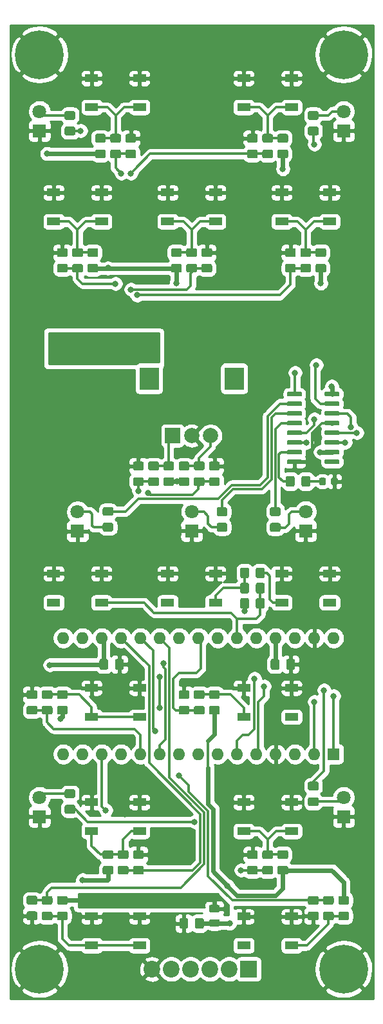
<source format=gbr>
G04 #@! TF.GenerationSoftware,KiCad,Pcbnew,(5.1.5)-3*
G04 #@! TF.CreationDate,2020-06-22T20:22:26+02:00*
G04 #@! TF.ProjectId,Mupi,4d757069-2e6b-4696-9361-645f70636258,rev?*
G04 #@! TF.SameCoordinates,Original*
G04 #@! TF.FileFunction,Copper,L1,Top*
G04 #@! TF.FilePolarity,Positive*
%FSLAX46Y46*%
G04 Gerber Fmt 4.6, Leading zero omitted, Abs format (unit mm)*
G04 Created by KiCad (PCBNEW (5.1.5)-3) date 2020-06-22 20:22:26*
%MOMM*%
%LPD*%
G04 APERTURE LIST*
%ADD10R,1.600000X1.600000*%
%ADD11O,1.600000X1.600000*%
%ADD12C,0.100000*%
%ADD13R,1.800000X1.800000*%
%ADD14C,1.800000*%
%ADD15R,2.200000X2.200000*%
%ADD16C,2.200000*%
%ADD17R,2.500000X3.000000*%
%ADD18C,2.000000*%
%ADD19R,2.000000X2.000000*%
%ADD20R,1.700000X1.000000*%
%ADD21C,0.800000*%
%ADD22C,6.400000*%
%ADD23C,0.300000*%
%ADD24C,0.600000*%
%ADD25C,0.254000*%
G04 APERTURE END LIST*
D10*
X78688000Y-131774000D03*
D11*
X45668000Y-116534000D03*
X76148000Y-131774000D03*
X48208000Y-116534000D03*
X73608000Y-131774000D03*
X50748000Y-116534000D03*
X71068000Y-131774000D03*
X53288000Y-116534000D03*
X68528000Y-131774000D03*
X55828000Y-116534000D03*
X65988000Y-131774000D03*
X58368000Y-116534000D03*
X63448000Y-131774000D03*
X60908000Y-116534000D03*
X60908000Y-131774000D03*
X63448000Y-116534000D03*
X58368000Y-131774000D03*
X65988000Y-116534000D03*
X55828000Y-131774000D03*
X68528000Y-116534000D03*
X53288000Y-131774000D03*
X71068000Y-116534000D03*
X50748000Y-131774000D03*
X73608000Y-116534000D03*
X48208000Y-131774000D03*
X76148000Y-116534000D03*
X45668000Y-131774000D03*
X78688000Y-116534000D03*
X43128000Y-131774000D03*
X43128000Y-116534000D03*
G04 #@! TA.AperFunction,SMDPad,CuDef*
D12*
G36*
X71324505Y-119301204D02*
G01*
X71348773Y-119304804D01*
X71372572Y-119310765D01*
X71395671Y-119319030D01*
X71417850Y-119329520D01*
X71438893Y-119342132D01*
X71458599Y-119356747D01*
X71476777Y-119373223D01*
X71493253Y-119391401D01*
X71507868Y-119411107D01*
X71520480Y-119432150D01*
X71530970Y-119454329D01*
X71539235Y-119477428D01*
X71545196Y-119501227D01*
X71548796Y-119525495D01*
X71550000Y-119549999D01*
X71550000Y-120450001D01*
X71548796Y-120474505D01*
X71545196Y-120498773D01*
X71539235Y-120522572D01*
X71530970Y-120545671D01*
X71520480Y-120567850D01*
X71507868Y-120588893D01*
X71493253Y-120608599D01*
X71476777Y-120626777D01*
X71458599Y-120643253D01*
X71438893Y-120657868D01*
X71417850Y-120670480D01*
X71395671Y-120680970D01*
X71372572Y-120689235D01*
X71348773Y-120695196D01*
X71324505Y-120698796D01*
X71300001Y-120700000D01*
X70649999Y-120700000D01*
X70625495Y-120698796D01*
X70601227Y-120695196D01*
X70577428Y-120689235D01*
X70554329Y-120680970D01*
X70532150Y-120670480D01*
X70511107Y-120657868D01*
X70491401Y-120643253D01*
X70473223Y-120626777D01*
X70456747Y-120608599D01*
X70442132Y-120588893D01*
X70429520Y-120567850D01*
X70419030Y-120545671D01*
X70410765Y-120522572D01*
X70404804Y-120498773D01*
X70401204Y-120474505D01*
X70400000Y-120450001D01*
X70400000Y-119549999D01*
X70401204Y-119525495D01*
X70404804Y-119501227D01*
X70410765Y-119477428D01*
X70419030Y-119454329D01*
X70429520Y-119432150D01*
X70442132Y-119411107D01*
X70456747Y-119391401D01*
X70473223Y-119373223D01*
X70491401Y-119356747D01*
X70511107Y-119342132D01*
X70532150Y-119329520D01*
X70554329Y-119319030D01*
X70577428Y-119310765D01*
X70601227Y-119304804D01*
X70625495Y-119301204D01*
X70649999Y-119300000D01*
X71300001Y-119300000D01*
X71324505Y-119301204D01*
G37*
G04 #@! TD.AperFunction*
G04 #@! TA.AperFunction,SMDPad,CuDef*
G36*
X73374505Y-119301204D02*
G01*
X73398773Y-119304804D01*
X73422572Y-119310765D01*
X73445671Y-119319030D01*
X73467850Y-119329520D01*
X73488893Y-119342132D01*
X73508599Y-119356747D01*
X73526777Y-119373223D01*
X73543253Y-119391401D01*
X73557868Y-119411107D01*
X73570480Y-119432150D01*
X73580970Y-119454329D01*
X73589235Y-119477428D01*
X73595196Y-119501227D01*
X73598796Y-119525495D01*
X73600000Y-119549999D01*
X73600000Y-120450001D01*
X73598796Y-120474505D01*
X73595196Y-120498773D01*
X73589235Y-120522572D01*
X73580970Y-120545671D01*
X73570480Y-120567850D01*
X73557868Y-120588893D01*
X73543253Y-120608599D01*
X73526777Y-120626777D01*
X73508599Y-120643253D01*
X73488893Y-120657868D01*
X73467850Y-120670480D01*
X73445671Y-120680970D01*
X73422572Y-120689235D01*
X73398773Y-120695196D01*
X73374505Y-120698796D01*
X73350001Y-120700000D01*
X72699999Y-120700000D01*
X72675495Y-120698796D01*
X72651227Y-120695196D01*
X72627428Y-120689235D01*
X72604329Y-120680970D01*
X72582150Y-120670480D01*
X72561107Y-120657868D01*
X72541401Y-120643253D01*
X72523223Y-120626777D01*
X72506747Y-120608599D01*
X72492132Y-120588893D01*
X72479520Y-120567850D01*
X72469030Y-120545671D01*
X72460765Y-120522572D01*
X72454804Y-120498773D01*
X72451204Y-120474505D01*
X72450000Y-120450001D01*
X72450000Y-119549999D01*
X72451204Y-119525495D01*
X72454804Y-119501227D01*
X72460765Y-119477428D01*
X72469030Y-119454329D01*
X72479520Y-119432150D01*
X72492132Y-119411107D01*
X72506747Y-119391401D01*
X72523223Y-119373223D01*
X72541401Y-119356747D01*
X72561107Y-119342132D01*
X72582150Y-119329520D01*
X72604329Y-119319030D01*
X72627428Y-119310765D01*
X72651227Y-119304804D01*
X72675495Y-119301204D01*
X72699999Y-119300000D01*
X73350001Y-119300000D01*
X73374505Y-119301204D01*
G37*
G04 #@! TD.AperFunction*
G04 #@! TA.AperFunction,SMDPad,CuDef*
G36*
X50852505Y-119301204D02*
G01*
X50876773Y-119304804D01*
X50900572Y-119310765D01*
X50923671Y-119319030D01*
X50945850Y-119329520D01*
X50966893Y-119342132D01*
X50986599Y-119356747D01*
X51004777Y-119373223D01*
X51021253Y-119391401D01*
X51035868Y-119411107D01*
X51048480Y-119432150D01*
X51058970Y-119454329D01*
X51067235Y-119477428D01*
X51073196Y-119501227D01*
X51076796Y-119525495D01*
X51078000Y-119549999D01*
X51078000Y-120450001D01*
X51076796Y-120474505D01*
X51073196Y-120498773D01*
X51067235Y-120522572D01*
X51058970Y-120545671D01*
X51048480Y-120567850D01*
X51035868Y-120588893D01*
X51021253Y-120608599D01*
X51004777Y-120626777D01*
X50986599Y-120643253D01*
X50966893Y-120657868D01*
X50945850Y-120670480D01*
X50923671Y-120680970D01*
X50900572Y-120689235D01*
X50876773Y-120695196D01*
X50852505Y-120698796D01*
X50828001Y-120700000D01*
X50177999Y-120700000D01*
X50153495Y-120698796D01*
X50129227Y-120695196D01*
X50105428Y-120689235D01*
X50082329Y-120680970D01*
X50060150Y-120670480D01*
X50039107Y-120657868D01*
X50019401Y-120643253D01*
X50001223Y-120626777D01*
X49984747Y-120608599D01*
X49970132Y-120588893D01*
X49957520Y-120567850D01*
X49947030Y-120545671D01*
X49938765Y-120522572D01*
X49932804Y-120498773D01*
X49929204Y-120474505D01*
X49928000Y-120450001D01*
X49928000Y-119549999D01*
X49929204Y-119525495D01*
X49932804Y-119501227D01*
X49938765Y-119477428D01*
X49947030Y-119454329D01*
X49957520Y-119432150D01*
X49970132Y-119411107D01*
X49984747Y-119391401D01*
X50001223Y-119373223D01*
X50019401Y-119356747D01*
X50039107Y-119342132D01*
X50060150Y-119329520D01*
X50082329Y-119319030D01*
X50105428Y-119310765D01*
X50129227Y-119304804D01*
X50153495Y-119301204D01*
X50177999Y-119300000D01*
X50828001Y-119300000D01*
X50852505Y-119301204D01*
G37*
G04 #@! TD.AperFunction*
G04 #@! TA.AperFunction,SMDPad,CuDef*
G36*
X48802505Y-119301204D02*
G01*
X48826773Y-119304804D01*
X48850572Y-119310765D01*
X48873671Y-119319030D01*
X48895850Y-119329520D01*
X48916893Y-119342132D01*
X48936599Y-119356747D01*
X48954777Y-119373223D01*
X48971253Y-119391401D01*
X48985868Y-119411107D01*
X48998480Y-119432150D01*
X49008970Y-119454329D01*
X49017235Y-119477428D01*
X49023196Y-119501227D01*
X49026796Y-119525495D01*
X49028000Y-119549999D01*
X49028000Y-120450001D01*
X49026796Y-120474505D01*
X49023196Y-120498773D01*
X49017235Y-120522572D01*
X49008970Y-120545671D01*
X48998480Y-120567850D01*
X48985868Y-120588893D01*
X48971253Y-120608599D01*
X48954777Y-120626777D01*
X48936599Y-120643253D01*
X48916893Y-120657868D01*
X48895850Y-120670480D01*
X48873671Y-120680970D01*
X48850572Y-120689235D01*
X48826773Y-120695196D01*
X48802505Y-120698796D01*
X48778001Y-120700000D01*
X48127999Y-120700000D01*
X48103495Y-120698796D01*
X48079227Y-120695196D01*
X48055428Y-120689235D01*
X48032329Y-120680970D01*
X48010150Y-120670480D01*
X47989107Y-120657868D01*
X47969401Y-120643253D01*
X47951223Y-120626777D01*
X47934747Y-120608599D01*
X47920132Y-120588893D01*
X47907520Y-120567850D01*
X47897030Y-120545671D01*
X47888765Y-120522572D01*
X47882804Y-120498773D01*
X47879204Y-120474505D01*
X47878000Y-120450001D01*
X47878000Y-119549999D01*
X47879204Y-119525495D01*
X47882804Y-119501227D01*
X47888765Y-119477428D01*
X47897030Y-119454329D01*
X47907520Y-119432150D01*
X47920132Y-119411107D01*
X47934747Y-119391401D01*
X47951223Y-119373223D01*
X47969401Y-119356747D01*
X47989107Y-119342132D01*
X48010150Y-119329520D01*
X48032329Y-119319030D01*
X48055428Y-119310765D01*
X48079227Y-119304804D01*
X48103495Y-119301204D01*
X48127999Y-119300000D01*
X48778001Y-119300000D01*
X48802505Y-119301204D01*
G37*
G04 #@! TD.AperFunction*
G04 #@! TA.AperFunction,SMDPad,CuDef*
G36*
X53474505Y-95451204D02*
G01*
X53498773Y-95454804D01*
X53522572Y-95460765D01*
X53545671Y-95469030D01*
X53567850Y-95479520D01*
X53588893Y-95492132D01*
X53608599Y-95506747D01*
X53626777Y-95523223D01*
X53643253Y-95541401D01*
X53657868Y-95561107D01*
X53670480Y-95582150D01*
X53680970Y-95604329D01*
X53689235Y-95627428D01*
X53695196Y-95651227D01*
X53698796Y-95675495D01*
X53700000Y-95699999D01*
X53700000Y-96350001D01*
X53698796Y-96374505D01*
X53695196Y-96398773D01*
X53689235Y-96422572D01*
X53680970Y-96445671D01*
X53670480Y-96467850D01*
X53657868Y-96488893D01*
X53643253Y-96508599D01*
X53626777Y-96526777D01*
X53608599Y-96543253D01*
X53588893Y-96557868D01*
X53567850Y-96570480D01*
X53545671Y-96580970D01*
X53522572Y-96589235D01*
X53498773Y-96595196D01*
X53474505Y-96598796D01*
X53450001Y-96600000D01*
X52549999Y-96600000D01*
X52525495Y-96598796D01*
X52501227Y-96595196D01*
X52477428Y-96589235D01*
X52454329Y-96580970D01*
X52432150Y-96570480D01*
X52411107Y-96557868D01*
X52391401Y-96543253D01*
X52373223Y-96526777D01*
X52356747Y-96508599D01*
X52342132Y-96488893D01*
X52329520Y-96467850D01*
X52319030Y-96445671D01*
X52310765Y-96422572D01*
X52304804Y-96398773D01*
X52301204Y-96374505D01*
X52300000Y-96350001D01*
X52300000Y-95699999D01*
X52301204Y-95675495D01*
X52304804Y-95651227D01*
X52310765Y-95627428D01*
X52319030Y-95604329D01*
X52329520Y-95582150D01*
X52342132Y-95561107D01*
X52356747Y-95541401D01*
X52373223Y-95523223D01*
X52391401Y-95506747D01*
X52411107Y-95492132D01*
X52432150Y-95479520D01*
X52454329Y-95469030D01*
X52477428Y-95460765D01*
X52501227Y-95454804D01*
X52525495Y-95451204D01*
X52549999Y-95450000D01*
X53450001Y-95450000D01*
X53474505Y-95451204D01*
G37*
G04 #@! TD.AperFunction*
G04 #@! TA.AperFunction,SMDPad,CuDef*
G36*
X53474505Y-93401204D02*
G01*
X53498773Y-93404804D01*
X53522572Y-93410765D01*
X53545671Y-93419030D01*
X53567850Y-93429520D01*
X53588893Y-93442132D01*
X53608599Y-93456747D01*
X53626777Y-93473223D01*
X53643253Y-93491401D01*
X53657868Y-93511107D01*
X53670480Y-93532150D01*
X53680970Y-93554329D01*
X53689235Y-93577428D01*
X53695196Y-93601227D01*
X53698796Y-93625495D01*
X53700000Y-93649999D01*
X53700000Y-94300001D01*
X53698796Y-94324505D01*
X53695196Y-94348773D01*
X53689235Y-94372572D01*
X53680970Y-94395671D01*
X53670480Y-94417850D01*
X53657868Y-94438893D01*
X53643253Y-94458599D01*
X53626777Y-94476777D01*
X53608599Y-94493253D01*
X53588893Y-94507868D01*
X53567850Y-94520480D01*
X53545671Y-94530970D01*
X53522572Y-94539235D01*
X53498773Y-94545196D01*
X53474505Y-94548796D01*
X53450001Y-94550000D01*
X52549999Y-94550000D01*
X52525495Y-94548796D01*
X52501227Y-94545196D01*
X52477428Y-94539235D01*
X52454329Y-94530970D01*
X52432150Y-94520480D01*
X52411107Y-94507868D01*
X52391401Y-94493253D01*
X52373223Y-94476777D01*
X52356747Y-94458599D01*
X52342132Y-94438893D01*
X52329520Y-94417850D01*
X52319030Y-94395671D01*
X52310765Y-94372572D01*
X52304804Y-94348773D01*
X52301204Y-94324505D01*
X52300000Y-94300001D01*
X52300000Y-93649999D01*
X52301204Y-93625495D01*
X52304804Y-93601227D01*
X52310765Y-93577428D01*
X52319030Y-93554329D01*
X52329520Y-93532150D01*
X52342132Y-93511107D01*
X52356747Y-93491401D01*
X52373223Y-93473223D01*
X52391401Y-93456747D01*
X52411107Y-93442132D01*
X52432150Y-93429520D01*
X52454329Y-93419030D01*
X52477428Y-93410765D01*
X52501227Y-93404804D01*
X52525495Y-93401204D01*
X52549999Y-93400000D01*
X53450001Y-93400000D01*
X53474505Y-93401204D01*
G37*
G04 #@! TD.AperFunction*
G04 #@! TA.AperFunction,SMDPad,CuDef*
G36*
X61374505Y-153301204D02*
G01*
X61398773Y-153304804D01*
X61422572Y-153310765D01*
X61445671Y-153319030D01*
X61467850Y-153329520D01*
X61488893Y-153342132D01*
X61508599Y-153356747D01*
X61526777Y-153373223D01*
X61543253Y-153391401D01*
X61557868Y-153411107D01*
X61570480Y-153432150D01*
X61580970Y-153454329D01*
X61589235Y-153477428D01*
X61595196Y-153501227D01*
X61598796Y-153525495D01*
X61600000Y-153549999D01*
X61600000Y-154450001D01*
X61598796Y-154474505D01*
X61595196Y-154498773D01*
X61589235Y-154522572D01*
X61580970Y-154545671D01*
X61570480Y-154567850D01*
X61557868Y-154588893D01*
X61543253Y-154608599D01*
X61526777Y-154626777D01*
X61508599Y-154643253D01*
X61488893Y-154657868D01*
X61467850Y-154670480D01*
X61445671Y-154680970D01*
X61422572Y-154689235D01*
X61398773Y-154695196D01*
X61374505Y-154698796D01*
X61350001Y-154700000D01*
X60699999Y-154700000D01*
X60675495Y-154698796D01*
X60651227Y-154695196D01*
X60627428Y-154689235D01*
X60604329Y-154680970D01*
X60582150Y-154670480D01*
X60561107Y-154657868D01*
X60541401Y-154643253D01*
X60523223Y-154626777D01*
X60506747Y-154608599D01*
X60492132Y-154588893D01*
X60479520Y-154567850D01*
X60469030Y-154545671D01*
X60460765Y-154522572D01*
X60454804Y-154498773D01*
X60451204Y-154474505D01*
X60450000Y-154450001D01*
X60450000Y-153549999D01*
X60451204Y-153525495D01*
X60454804Y-153501227D01*
X60460765Y-153477428D01*
X60469030Y-153454329D01*
X60479520Y-153432150D01*
X60492132Y-153411107D01*
X60506747Y-153391401D01*
X60523223Y-153373223D01*
X60541401Y-153356747D01*
X60561107Y-153342132D01*
X60582150Y-153329520D01*
X60604329Y-153319030D01*
X60627428Y-153310765D01*
X60651227Y-153304804D01*
X60675495Y-153301204D01*
X60699999Y-153300000D01*
X61350001Y-153300000D01*
X61374505Y-153301204D01*
G37*
G04 #@! TD.AperFunction*
G04 #@! TA.AperFunction,SMDPad,CuDef*
G36*
X59324505Y-153301204D02*
G01*
X59348773Y-153304804D01*
X59372572Y-153310765D01*
X59395671Y-153319030D01*
X59417850Y-153329520D01*
X59438893Y-153342132D01*
X59458599Y-153356747D01*
X59476777Y-153373223D01*
X59493253Y-153391401D01*
X59507868Y-153411107D01*
X59520480Y-153432150D01*
X59530970Y-153454329D01*
X59539235Y-153477428D01*
X59545196Y-153501227D01*
X59548796Y-153525495D01*
X59550000Y-153549999D01*
X59550000Y-154450001D01*
X59548796Y-154474505D01*
X59545196Y-154498773D01*
X59539235Y-154522572D01*
X59530970Y-154545671D01*
X59520480Y-154567850D01*
X59507868Y-154588893D01*
X59493253Y-154608599D01*
X59476777Y-154626777D01*
X59458599Y-154643253D01*
X59438893Y-154657868D01*
X59417850Y-154670480D01*
X59395671Y-154680970D01*
X59372572Y-154689235D01*
X59348773Y-154695196D01*
X59324505Y-154698796D01*
X59300001Y-154700000D01*
X58649999Y-154700000D01*
X58625495Y-154698796D01*
X58601227Y-154695196D01*
X58577428Y-154689235D01*
X58554329Y-154680970D01*
X58532150Y-154670480D01*
X58511107Y-154657868D01*
X58491401Y-154643253D01*
X58473223Y-154626777D01*
X58456747Y-154608599D01*
X58442132Y-154588893D01*
X58429520Y-154567850D01*
X58419030Y-154545671D01*
X58410765Y-154522572D01*
X58404804Y-154498773D01*
X58401204Y-154474505D01*
X58400000Y-154450001D01*
X58400000Y-153549999D01*
X58401204Y-153525495D01*
X58404804Y-153501227D01*
X58410765Y-153477428D01*
X58419030Y-153454329D01*
X58429520Y-153432150D01*
X58442132Y-153411107D01*
X58456747Y-153391401D01*
X58473223Y-153373223D01*
X58491401Y-153356747D01*
X58511107Y-153342132D01*
X58532150Y-153329520D01*
X58554329Y-153319030D01*
X58577428Y-153310765D01*
X58601227Y-153304804D01*
X58625495Y-153301204D01*
X58649999Y-153300000D01*
X59300001Y-153300000D01*
X59324505Y-153301204D01*
G37*
G04 #@! TD.AperFunction*
G04 #@! TA.AperFunction,SMDPad,CuDef*
G36*
X63474505Y-93401204D02*
G01*
X63498773Y-93404804D01*
X63522572Y-93410765D01*
X63545671Y-93419030D01*
X63567850Y-93429520D01*
X63588893Y-93442132D01*
X63608599Y-93456747D01*
X63626777Y-93473223D01*
X63643253Y-93491401D01*
X63657868Y-93511107D01*
X63670480Y-93532150D01*
X63680970Y-93554329D01*
X63689235Y-93577428D01*
X63695196Y-93601227D01*
X63698796Y-93625495D01*
X63700000Y-93649999D01*
X63700000Y-94300001D01*
X63698796Y-94324505D01*
X63695196Y-94348773D01*
X63689235Y-94372572D01*
X63680970Y-94395671D01*
X63670480Y-94417850D01*
X63657868Y-94438893D01*
X63643253Y-94458599D01*
X63626777Y-94476777D01*
X63608599Y-94493253D01*
X63588893Y-94507868D01*
X63567850Y-94520480D01*
X63545671Y-94530970D01*
X63522572Y-94539235D01*
X63498773Y-94545196D01*
X63474505Y-94548796D01*
X63450001Y-94550000D01*
X62549999Y-94550000D01*
X62525495Y-94548796D01*
X62501227Y-94545196D01*
X62477428Y-94539235D01*
X62454329Y-94530970D01*
X62432150Y-94520480D01*
X62411107Y-94507868D01*
X62391401Y-94493253D01*
X62373223Y-94476777D01*
X62356747Y-94458599D01*
X62342132Y-94438893D01*
X62329520Y-94417850D01*
X62319030Y-94395671D01*
X62310765Y-94372572D01*
X62304804Y-94348773D01*
X62301204Y-94324505D01*
X62300000Y-94300001D01*
X62300000Y-93649999D01*
X62301204Y-93625495D01*
X62304804Y-93601227D01*
X62310765Y-93577428D01*
X62319030Y-93554329D01*
X62329520Y-93532150D01*
X62342132Y-93511107D01*
X62356747Y-93491401D01*
X62373223Y-93473223D01*
X62391401Y-93456747D01*
X62411107Y-93442132D01*
X62432150Y-93429520D01*
X62454329Y-93419030D01*
X62477428Y-93410765D01*
X62501227Y-93404804D01*
X62525495Y-93401204D01*
X62549999Y-93400000D01*
X63450001Y-93400000D01*
X63474505Y-93401204D01*
G37*
G04 #@! TD.AperFunction*
G04 #@! TA.AperFunction,SMDPad,CuDef*
G36*
X63474505Y-95451204D02*
G01*
X63498773Y-95454804D01*
X63522572Y-95460765D01*
X63545671Y-95469030D01*
X63567850Y-95479520D01*
X63588893Y-95492132D01*
X63608599Y-95506747D01*
X63626777Y-95523223D01*
X63643253Y-95541401D01*
X63657868Y-95561107D01*
X63670480Y-95582150D01*
X63680970Y-95604329D01*
X63689235Y-95627428D01*
X63695196Y-95651227D01*
X63698796Y-95675495D01*
X63700000Y-95699999D01*
X63700000Y-96350001D01*
X63698796Y-96374505D01*
X63695196Y-96398773D01*
X63689235Y-96422572D01*
X63680970Y-96445671D01*
X63670480Y-96467850D01*
X63657868Y-96488893D01*
X63643253Y-96508599D01*
X63626777Y-96526777D01*
X63608599Y-96543253D01*
X63588893Y-96557868D01*
X63567850Y-96570480D01*
X63545671Y-96580970D01*
X63522572Y-96589235D01*
X63498773Y-96595196D01*
X63474505Y-96598796D01*
X63450001Y-96600000D01*
X62549999Y-96600000D01*
X62525495Y-96598796D01*
X62501227Y-96595196D01*
X62477428Y-96589235D01*
X62454329Y-96580970D01*
X62432150Y-96570480D01*
X62411107Y-96557868D01*
X62391401Y-96543253D01*
X62373223Y-96526777D01*
X62356747Y-96508599D01*
X62342132Y-96488893D01*
X62329520Y-96467850D01*
X62319030Y-96445671D01*
X62310765Y-96422572D01*
X62304804Y-96398773D01*
X62301204Y-96374505D01*
X62300000Y-96350001D01*
X62300000Y-95699999D01*
X62301204Y-95675495D01*
X62304804Y-95651227D01*
X62310765Y-95627428D01*
X62319030Y-95604329D01*
X62329520Y-95582150D01*
X62342132Y-95561107D01*
X62356747Y-95541401D01*
X62373223Y-95523223D01*
X62391401Y-95506747D01*
X62411107Y-95492132D01*
X62432150Y-95479520D01*
X62454329Y-95469030D01*
X62477428Y-95460765D01*
X62501227Y-95454804D01*
X62525495Y-95451204D01*
X62549999Y-95450000D01*
X63450001Y-95450000D01*
X63474505Y-95451204D01*
G37*
G04 #@! TD.AperFunction*
G04 #@! TA.AperFunction,SMDPad,CuDef*
G36*
X43474505Y-65401204D02*
G01*
X43498773Y-65404804D01*
X43522572Y-65410765D01*
X43545671Y-65419030D01*
X43567850Y-65429520D01*
X43588893Y-65442132D01*
X43608599Y-65456747D01*
X43626777Y-65473223D01*
X43643253Y-65491401D01*
X43657868Y-65511107D01*
X43670480Y-65532150D01*
X43680970Y-65554329D01*
X43689235Y-65577428D01*
X43695196Y-65601227D01*
X43698796Y-65625495D01*
X43700000Y-65649999D01*
X43700000Y-66300001D01*
X43698796Y-66324505D01*
X43695196Y-66348773D01*
X43689235Y-66372572D01*
X43680970Y-66395671D01*
X43670480Y-66417850D01*
X43657868Y-66438893D01*
X43643253Y-66458599D01*
X43626777Y-66476777D01*
X43608599Y-66493253D01*
X43588893Y-66507868D01*
X43567850Y-66520480D01*
X43545671Y-66530970D01*
X43522572Y-66539235D01*
X43498773Y-66545196D01*
X43474505Y-66548796D01*
X43450001Y-66550000D01*
X42549999Y-66550000D01*
X42525495Y-66548796D01*
X42501227Y-66545196D01*
X42477428Y-66539235D01*
X42454329Y-66530970D01*
X42432150Y-66520480D01*
X42411107Y-66507868D01*
X42391401Y-66493253D01*
X42373223Y-66476777D01*
X42356747Y-66458599D01*
X42342132Y-66438893D01*
X42329520Y-66417850D01*
X42319030Y-66395671D01*
X42310765Y-66372572D01*
X42304804Y-66348773D01*
X42301204Y-66324505D01*
X42300000Y-66300001D01*
X42300000Y-65649999D01*
X42301204Y-65625495D01*
X42304804Y-65601227D01*
X42310765Y-65577428D01*
X42319030Y-65554329D01*
X42329520Y-65532150D01*
X42342132Y-65511107D01*
X42356747Y-65491401D01*
X42373223Y-65473223D01*
X42391401Y-65456747D01*
X42411107Y-65442132D01*
X42432150Y-65429520D01*
X42454329Y-65419030D01*
X42477428Y-65410765D01*
X42501227Y-65404804D01*
X42525495Y-65401204D01*
X42549999Y-65400000D01*
X43450001Y-65400000D01*
X43474505Y-65401204D01*
G37*
G04 #@! TD.AperFunction*
G04 #@! TA.AperFunction,SMDPad,CuDef*
G36*
X43474505Y-67451204D02*
G01*
X43498773Y-67454804D01*
X43522572Y-67460765D01*
X43545671Y-67469030D01*
X43567850Y-67479520D01*
X43588893Y-67492132D01*
X43608599Y-67506747D01*
X43626777Y-67523223D01*
X43643253Y-67541401D01*
X43657868Y-67561107D01*
X43670480Y-67582150D01*
X43680970Y-67604329D01*
X43689235Y-67627428D01*
X43695196Y-67651227D01*
X43698796Y-67675495D01*
X43700000Y-67699999D01*
X43700000Y-68350001D01*
X43698796Y-68374505D01*
X43695196Y-68398773D01*
X43689235Y-68422572D01*
X43680970Y-68445671D01*
X43670480Y-68467850D01*
X43657868Y-68488893D01*
X43643253Y-68508599D01*
X43626777Y-68526777D01*
X43608599Y-68543253D01*
X43588893Y-68557868D01*
X43567850Y-68570480D01*
X43545671Y-68580970D01*
X43522572Y-68589235D01*
X43498773Y-68595196D01*
X43474505Y-68598796D01*
X43450001Y-68600000D01*
X42549999Y-68600000D01*
X42525495Y-68598796D01*
X42501227Y-68595196D01*
X42477428Y-68589235D01*
X42454329Y-68580970D01*
X42432150Y-68570480D01*
X42411107Y-68557868D01*
X42391401Y-68543253D01*
X42373223Y-68526777D01*
X42356747Y-68508599D01*
X42342132Y-68488893D01*
X42329520Y-68467850D01*
X42319030Y-68445671D01*
X42310765Y-68422572D01*
X42304804Y-68398773D01*
X42301204Y-68374505D01*
X42300000Y-68350001D01*
X42300000Y-67699999D01*
X42301204Y-67675495D01*
X42304804Y-67651227D01*
X42310765Y-67627428D01*
X42319030Y-67604329D01*
X42329520Y-67582150D01*
X42342132Y-67561107D01*
X42356747Y-67541401D01*
X42373223Y-67523223D01*
X42391401Y-67506747D01*
X42411107Y-67492132D01*
X42432150Y-67479520D01*
X42454329Y-67469030D01*
X42477428Y-67460765D01*
X42501227Y-67454804D01*
X42525495Y-67451204D01*
X42549999Y-67450000D01*
X43450001Y-67450000D01*
X43474505Y-67451204D01*
G37*
G04 #@! TD.AperFunction*
G04 #@! TA.AperFunction,SMDPad,CuDef*
G36*
X52474505Y-52451204D02*
G01*
X52498773Y-52454804D01*
X52522572Y-52460765D01*
X52545671Y-52469030D01*
X52567850Y-52479520D01*
X52588893Y-52492132D01*
X52608599Y-52506747D01*
X52626777Y-52523223D01*
X52643253Y-52541401D01*
X52657868Y-52561107D01*
X52670480Y-52582150D01*
X52680970Y-52604329D01*
X52689235Y-52627428D01*
X52695196Y-52651227D01*
X52698796Y-52675495D01*
X52700000Y-52699999D01*
X52700000Y-53350001D01*
X52698796Y-53374505D01*
X52695196Y-53398773D01*
X52689235Y-53422572D01*
X52680970Y-53445671D01*
X52670480Y-53467850D01*
X52657868Y-53488893D01*
X52643253Y-53508599D01*
X52626777Y-53526777D01*
X52608599Y-53543253D01*
X52588893Y-53557868D01*
X52567850Y-53570480D01*
X52545671Y-53580970D01*
X52522572Y-53589235D01*
X52498773Y-53595196D01*
X52474505Y-53598796D01*
X52450001Y-53600000D01*
X51549999Y-53600000D01*
X51525495Y-53598796D01*
X51501227Y-53595196D01*
X51477428Y-53589235D01*
X51454329Y-53580970D01*
X51432150Y-53570480D01*
X51411107Y-53557868D01*
X51391401Y-53543253D01*
X51373223Y-53526777D01*
X51356747Y-53508599D01*
X51342132Y-53488893D01*
X51329520Y-53467850D01*
X51319030Y-53445671D01*
X51310765Y-53422572D01*
X51304804Y-53398773D01*
X51301204Y-53374505D01*
X51300000Y-53350001D01*
X51300000Y-52699999D01*
X51301204Y-52675495D01*
X51304804Y-52651227D01*
X51310765Y-52627428D01*
X51319030Y-52604329D01*
X51329520Y-52582150D01*
X51342132Y-52561107D01*
X51356747Y-52541401D01*
X51373223Y-52523223D01*
X51391401Y-52506747D01*
X51411107Y-52492132D01*
X51432150Y-52479520D01*
X51454329Y-52469030D01*
X51477428Y-52460765D01*
X51501227Y-52454804D01*
X51525495Y-52451204D01*
X51549999Y-52450000D01*
X52450001Y-52450000D01*
X52474505Y-52451204D01*
G37*
G04 #@! TD.AperFunction*
G04 #@! TA.AperFunction,SMDPad,CuDef*
G36*
X52474505Y-50401204D02*
G01*
X52498773Y-50404804D01*
X52522572Y-50410765D01*
X52545671Y-50419030D01*
X52567850Y-50429520D01*
X52588893Y-50442132D01*
X52608599Y-50456747D01*
X52626777Y-50473223D01*
X52643253Y-50491401D01*
X52657868Y-50511107D01*
X52670480Y-50532150D01*
X52680970Y-50554329D01*
X52689235Y-50577428D01*
X52695196Y-50601227D01*
X52698796Y-50625495D01*
X52700000Y-50649999D01*
X52700000Y-51300001D01*
X52698796Y-51324505D01*
X52695196Y-51348773D01*
X52689235Y-51372572D01*
X52680970Y-51395671D01*
X52670480Y-51417850D01*
X52657868Y-51438893D01*
X52643253Y-51458599D01*
X52626777Y-51476777D01*
X52608599Y-51493253D01*
X52588893Y-51507868D01*
X52567850Y-51520480D01*
X52545671Y-51530970D01*
X52522572Y-51539235D01*
X52498773Y-51545196D01*
X52474505Y-51548796D01*
X52450001Y-51550000D01*
X51549999Y-51550000D01*
X51525495Y-51548796D01*
X51501227Y-51545196D01*
X51477428Y-51539235D01*
X51454329Y-51530970D01*
X51432150Y-51520480D01*
X51411107Y-51507868D01*
X51391401Y-51493253D01*
X51373223Y-51476777D01*
X51356747Y-51458599D01*
X51342132Y-51438893D01*
X51329520Y-51417850D01*
X51319030Y-51395671D01*
X51310765Y-51372572D01*
X51304804Y-51348773D01*
X51301204Y-51324505D01*
X51300000Y-51300001D01*
X51300000Y-50649999D01*
X51301204Y-50625495D01*
X51304804Y-50601227D01*
X51310765Y-50577428D01*
X51319030Y-50554329D01*
X51329520Y-50532150D01*
X51342132Y-50511107D01*
X51356747Y-50491401D01*
X51373223Y-50473223D01*
X51391401Y-50456747D01*
X51411107Y-50442132D01*
X51432150Y-50429520D01*
X51454329Y-50419030D01*
X51477428Y-50410765D01*
X51501227Y-50404804D01*
X51525495Y-50401204D01*
X51549999Y-50400000D01*
X52450001Y-50400000D01*
X52474505Y-50401204D01*
G37*
G04 #@! TD.AperFunction*
G04 #@! TA.AperFunction,SMDPad,CuDef*
G36*
X39474505Y-123401204D02*
G01*
X39498773Y-123404804D01*
X39522572Y-123410765D01*
X39545671Y-123419030D01*
X39567850Y-123429520D01*
X39588893Y-123442132D01*
X39608599Y-123456747D01*
X39626777Y-123473223D01*
X39643253Y-123491401D01*
X39657868Y-123511107D01*
X39670480Y-123532150D01*
X39680970Y-123554329D01*
X39689235Y-123577428D01*
X39695196Y-123601227D01*
X39698796Y-123625495D01*
X39700000Y-123649999D01*
X39700000Y-124300001D01*
X39698796Y-124324505D01*
X39695196Y-124348773D01*
X39689235Y-124372572D01*
X39680970Y-124395671D01*
X39670480Y-124417850D01*
X39657868Y-124438893D01*
X39643253Y-124458599D01*
X39626777Y-124476777D01*
X39608599Y-124493253D01*
X39588893Y-124507868D01*
X39567850Y-124520480D01*
X39545671Y-124530970D01*
X39522572Y-124539235D01*
X39498773Y-124545196D01*
X39474505Y-124548796D01*
X39450001Y-124550000D01*
X38549999Y-124550000D01*
X38525495Y-124548796D01*
X38501227Y-124545196D01*
X38477428Y-124539235D01*
X38454329Y-124530970D01*
X38432150Y-124520480D01*
X38411107Y-124507868D01*
X38391401Y-124493253D01*
X38373223Y-124476777D01*
X38356747Y-124458599D01*
X38342132Y-124438893D01*
X38329520Y-124417850D01*
X38319030Y-124395671D01*
X38310765Y-124372572D01*
X38304804Y-124348773D01*
X38301204Y-124324505D01*
X38300000Y-124300001D01*
X38300000Y-123649999D01*
X38301204Y-123625495D01*
X38304804Y-123601227D01*
X38310765Y-123577428D01*
X38319030Y-123554329D01*
X38329520Y-123532150D01*
X38342132Y-123511107D01*
X38356747Y-123491401D01*
X38373223Y-123473223D01*
X38391401Y-123456747D01*
X38411107Y-123442132D01*
X38432150Y-123429520D01*
X38454329Y-123419030D01*
X38477428Y-123410765D01*
X38501227Y-123404804D01*
X38525495Y-123401204D01*
X38549999Y-123400000D01*
X39450001Y-123400000D01*
X39474505Y-123401204D01*
G37*
G04 #@! TD.AperFunction*
G04 #@! TA.AperFunction,SMDPad,CuDef*
G36*
X39474505Y-125451204D02*
G01*
X39498773Y-125454804D01*
X39522572Y-125460765D01*
X39545671Y-125469030D01*
X39567850Y-125479520D01*
X39588893Y-125492132D01*
X39608599Y-125506747D01*
X39626777Y-125523223D01*
X39643253Y-125541401D01*
X39657868Y-125561107D01*
X39670480Y-125582150D01*
X39680970Y-125604329D01*
X39689235Y-125627428D01*
X39695196Y-125651227D01*
X39698796Y-125675495D01*
X39700000Y-125699999D01*
X39700000Y-126350001D01*
X39698796Y-126374505D01*
X39695196Y-126398773D01*
X39689235Y-126422572D01*
X39680970Y-126445671D01*
X39670480Y-126467850D01*
X39657868Y-126488893D01*
X39643253Y-126508599D01*
X39626777Y-126526777D01*
X39608599Y-126543253D01*
X39588893Y-126557868D01*
X39567850Y-126570480D01*
X39545671Y-126580970D01*
X39522572Y-126589235D01*
X39498773Y-126595196D01*
X39474505Y-126598796D01*
X39450001Y-126600000D01*
X38549999Y-126600000D01*
X38525495Y-126598796D01*
X38501227Y-126595196D01*
X38477428Y-126589235D01*
X38454329Y-126580970D01*
X38432150Y-126570480D01*
X38411107Y-126557868D01*
X38391401Y-126543253D01*
X38373223Y-126526777D01*
X38356747Y-126508599D01*
X38342132Y-126488893D01*
X38329520Y-126467850D01*
X38319030Y-126445671D01*
X38310765Y-126422572D01*
X38304804Y-126398773D01*
X38301204Y-126374505D01*
X38300000Y-126350001D01*
X38300000Y-125699999D01*
X38301204Y-125675495D01*
X38304804Y-125651227D01*
X38310765Y-125627428D01*
X38319030Y-125604329D01*
X38329520Y-125582150D01*
X38342132Y-125561107D01*
X38356747Y-125541401D01*
X38373223Y-125523223D01*
X38391401Y-125506747D01*
X38411107Y-125492132D01*
X38432150Y-125479520D01*
X38454329Y-125469030D01*
X38477428Y-125460765D01*
X38501227Y-125454804D01*
X38525495Y-125451204D01*
X38549999Y-125450000D01*
X39450001Y-125450000D01*
X39474505Y-125451204D01*
G37*
G04 #@! TD.AperFunction*
G04 #@! TA.AperFunction,SMDPad,CuDef*
G36*
X53474505Y-144401204D02*
G01*
X53498773Y-144404804D01*
X53522572Y-144410765D01*
X53545671Y-144419030D01*
X53567850Y-144429520D01*
X53588893Y-144442132D01*
X53608599Y-144456747D01*
X53626777Y-144473223D01*
X53643253Y-144491401D01*
X53657868Y-144511107D01*
X53670480Y-144532150D01*
X53680970Y-144554329D01*
X53689235Y-144577428D01*
X53695196Y-144601227D01*
X53698796Y-144625495D01*
X53700000Y-144649999D01*
X53700000Y-145300001D01*
X53698796Y-145324505D01*
X53695196Y-145348773D01*
X53689235Y-145372572D01*
X53680970Y-145395671D01*
X53670480Y-145417850D01*
X53657868Y-145438893D01*
X53643253Y-145458599D01*
X53626777Y-145476777D01*
X53608599Y-145493253D01*
X53588893Y-145507868D01*
X53567850Y-145520480D01*
X53545671Y-145530970D01*
X53522572Y-145539235D01*
X53498773Y-145545196D01*
X53474505Y-145548796D01*
X53450001Y-145550000D01*
X52549999Y-145550000D01*
X52525495Y-145548796D01*
X52501227Y-145545196D01*
X52477428Y-145539235D01*
X52454329Y-145530970D01*
X52432150Y-145520480D01*
X52411107Y-145507868D01*
X52391401Y-145493253D01*
X52373223Y-145476777D01*
X52356747Y-145458599D01*
X52342132Y-145438893D01*
X52329520Y-145417850D01*
X52319030Y-145395671D01*
X52310765Y-145372572D01*
X52304804Y-145348773D01*
X52301204Y-145324505D01*
X52300000Y-145300001D01*
X52300000Y-144649999D01*
X52301204Y-144625495D01*
X52304804Y-144601227D01*
X52310765Y-144577428D01*
X52319030Y-144554329D01*
X52329520Y-144532150D01*
X52342132Y-144511107D01*
X52356747Y-144491401D01*
X52373223Y-144473223D01*
X52391401Y-144456747D01*
X52411107Y-144442132D01*
X52432150Y-144429520D01*
X52454329Y-144419030D01*
X52477428Y-144410765D01*
X52501227Y-144404804D01*
X52525495Y-144401204D01*
X52549999Y-144400000D01*
X53450001Y-144400000D01*
X53474505Y-144401204D01*
G37*
G04 #@! TD.AperFunction*
G04 #@! TA.AperFunction,SMDPad,CuDef*
G36*
X53474505Y-146451204D02*
G01*
X53498773Y-146454804D01*
X53522572Y-146460765D01*
X53545671Y-146469030D01*
X53567850Y-146479520D01*
X53588893Y-146492132D01*
X53608599Y-146506747D01*
X53626777Y-146523223D01*
X53643253Y-146541401D01*
X53657868Y-146561107D01*
X53670480Y-146582150D01*
X53680970Y-146604329D01*
X53689235Y-146627428D01*
X53695196Y-146651227D01*
X53698796Y-146675495D01*
X53700000Y-146699999D01*
X53700000Y-147350001D01*
X53698796Y-147374505D01*
X53695196Y-147398773D01*
X53689235Y-147422572D01*
X53680970Y-147445671D01*
X53670480Y-147467850D01*
X53657868Y-147488893D01*
X53643253Y-147508599D01*
X53626777Y-147526777D01*
X53608599Y-147543253D01*
X53588893Y-147557868D01*
X53567850Y-147570480D01*
X53545671Y-147580970D01*
X53522572Y-147589235D01*
X53498773Y-147595196D01*
X53474505Y-147598796D01*
X53450001Y-147600000D01*
X52549999Y-147600000D01*
X52525495Y-147598796D01*
X52501227Y-147595196D01*
X52477428Y-147589235D01*
X52454329Y-147580970D01*
X52432150Y-147570480D01*
X52411107Y-147557868D01*
X52391401Y-147543253D01*
X52373223Y-147526777D01*
X52356747Y-147508599D01*
X52342132Y-147488893D01*
X52329520Y-147467850D01*
X52319030Y-147445671D01*
X52310765Y-147422572D01*
X52304804Y-147398773D01*
X52301204Y-147374505D01*
X52300000Y-147350001D01*
X52300000Y-146699999D01*
X52301204Y-146675495D01*
X52304804Y-146651227D01*
X52310765Y-146627428D01*
X52319030Y-146604329D01*
X52329520Y-146582150D01*
X52342132Y-146561107D01*
X52356747Y-146541401D01*
X52373223Y-146523223D01*
X52391401Y-146506747D01*
X52411107Y-146492132D01*
X52432150Y-146479520D01*
X52454329Y-146469030D01*
X52477428Y-146460765D01*
X52501227Y-146454804D01*
X52525495Y-146451204D01*
X52549999Y-146450000D01*
X53450001Y-146450000D01*
X53474505Y-146451204D01*
G37*
G04 #@! TD.AperFunction*
G04 #@! TA.AperFunction,SMDPad,CuDef*
G36*
X39474505Y-150376204D02*
G01*
X39498773Y-150379804D01*
X39522572Y-150385765D01*
X39545671Y-150394030D01*
X39567850Y-150404520D01*
X39588893Y-150417132D01*
X39608599Y-150431747D01*
X39626777Y-150448223D01*
X39643253Y-150466401D01*
X39657868Y-150486107D01*
X39670480Y-150507150D01*
X39680970Y-150529329D01*
X39689235Y-150552428D01*
X39695196Y-150576227D01*
X39698796Y-150600495D01*
X39700000Y-150624999D01*
X39700000Y-151275001D01*
X39698796Y-151299505D01*
X39695196Y-151323773D01*
X39689235Y-151347572D01*
X39680970Y-151370671D01*
X39670480Y-151392850D01*
X39657868Y-151413893D01*
X39643253Y-151433599D01*
X39626777Y-151451777D01*
X39608599Y-151468253D01*
X39588893Y-151482868D01*
X39567850Y-151495480D01*
X39545671Y-151505970D01*
X39522572Y-151514235D01*
X39498773Y-151520196D01*
X39474505Y-151523796D01*
X39450001Y-151525000D01*
X38549999Y-151525000D01*
X38525495Y-151523796D01*
X38501227Y-151520196D01*
X38477428Y-151514235D01*
X38454329Y-151505970D01*
X38432150Y-151495480D01*
X38411107Y-151482868D01*
X38391401Y-151468253D01*
X38373223Y-151451777D01*
X38356747Y-151433599D01*
X38342132Y-151413893D01*
X38329520Y-151392850D01*
X38319030Y-151370671D01*
X38310765Y-151347572D01*
X38304804Y-151323773D01*
X38301204Y-151299505D01*
X38300000Y-151275001D01*
X38300000Y-150624999D01*
X38301204Y-150600495D01*
X38304804Y-150576227D01*
X38310765Y-150552428D01*
X38319030Y-150529329D01*
X38329520Y-150507150D01*
X38342132Y-150486107D01*
X38356747Y-150466401D01*
X38373223Y-150448223D01*
X38391401Y-150431747D01*
X38411107Y-150417132D01*
X38432150Y-150404520D01*
X38454329Y-150394030D01*
X38477428Y-150385765D01*
X38501227Y-150379804D01*
X38525495Y-150376204D01*
X38549999Y-150375000D01*
X39450001Y-150375000D01*
X39474505Y-150376204D01*
G37*
G04 #@! TD.AperFunction*
G04 #@! TA.AperFunction,SMDPad,CuDef*
G36*
X39474505Y-152426204D02*
G01*
X39498773Y-152429804D01*
X39522572Y-152435765D01*
X39545671Y-152444030D01*
X39567850Y-152454520D01*
X39588893Y-152467132D01*
X39608599Y-152481747D01*
X39626777Y-152498223D01*
X39643253Y-152516401D01*
X39657868Y-152536107D01*
X39670480Y-152557150D01*
X39680970Y-152579329D01*
X39689235Y-152602428D01*
X39695196Y-152626227D01*
X39698796Y-152650495D01*
X39700000Y-152674999D01*
X39700000Y-153325001D01*
X39698796Y-153349505D01*
X39695196Y-153373773D01*
X39689235Y-153397572D01*
X39680970Y-153420671D01*
X39670480Y-153442850D01*
X39657868Y-153463893D01*
X39643253Y-153483599D01*
X39626777Y-153501777D01*
X39608599Y-153518253D01*
X39588893Y-153532868D01*
X39567850Y-153545480D01*
X39545671Y-153555970D01*
X39522572Y-153564235D01*
X39498773Y-153570196D01*
X39474505Y-153573796D01*
X39450001Y-153575000D01*
X38549999Y-153575000D01*
X38525495Y-153573796D01*
X38501227Y-153570196D01*
X38477428Y-153564235D01*
X38454329Y-153555970D01*
X38432150Y-153545480D01*
X38411107Y-153532868D01*
X38391401Y-153518253D01*
X38373223Y-153501777D01*
X38356747Y-153483599D01*
X38342132Y-153463893D01*
X38329520Y-153442850D01*
X38319030Y-153420671D01*
X38310765Y-153397572D01*
X38304804Y-153373773D01*
X38301204Y-153349505D01*
X38300000Y-153325001D01*
X38300000Y-152674999D01*
X38301204Y-152650495D01*
X38304804Y-152626227D01*
X38310765Y-152602428D01*
X38319030Y-152579329D01*
X38329520Y-152557150D01*
X38342132Y-152536107D01*
X38356747Y-152516401D01*
X38373223Y-152498223D01*
X38391401Y-152481747D01*
X38411107Y-152467132D01*
X38432150Y-152454520D01*
X38454329Y-152444030D01*
X38477428Y-152435765D01*
X38501227Y-152429804D01*
X38525495Y-152426204D01*
X38549999Y-152425000D01*
X39450001Y-152425000D01*
X39474505Y-152426204D01*
G37*
G04 #@! TD.AperFunction*
G04 #@! TA.AperFunction,SMDPad,CuDef*
G36*
X62474505Y-65401204D02*
G01*
X62498773Y-65404804D01*
X62522572Y-65410765D01*
X62545671Y-65419030D01*
X62567850Y-65429520D01*
X62588893Y-65442132D01*
X62608599Y-65456747D01*
X62626777Y-65473223D01*
X62643253Y-65491401D01*
X62657868Y-65511107D01*
X62670480Y-65532150D01*
X62680970Y-65554329D01*
X62689235Y-65577428D01*
X62695196Y-65601227D01*
X62698796Y-65625495D01*
X62700000Y-65649999D01*
X62700000Y-66300001D01*
X62698796Y-66324505D01*
X62695196Y-66348773D01*
X62689235Y-66372572D01*
X62680970Y-66395671D01*
X62670480Y-66417850D01*
X62657868Y-66438893D01*
X62643253Y-66458599D01*
X62626777Y-66476777D01*
X62608599Y-66493253D01*
X62588893Y-66507868D01*
X62567850Y-66520480D01*
X62545671Y-66530970D01*
X62522572Y-66539235D01*
X62498773Y-66545196D01*
X62474505Y-66548796D01*
X62450001Y-66550000D01*
X61549999Y-66550000D01*
X61525495Y-66548796D01*
X61501227Y-66545196D01*
X61477428Y-66539235D01*
X61454329Y-66530970D01*
X61432150Y-66520480D01*
X61411107Y-66507868D01*
X61391401Y-66493253D01*
X61373223Y-66476777D01*
X61356747Y-66458599D01*
X61342132Y-66438893D01*
X61329520Y-66417850D01*
X61319030Y-66395671D01*
X61310765Y-66372572D01*
X61304804Y-66348773D01*
X61301204Y-66324505D01*
X61300000Y-66300001D01*
X61300000Y-65649999D01*
X61301204Y-65625495D01*
X61304804Y-65601227D01*
X61310765Y-65577428D01*
X61319030Y-65554329D01*
X61329520Y-65532150D01*
X61342132Y-65511107D01*
X61356747Y-65491401D01*
X61373223Y-65473223D01*
X61391401Y-65456747D01*
X61411107Y-65442132D01*
X61432150Y-65429520D01*
X61454329Y-65419030D01*
X61477428Y-65410765D01*
X61501227Y-65404804D01*
X61525495Y-65401204D01*
X61549999Y-65400000D01*
X62450001Y-65400000D01*
X62474505Y-65401204D01*
G37*
G04 #@! TD.AperFunction*
G04 #@! TA.AperFunction,SMDPad,CuDef*
G36*
X62474505Y-67451204D02*
G01*
X62498773Y-67454804D01*
X62522572Y-67460765D01*
X62545671Y-67469030D01*
X62567850Y-67479520D01*
X62588893Y-67492132D01*
X62608599Y-67506747D01*
X62626777Y-67523223D01*
X62643253Y-67541401D01*
X62657868Y-67561107D01*
X62670480Y-67582150D01*
X62680970Y-67604329D01*
X62689235Y-67627428D01*
X62695196Y-67651227D01*
X62698796Y-67675495D01*
X62700000Y-67699999D01*
X62700000Y-68350001D01*
X62698796Y-68374505D01*
X62695196Y-68398773D01*
X62689235Y-68422572D01*
X62680970Y-68445671D01*
X62670480Y-68467850D01*
X62657868Y-68488893D01*
X62643253Y-68508599D01*
X62626777Y-68526777D01*
X62608599Y-68543253D01*
X62588893Y-68557868D01*
X62567850Y-68570480D01*
X62545671Y-68580970D01*
X62522572Y-68589235D01*
X62498773Y-68595196D01*
X62474505Y-68598796D01*
X62450001Y-68600000D01*
X61549999Y-68600000D01*
X61525495Y-68598796D01*
X61501227Y-68595196D01*
X61477428Y-68589235D01*
X61454329Y-68580970D01*
X61432150Y-68570480D01*
X61411107Y-68557868D01*
X61391401Y-68543253D01*
X61373223Y-68526777D01*
X61356747Y-68508599D01*
X61342132Y-68488893D01*
X61329520Y-68467850D01*
X61319030Y-68445671D01*
X61310765Y-68422572D01*
X61304804Y-68398773D01*
X61301204Y-68374505D01*
X61300000Y-68350001D01*
X61300000Y-67699999D01*
X61301204Y-67675495D01*
X61304804Y-67651227D01*
X61310765Y-67627428D01*
X61319030Y-67604329D01*
X61329520Y-67582150D01*
X61342132Y-67561107D01*
X61356747Y-67541401D01*
X61373223Y-67523223D01*
X61391401Y-67506747D01*
X61411107Y-67492132D01*
X61432150Y-67479520D01*
X61454329Y-67469030D01*
X61477428Y-67460765D01*
X61501227Y-67454804D01*
X61525495Y-67451204D01*
X61549999Y-67450000D01*
X62450001Y-67450000D01*
X62474505Y-67451204D01*
G37*
G04 #@! TD.AperFunction*
G04 #@! TA.AperFunction,SMDPad,CuDef*
G36*
X59474505Y-125451204D02*
G01*
X59498773Y-125454804D01*
X59522572Y-125460765D01*
X59545671Y-125469030D01*
X59567850Y-125479520D01*
X59588893Y-125492132D01*
X59608599Y-125506747D01*
X59626777Y-125523223D01*
X59643253Y-125541401D01*
X59657868Y-125561107D01*
X59670480Y-125582150D01*
X59680970Y-125604329D01*
X59689235Y-125627428D01*
X59695196Y-125651227D01*
X59698796Y-125675495D01*
X59700000Y-125699999D01*
X59700000Y-126350001D01*
X59698796Y-126374505D01*
X59695196Y-126398773D01*
X59689235Y-126422572D01*
X59680970Y-126445671D01*
X59670480Y-126467850D01*
X59657868Y-126488893D01*
X59643253Y-126508599D01*
X59626777Y-126526777D01*
X59608599Y-126543253D01*
X59588893Y-126557868D01*
X59567850Y-126570480D01*
X59545671Y-126580970D01*
X59522572Y-126589235D01*
X59498773Y-126595196D01*
X59474505Y-126598796D01*
X59450001Y-126600000D01*
X58549999Y-126600000D01*
X58525495Y-126598796D01*
X58501227Y-126595196D01*
X58477428Y-126589235D01*
X58454329Y-126580970D01*
X58432150Y-126570480D01*
X58411107Y-126557868D01*
X58391401Y-126543253D01*
X58373223Y-126526777D01*
X58356747Y-126508599D01*
X58342132Y-126488893D01*
X58329520Y-126467850D01*
X58319030Y-126445671D01*
X58310765Y-126422572D01*
X58304804Y-126398773D01*
X58301204Y-126374505D01*
X58300000Y-126350001D01*
X58300000Y-125699999D01*
X58301204Y-125675495D01*
X58304804Y-125651227D01*
X58310765Y-125627428D01*
X58319030Y-125604329D01*
X58329520Y-125582150D01*
X58342132Y-125561107D01*
X58356747Y-125541401D01*
X58373223Y-125523223D01*
X58391401Y-125506747D01*
X58411107Y-125492132D01*
X58432150Y-125479520D01*
X58454329Y-125469030D01*
X58477428Y-125460765D01*
X58501227Y-125454804D01*
X58525495Y-125451204D01*
X58549999Y-125450000D01*
X59450001Y-125450000D01*
X59474505Y-125451204D01*
G37*
G04 #@! TD.AperFunction*
G04 #@! TA.AperFunction,SMDPad,CuDef*
G36*
X59474505Y-123401204D02*
G01*
X59498773Y-123404804D01*
X59522572Y-123410765D01*
X59545671Y-123419030D01*
X59567850Y-123429520D01*
X59588893Y-123442132D01*
X59608599Y-123456747D01*
X59626777Y-123473223D01*
X59643253Y-123491401D01*
X59657868Y-123511107D01*
X59670480Y-123532150D01*
X59680970Y-123554329D01*
X59689235Y-123577428D01*
X59695196Y-123601227D01*
X59698796Y-123625495D01*
X59700000Y-123649999D01*
X59700000Y-124300001D01*
X59698796Y-124324505D01*
X59695196Y-124348773D01*
X59689235Y-124372572D01*
X59680970Y-124395671D01*
X59670480Y-124417850D01*
X59657868Y-124438893D01*
X59643253Y-124458599D01*
X59626777Y-124476777D01*
X59608599Y-124493253D01*
X59588893Y-124507868D01*
X59567850Y-124520480D01*
X59545671Y-124530970D01*
X59522572Y-124539235D01*
X59498773Y-124545196D01*
X59474505Y-124548796D01*
X59450001Y-124550000D01*
X58549999Y-124550000D01*
X58525495Y-124548796D01*
X58501227Y-124545196D01*
X58477428Y-124539235D01*
X58454329Y-124530970D01*
X58432150Y-124520480D01*
X58411107Y-124507868D01*
X58391401Y-124493253D01*
X58373223Y-124476777D01*
X58356747Y-124458599D01*
X58342132Y-124438893D01*
X58329520Y-124417850D01*
X58319030Y-124395671D01*
X58310765Y-124372572D01*
X58304804Y-124348773D01*
X58301204Y-124324505D01*
X58300000Y-124300001D01*
X58300000Y-123649999D01*
X58301204Y-123625495D01*
X58304804Y-123601227D01*
X58310765Y-123577428D01*
X58319030Y-123554329D01*
X58329520Y-123532150D01*
X58342132Y-123511107D01*
X58356747Y-123491401D01*
X58373223Y-123473223D01*
X58391401Y-123456747D01*
X58411107Y-123442132D01*
X58432150Y-123429520D01*
X58454329Y-123419030D01*
X58477428Y-123410765D01*
X58501227Y-123404804D01*
X58525495Y-123401204D01*
X58549999Y-123400000D01*
X59450001Y-123400000D01*
X59474505Y-123401204D01*
G37*
G04 #@! TD.AperFunction*
G04 #@! TA.AperFunction,SMDPad,CuDef*
G36*
X68474505Y-146451204D02*
G01*
X68498773Y-146454804D01*
X68522572Y-146460765D01*
X68545671Y-146469030D01*
X68567850Y-146479520D01*
X68588893Y-146492132D01*
X68608599Y-146506747D01*
X68626777Y-146523223D01*
X68643253Y-146541401D01*
X68657868Y-146561107D01*
X68670480Y-146582150D01*
X68680970Y-146604329D01*
X68689235Y-146627428D01*
X68695196Y-146651227D01*
X68698796Y-146675495D01*
X68700000Y-146699999D01*
X68700000Y-147350001D01*
X68698796Y-147374505D01*
X68695196Y-147398773D01*
X68689235Y-147422572D01*
X68680970Y-147445671D01*
X68670480Y-147467850D01*
X68657868Y-147488893D01*
X68643253Y-147508599D01*
X68626777Y-147526777D01*
X68608599Y-147543253D01*
X68588893Y-147557868D01*
X68567850Y-147570480D01*
X68545671Y-147580970D01*
X68522572Y-147589235D01*
X68498773Y-147595196D01*
X68474505Y-147598796D01*
X68450001Y-147600000D01*
X67549999Y-147600000D01*
X67525495Y-147598796D01*
X67501227Y-147595196D01*
X67477428Y-147589235D01*
X67454329Y-147580970D01*
X67432150Y-147570480D01*
X67411107Y-147557868D01*
X67391401Y-147543253D01*
X67373223Y-147526777D01*
X67356747Y-147508599D01*
X67342132Y-147488893D01*
X67329520Y-147467850D01*
X67319030Y-147445671D01*
X67310765Y-147422572D01*
X67304804Y-147398773D01*
X67301204Y-147374505D01*
X67300000Y-147350001D01*
X67300000Y-146699999D01*
X67301204Y-146675495D01*
X67304804Y-146651227D01*
X67310765Y-146627428D01*
X67319030Y-146604329D01*
X67329520Y-146582150D01*
X67342132Y-146561107D01*
X67356747Y-146541401D01*
X67373223Y-146523223D01*
X67391401Y-146506747D01*
X67411107Y-146492132D01*
X67432150Y-146479520D01*
X67454329Y-146469030D01*
X67477428Y-146460765D01*
X67501227Y-146454804D01*
X67525495Y-146451204D01*
X67549999Y-146450000D01*
X68450001Y-146450000D01*
X68474505Y-146451204D01*
G37*
G04 #@! TD.AperFunction*
G04 #@! TA.AperFunction,SMDPad,CuDef*
G36*
X68474505Y-144401204D02*
G01*
X68498773Y-144404804D01*
X68522572Y-144410765D01*
X68545671Y-144419030D01*
X68567850Y-144429520D01*
X68588893Y-144442132D01*
X68608599Y-144456747D01*
X68626777Y-144473223D01*
X68643253Y-144491401D01*
X68657868Y-144511107D01*
X68670480Y-144532150D01*
X68680970Y-144554329D01*
X68689235Y-144577428D01*
X68695196Y-144601227D01*
X68698796Y-144625495D01*
X68700000Y-144649999D01*
X68700000Y-145300001D01*
X68698796Y-145324505D01*
X68695196Y-145348773D01*
X68689235Y-145372572D01*
X68680970Y-145395671D01*
X68670480Y-145417850D01*
X68657868Y-145438893D01*
X68643253Y-145458599D01*
X68626777Y-145476777D01*
X68608599Y-145493253D01*
X68588893Y-145507868D01*
X68567850Y-145520480D01*
X68545671Y-145530970D01*
X68522572Y-145539235D01*
X68498773Y-145545196D01*
X68474505Y-145548796D01*
X68450001Y-145550000D01*
X67549999Y-145550000D01*
X67525495Y-145548796D01*
X67501227Y-145545196D01*
X67477428Y-145539235D01*
X67454329Y-145530970D01*
X67432150Y-145520480D01*
X67411107Y-145507868D01*
X67391401Y-145493253D01*
X67373223Y-145476777D01*
X67356747Y-145458599D01*
X67342132Y-145438893D01*
X67329520Y-145417850D01*
X67319030Y-145395671D01*
X67310765Y-145372572D01*
X67304804Y-145348773D01*
X67301204Y-145324505D01*
X67300000Y-145300001D01*
X67300000Y-144649999D01*
X67301204Y-144625495D01*
X67304804Y-144601227D01*
X67310765Y-144577428D01*
X67319030Y-144554329D01*
X67329520Y-144532150D01*
X67342132Y-144511107D01*
X67356747Y-144491401D01*
X67373223Y-144473223D01*
X67391401Y-144456747D01*
X67411107Y-144442132D01*
X67432150Y-144429520D01*
X67454329Y-144419030D01*
X67477428Y-144410765D01*
X67501227Y-144404804D01*
X67525495Y-144401204D01*
X67549999Y-144400000D01*
X68450001Y-144400000D01*
X68474505Y-144401204D01*
G37*
G04 #@! TD.AperFunction*
G04 #@! TA.AperFunction,SMDPad,CuDef*
G36*
X76474505Y-150401204D02*
G01*
X76498773Y-150404804D01*
X76522572Y-150410765D01*
X76545671Y-150419030D01*
X76567850Y-150429520D01*
X76588893Y-150442132D01*
X76608599Y-150456747D01*
X76626777Y-150473223D01*
X76643253Y-150491401D01*
X76657868Y-150511107D01*
X76670480Y-150532150D01*
X76680970Y-150554329D01*
X76689235Y-150577428D01*
X76695196Y-150601227D01*
X76698796Y-150625495D01*
X76700000Y-150649999D01*
X76700000Y-151300001D01*
X76698796Y-151324505D01*
X76695196Y-151348773D01*
X76689235Y-151372572D01*
X76680970Y-151395671D01*
X76670480Y-151417850D01*
X76657868Y-151438893D01*
X76643253Y-151458599D01*
X76626777Y-151476777D01*
X76608599Y-151493253D01*
X76588893Y-151507868D01*
X76567850Y-151520480D01*
X76545671Y-151530970D01*
X76522572Y-151539235D01*
X76498773Y-151545196D01*
X76474505Y-151548796D01*
X76450001Y-151550000D01*
X75549999Y-151550000D01*
X75525495Y-151548796D01*
X75501227Y-151545196D01*
X75477428Y-151539235D01*
X75454329Y-151530970D01*
X75432150Y-151520480D01*
X75411107Y-151507868D01*
X75391401Y-151493253D01*
X75373223Y-151476777D01*
X75356747Y-151458599D01*
X75342132Y-151438893D01*
X75329520Y-151417850D01*
X75319030Y-151395671D01*
X75310765Y-151372572D01*
X75304804Y-151348773D01*
X75301204Y-151324505D01*
X75300000Y-151300001D01*
X75300000Y-150649999D01*
X75301204Y-150625495D01*
X75304804Y-150601227D01*
X75310765Y-150577428D01*
X75319030Y-150554329D01*
X75329520Y-150532150D01*
X75342132Y-150511107D01*
X75356747Y-150491401D01*
X75373223Y-150473223D01*
X75391401Y-150456747D01*
X75411107Y-150442132D01*
X75432150Y-150429520D01*
X75454329Y-150419030D01*
X75477428Y-150410765D01*
X75501227Y-150404804D01*
X75525495Y-150401204D01*
X75549999Y-150400000D01*
X76450001Y-150400000D01*
X76474505Y-150401204D01*
G37*
G04 #@! TD.AperFunction*
G04 #@! TA.AperFunction,SMDPad,CuDef*
G36*
X76474505Y-152451204D02*
G01*
X76498773Y-152454804D01*
X76522572Y-152460765D01*
X76545671Y-152469030D01*
X76567850Y-152479520D01*
X76588893Y-152492132D01*
X76608599Y-152506747D01*
X76626777Y-152523223D01*
X76643253Y-152541401D01*
X76657868Y-152561107D01*
X76670480Y-152582150D01*
X76680970Y-152604329D01*
X76689235Y-152627428D01*
X76695196Y-152651227D01*
X76698796Y-152675495D01*
X76700000Y-152699999D01*
X76700000Y-153350001D01*
X76698796Y-153374505D01*
X76695196Y-153398773D01*
X76689235Y-153422572D01*
X76680970Y-153445671D01*
X76670480Y-153467850D01*
X76657868Y-153488893D01*
X76643253Y-153508599D01*
X76626777Y-153526777D01*
X76608599Y-153543253D01*
X76588893Y-153557868D01*
X76567850Y-153570480D01*
X76545671Y-153580970D01*
X76522572Y-153589235D01*
X76498773Y-153595196D01*
X76474505Y-153598796D01*
X76450001Y-153600000D01*
X75549999Y-153600000D01*
X75525495Y-153598796D01*
X75501227Y-153595196D01*
X75477428Y-153589235D01*
X75454329Y-153580970D01*
X75432150Y-153570480D01*
X75411107Y-153557868D01*
X75391401Y-153543253D01*
X75373223Y-153526777D01*
X75356747Y-153508599D01*
X75342132Y-153488893D01*
X75329520Y-153467850D01*
X75319030Y-153445671D01*
X75310765Y-153422572D01*
X75304804Y-153398773D01*
X75301204Y-153374505D01*
X75300000Y-153350001D01*
X75300000Y-152699999D01*
X75301204Y-152675495D01*
X75304804Y-152651227D01*
X75310765Y-152627428D01*
X75319030Y-152604329D01*
X75329520Y-152582150D01*
X75342132Y-152561107D01*
X75356747Y-152541401D01*
X75373223Y-152523223D01*
X75391401Y-152506747D01*
X75411107Y-152492132D01*
X75432150Y-152479520D01*
X75454329Y-152469030D01*
X75477428Y-152460765D01*
X75501227Y-152454804D01*
X75525495Y-152451204D01*
X75549999Y-152450000D01*
X76450001Y-152450000D01*
X76474505Y-152451204D01*
G37*
G04 #@! TD.AperFunction*
G04 #@! TA.AperFunction,SMDPad,CuDef*
G36*
X68474505Y-50401204D02*
G01*
X68498773Y-50404804D01*
X68522572Y-50410765D01*
X68545671Y-50419030D01*
X68567850Y-50429520D01*
X68588893Y-50442132D01*
X68608599Y-50456747D01*
X68626777Y-50473223D01*
X68643253Y-50491401D01*
X68657868Y-50511107D01*
X68670480Y-50532150D01*
X68680970Y-50554329D01*
X68689235Y-50577428D01*
X68695196Y-50601227D01*
X68698796Y-50625495D01*
X68700000Y-50649999D01*
X68700000Y-51300001D01*
X68698796Y-51324505D01*
X68695196Y-51348773D01*
X68689235Y-51372572D01*
X68680970Y-51395671D01*
X68670480Y-51417850D01*
X68657868Y-51438893D01*
X68643253Y-51458599D01*
X68626777Y-51476777D01*
X68608599Y-51493253D01*
X68588893Y-51507868D01*
X68567850Y-51520480D01*
X68545671Y-51530970D01*
X68522572Y-51539235D01*
X68498773Y-51545196D01*
X68474505Y-51548796D01*
X68450001Y-51550000D01*
X67549999Y-51550000D01*
X67525495Y-51548796D01*
X67501227Y-51545196D01*
X67477428Y-51539235D01*
X67454329Y-51530970D01*
X67432150Y-51520480D01*
X67411107Y-51507868D01*
X67391401Y-51493253D01*
X67373223Y-51476777D01*
X67356747Y-51458599D01*
X67342132Y-51438893D01*
X67329520Y-51417850D01*
X67319030Y-51395671D01*
X67310765Y-51372572D01*
X67304804Y-51348773D01*
X67301204Y-51324505D01*
X67300000Y-51300001D01*
X67300000Y-50649999D01*
X67301204Y-50625495D01*
X67304804Y-50601227D01*
X67310765Y-50577428D01*
X67319030Y-50554329D01*
X67329520Y-50532150D01*
X67342132Y-50511107D01*
X67356747Y-50491401D01*
X67373223Y-50473223D01*
X67391401Y-50456747D01*
X67411107Y-50442132D01*
X67432150Y-50429520D01*
X67454329Y-50419030D01*
X67477428Y-50410765D01*
X67501227Y-50404804D01*
X67525495Y-50401204D01*
X67549999Y-50400000D01*
X68450001Y-50400000D01*
X68474505Y-50401204D01*
G37*
G04 #@! TD.AperFunction*
G04 #@! TA.AperFunction,SMDPad,CuDef*
G36*
X68474505Y-52451204D02*
G01*
X68498773Y-52454804D01*
X68522572Y-52460765D01*
X68545671Y-52469030D01*
X68567850Y-52479520D01*
X68588893Y-52492132D01*
X68608599Y-52506747D01*
X68626777Y-52523223D01*
X68643253Y-52541401D01*
X68657868Y-52561107D01*
X68670480Y-52582150D01*
X68680970Y-52604329D01*
X68689235Y-52627428D01*
X68695196Y-52651227D01*
X68698796Y-52675495D01*
X68700000Y-52699999D01*
X68700000Y-53350001D01*
X68698796Y-53374505D01*
X68695196Y-53398773D01*
X68689235Y-53422572D01*
X68680970Y-53445671D01*
X68670480Y-53467850D01*
X68657868Y-53488893D01*
X68643253Y-53508599D01*
X68626777Y-53526777D01*
X68608599Y-53543253D01*
X68588893Y-53557868D01*
X68567850Y-53570480D01*
X68545671Y-53580970D01*
X68522572Y-53589235D01*
X68498773Y-53595196D01*
X68474505Y-53598796D01*
X68450001Y-53600000D01*
X67549999Y-53600000D01*
X67525495Y-53598796D01*
X67501227Y-53595196D01*
X67477428Y-53589235D01*
X67454329Y-53580970D01*
X67432150Y-53570480D01*
X67411107Y-53557868D01*
X67391401Y-53543253D01*
X67373223Y-53526777D01*
X67356747Y-53508599D01*
X67342132Y-53488893D01*
X67329520Y-53467850D01*
X67319030Y-53445671D01*
X67310765Y-53422572D01*
X67304804Y-53398773D01*
X67301204Y-53374505D01*
X67300000Y-53350001D01*
X67300000Y-52699999D01*
X67301204Y-52675495D01*
X67304804Y-52651227D01*
X67310765Y-52627428D01*
X67319030Y-52604329D01*
X67329520Y-52582150D01*
X67342132Y-52561107D01*
X67356747Y-52541401D01*
X67373223Y-52523223D01*
X67391401Y-52506747D01*
X67411107Y-52492132D01*
X67432150Y-52479520D01*
X67454329Y-52469030D01*
X67477428Y-52460765D01*
X67501227Y-52454804D01*
X67525495Y-52451204D01*
X67549999Y-52450000D01*
X68450001Y-52450000D01*
X68474505Y-52451204D01*
G37*
G04 #@! TD.AperFunction*
G04 #@! TA.AperFunction,SMDPad,CuDef*
G36*
X73474505Y-67451204D02*
G01*
X73498773Y-67454804D01*
X73522572Y-67460765D01*
X73545671Y-67469030D01*
X73567850Y-67479520D01*
X73588893Y-67492132D01*
X73608599Y-67506747D01*
X73626777Y-67523223D01*
X73643253Y-67541401D01*
X73657868Y-67561107D01*
X73670480Y-67582150D01*
X73680970Y-67604329D01*
X73689235Y-67627428D01*
X73695196Y-67651227D01*
X73698796Y-67675495D01*
X73700000Y-67699999D01*
X73700000Y-68350001D01*
X73698796Y-68374505D01*
X73695196Y-68398773D01*
X73689235Y-68422572D01*
X73680970Y-68445671D01*
X73670480Y-68467850D01*
X73657868Y-68488893D01*
X73643253Y-68508599D01*
X73626777Y-68526777D01*
X73608599Y-68543253D01*
X73588893Y-68557868D01*
X73567850Y-68570480D01*
X73545671Y-68580970D01*
X73522572Y-68589235D01*
X73498773Y-68595196D01*
X73474505Y-68598796D01*
X73450001Y-68600000D01*
X72549999Y-68600000D01*
X72525495Y-68598796D01*
X72501227Y-68595196D01*
X72477428Y-68589235D01*
X72454329Y-68580970D01*
X72432150Y-68570480D01*
X72411107Y-68557868D01*
X72391401Y-68543253D01*
X72373223Y-68526777D01*
X72356747Y-68508599D01*
X72342132Y-68488893D01*
X72329520Y-68467850D01*
X72319030Y-68445671D01*
X72310765Y-68422572D01*
X72304804Y-68398773D01*
X72301204Y-68374505D01*
X72300000Y-68350001D01*
X72300000Y-67699999D01*
X72301204Y-67675495D01*
X72304804Y-67651227D01*
X72310765Y-67627428D01*
X72319030Y-67604329D01*
X72329520Y-67582150D01*
X72342132Y-67561107D01*
X72356747Y-67541401D01*
X72373223Y-67523223D01*
X72391401Y-67506747D01*
X72411107Y-67492132D01*
X72432150Y-67479520D01*
X72454329Y-67469030D01*
X72477428Y-67460765D01*
X72501227Y-67454804D01*
X72525495Y-67451204D01*
X72549999Y-67450000D01*
X73450001Y-67450000D01*
X73474505Y-67451204D01*
G37*
G04 #@! TD.AperFunction*
G04 #@! TA.AperFunction,SMDPad,CuDef*
G36*
X73474505Y-65401204D02*
G01*
X73498773Y-65404804D01*
X73522572Y-65410765D01*
X73545671Y-65419030D01*
X73567850Y-65429520D01*
X73588893Y-65442132D01*
X73608599Y-65456747D01*
X73626777Y-65473223D01*
X73643253Y-65491401D01*
X73657868Y-65511107D01*
X73670480Y-65532150D01*
X73680970Y-65554329D01*
X73689235Y-65577428D01*
X73695196Y-65601227D01*
X73698796Y-65625495D01*
X73700000Y-65649999D01*
X73700000Y-66300001D01*
X73698796Y-66324505D01*
X73695196Y-66348773D01*
X73689235Y-66372572D01*
X73680970Y-66395671D01*
X73670480Y-66417850D01*
X73657868Y-66438893D01*
X73643253Y-66458599D01*
X73626777Y-66476777D01*
X73608599Y-66493253D01*
X73588893Y-66507868D01*
X73567850Y-66520480D01*
X73545671Y-66530970D01*
X73522572Y-66539235D01*
X73498773Y-66545196D01*
X73474505Y-66548796D01*
X73450001Y-66550000D01*
X72549999Y-66550000D01*
X72525495Y-66548796D01*
X72501227Y-66545196D01*
X72477428Y-66539235D01*
X72454329Y-66530970D01*
X72432150Y-66520480D01*
X72411107Y-66507868D01*
X72391401Y-66493253D01*
X72373223Y-66476777D01*
X72356747Y-66458599D01*
X72342132Y-66438893D01*
X72329520Y-66417850D01*
X72319030Y-66395671D01*
X72310765Y-66372572D01*
X72304804Y-66348773D01*
X72301204Y-66324505D01*
X72300000Y-66300001D01*
X72300000Y-65649999D01*
X72301204Y-65625495D01*
X72304804Y-65601227D01*
X72310765Y-65577428D01*
X72319030Y-65554329D01*
X72329520Y-65532150D01*
X72342132Y-65511107D01*
X72356747Y-65491401D01*
X72373223Y-65473223D01*
X72391401Y-65456747D01*
X72411107Y-65442132D01*
X72432150Y-65429520D01*
X72454329Y-65419030D01*
X72477428Y-65410765D01*
X72501227Y-65404804D01*
X72525495Y-65401204D01*
X72549999Y-65400000D01*
X73450001Y-65400000D01*
X73474505Y-65401204D01*
G37*
G04 #@! TD.AperFunction*
G04 #@! TA.AperFunction,SMDPad,CuDef*
G36*
X79027691Y-95526053D02*
G01*
X79048926Y-95529203D01*
X79069750Y-95534419D01*
X79089962Y-95541651D01*
X79109368Y-95550830D01*
X79127781Y-95561866D01*
X79145024Y-95574654D01*
X79160930Y-95589070D01*
X79175346Y-95604976D01*
X79188134Y-95622219D01*
X79199170Y-95640632D01*
X79208349Y-95660038D01*
X79215581Y-95680250D01*
X79220797Y-95701074D01*
X79223947Y-95722309D01*
X79225000Y-95743750D01*
X79225000Y-96256250D01*
X79223947Y-96277691D01*
X79220797Y-96298926D01*
X79215581Y-96319750D01*
X79208349Y-96339962D01*
X79199170Y-96359368D01*
X79188134Y-96377781D01*
X79175346Y-96395024D01*
X79160930Y-96410930D01*
X79145024Y-96425346D01*
X79127781Y-96438134D01*
X79109368Y-96449170D01*
X79089962Y-96458349D01*
X79069750Y-96465581D01*
X79048926Y-96470797D01*
X79027691Y-96473947D01*
X79006250Y-96475000D01*
X78568750Y-96475000D01*
X78547309Y-96473947D01*
X78526074Y-96470797D01*
X78505250Y-96465581D01*
X78485038Y-96458349D01*
X78465632Y-96449170D01*
X78447219Y-96438134D01*
X78429976Y-96425346D01*
X78414070Y-96410930D01*
X78399654Y-96395024D01*
X78386866Y-96377781D01*
X78375830Y-96359368D01*
X78366651Y-96339962D01*
X78359419Y-96319750D01*
X78354203Y-96298926D01*
X78351053Y-96277691D01*
X78350000Y-96256250D01*
X78350000Y-95743750D01*
X78351053Y-95722309D01*
X78354203Y-95701074D01*
X78359419Y-95680250D01*
X78366651Y-95660038D01*
X78375830Y-95640632D01*
X78386866Y-95622219D01*
X78399654Y-95604976D01*
X78414070Y-95589070D01*
X78429976Y-95574654D01*
X78447219Y-95561866D01*
X78465632Y-95550830D01*
X78485038Y-95541651D01*
X78505250Y-95534419D01*
X78526074Y-95529203D01*
X78547309Y-95526053D01*
X78568750Y-95525000D01*
X79006250Y-95525000D01*
X79027691Y-95526053D01*
G37*
G04 #@! TD.AperFunction*
G04 #@! TA.AperFunction,SMDPad,CuDef*
G36*
X77452691Y-95526053D02*
G01*
X77473926Y-95529203D01*
X77494750Y-95534419D01*
X77514962Y-95541651D01*
X77534368Y-95550830D01*
X77552781Y-95561866D01*
X77570024Y-95574654D01*
X77585930Y-95589070D01*
X77600346Y-95604976D01*
X77613134Y-95622219D01*
X77624170Y-95640632D01*
X77633349Y-95660038D01*
X77640581Y-95680250D01*
X77645797Y-95701074D01*
X77648947Y-95722309D01*
X77650000Y-95743750D01*
X77650000Y-96256250D01*
X77648947Y-96277691D01*
X77645797Y-96298926D01*
X77640581Y-96319750D01*
X77633349Y-96339962D01*
X77624170Y-96359368D01*
X77613134Y-96377781D01*
X77600346Y-96395024D01*
X77585930Y-96410930D01*
X77570024Y-96425346D01*
X77552781Y-96438134D01*
X77534368Y-96449170D01*
X77514962Y-96458349D01*
X77494750Y-96465581D01*
X77473926Y-96470797D01*
X77452691Y-96473947D01*
X77431250Y-96475000D01*
X76993750Y-96475000D01*
X76972309Y-96473947D01*
X76951074Y-96470797D01*
X76930250Y-96465581D01*
X76910038Y-96458349D01*
X76890632Y-96449170D01*
X76872219Y-96438134D01*
X76854976Y-96425346D01*
X76839070Y-96410930D01*
X76824654Y-96395024D01*
X76811866Y-96377781D01*
X76800830Y-96359368D01*
X76791651Y-96339962D01*
X76784419Y-96319750D01*
X76779203Y-96298926D01*
X76776053Y-96277691D01*
X76775000Y-96256250D01*
X76775000Y-95743750D01*
X76776053Y-95722309D01*
X76779203Y-95701074D01*
X76784419Y-95680250D01*
X76791651Y-95660038D01*
X76800830Y-95640632D01*
X76811866Y-95622219D01*
X76824654Y-95604976D01*
X76839070Y-95589070D01*
X76854976Y-95574654D01*
X76872219Y-95561866D01*
X76890632Y-95550830D01*
X76910038Y-95541651D01*
X76930250Y-95534419D01*
X76951074Y-95529203D01*
X76972309Y-95526053D01*
X76993750Y-95525000D01*
X77431250Y-95525000D01*
X77452691Y-95526053D01*
G37*
G04 #@! TD.AperFunction*
D13*
X40000000Y-50000000D03*
D14*
X40000000Y-47460000D03*
D13*
X80000000Y-50000000D03*
D14*
X80000000Y-47460000D03*
X45000000Y-100000000D03*
D13*
X45000000Y-102540000D03*
D14*
X60000000Y-99960000D03*
D13*
X60000000Y-102500000D03*
X75000000Y-102500000D03*
D14*
X75000000Y-99960000D03*
X40000000Y-137460000D03*
D13*
X40000000Y-140000000D03*
X80000000Y-140000000D03*
D14*
X80000000Y-137460000D03*
G04 #@! TA.AperFunction,SMDPad,CuDef*
D12*
G36*
X63480142Y-151576174D02*
G01*
X63503803Y-151579684D01*
X63527007Y-151585496D01*
X63549529Y-151593554D01*
X63571153Y-151603782D01*
X63591670Y-151616079D01*
X63610883Y-151630329D01*
X63628607Y-151646393D01*
X63644671Y-151664117D01*
X63658921Y-151683330D01*
X63671218Y-151703847D01*
X63681446Y-151725471D01*
X63689504Y-151747993D01*
X63695316Y-151771197D01*
X63698826Y-151794858D01*
X63700000Y-151818750D01*
X63700000Y-152306250D01*
X63698826Y-152330142D01*
X63695316Y-152353803D01*
X63689504Y-152377007D01*
X63681446Y-152399529D01*
X63671218Y-152421153D01*
X63658921Y-152441670D01*
X63644671Y-152460883D01*
X63628607Y-152478607D01*
X63610883Y-152494671D01*
X63591670Y-152508921D01*
X63571153Y-152521218D01*
X63549529Y-152531446D01*
X63527007Y-152539504D01*
X63503803Y-152545316D01*
X63480142Y-152548826D01*
X63456250Y-152550000D01*
X62543750Y-152550000D01*
X62519858Y-152548826D01*
X62496197Y-152545316D01*
X62472993Y-152539504D01*
X62450471Y-152531446D01*
X62428847Y-152521218D01*
X62408330Y-152508921D01*
X62389117Y-152494671D01*
X62371393Y-152478607D01*
X62355329Y-152460883D01*
X62341079Y-152441670D01*
X62328782Y-152421153D01*
X62318554Y-152399529D01*
X62310496Y-152377007D01*
X62304684Y-152353803D01*
X62301174Y-152330142D01*
X62300000Y-152306250D01*
X62300000Y-151818750D01*
X62301174Y-151794858D01*
X62304684Y-151771197D01*
X62310496Y-151747993D01*
X62318554Y-151725471D01*
X62328782Y-151703847D01*
X62341079Y-151683330D01*
X62355329Y-151664117D01*
X62371393Y-151646393D01*
X62389117Y-151630329D01*
X62408330Y-151616079D01*
X62428847Y-151603782D01*
X62450471Y-151593554D01*
X62472993Y-151585496D01*
X62496197Y-151579684D01*
X62519858Y-151576174D01*
X62543750Y-151575000D01*
X63456250Y-151575000D01*
X63480142Y-151576174D01*
G37*
G04 #@! TD.AperFunction*
G04 #@! TA.AperFunction,SMDPad,CuDef*
G36*
X63480142Y-153451174D02*
G01*
X63503803Y-153454684D01*
X63527007Y-153460496D01*
X63549529Y-153468554D01*
X63571153Y-153478782D01*
X63591670Y-153491079D01*
X63610883Y-153505329D01*
X63628607Y-153521393D01*
X63644671Y-153539117D01*
X63658921Y-153558330D01*
X63671218Y-153578847D01*
X63681446Y-153600471D01*
X63689504Y-153622993D01*
X63695316Y-153646197D01*
X63698826Y-153669858D01*
X63700000Y-153693750D01*
X63700000Y-154181250D01*
X63698826Y-154205142D01*
X63695316Y-154228803D01*
X63689504Y-154252007D01*
X63681446Y-154274529D01*
X63671218Y-154296153D01*
X63658921Y-154316670D01*
X63644671Y-154335883D01*
X63628607Y-154353607D01*
X63610883Y-154369671D01*
X63591670Y-154383921D01*
X63571153Y-154396218D01*
X63549529Y-154406446D01*
X63527007Y-154414504D01*
X63503803Y-154420316D01*
X63480142Y-154423826D01*
X63456250Y-154425000D01*
X62543750Y-154425000D01*
X62519858Y-154423826D01*
X62496197Y-154420316D01*
X62472993Y-154414504D01*
X62450471Y-154406446D01*
X62428847Y-154396218D01*
X62408330Y-154383921D01*
X62389117Y-154369671D01*
X62371393Y-154353607D01*
X62355329Y-154335883D01*
X62341079Y-154316670D01*
X62328782Y-154296153D01*
X62318554Y-154274529D01*
X62310496Y-154252007D01*
X62304684Y-154228803D01*
X62301174Y-154205142D01*
X62300000Y-154181250D01*
X62300000Y-153693750D01*
X62301174Y-153669858D01*
X62304684Y-153646197D01*
X62310496Y-153622993D01*
X62318554Y-153600471D01*
X62328782Y-153578847D01*
X62341079Y-153558330D01*
X62355329Y-153539117D01*
X62371393Y-153521393D01*
X62389117Y-153505329D01*
X62408330Y-153491079D01*
X62428847Y-153478782D01*
X62450471Y-153468554D01*
X62472993Y-153460496D01*
X62496197Y-153454684D01*
X62519858Y-153451174D01*
X62543750Y-153450000D01*
X63456250Y-153450000D01*
X63480142Y-153451174D01*
G37*
G04 #@! TD.AperFunction*
D15*
X67500000Y-160000000D03*
D16*
X64960000Y-160000000D03*
X62420000Y-160000000D03*
X59880000Y-160000000D03*
X57340000Y-160000000D03*
X54800000Y-160000000D03*
G04 #@! TA.AperFunction,SMDPad,CuDef*
D12*
G36*
X55474505Y-93401204D02*
G01*
X55498773Y-93404804D01*
X55522572Y-93410765D01*
X55545671Y-93419030D01*
X55567850Y-93429520D01*
X55588893Y-93442132D01*
X55608599Y-93456747D01*
X55626777Y-93473223D01*
X55643253Y-93491401D01*
X55657868Y-93511107D01*
X55670480Y-93532150D01*
X55680970Y-93554329D01*
X55689235Y-93577428D01*
X55695196Y-93601227D01*
X55698796Y-93625495D01*
X55700000Y-93649999D01*
X55700000Y-94300001D01*
X55698796Y-94324505D01*
X55695196Y-94348773D01*
X55689235Y-94372572D01*
X55680970Y-94395671D01*
X55670480Y-94417850D01*
X55657868Y-94438893D01*
X55643253Y-94458599D01*
X55626777Y-94476777D01*
X55608599Y-94493253D01*
X55588893Y-94507868D01*
X55567850Y-94520480D01*
X55545671Y-94530970D01*
X55522572Y-94539235D01*
X55498773Y-94545196D01*
X55474505Y-94548796D01*
X55450001Y-94550000D01*
X54549999Y-94550000D01*
X54525495Y-94548796D01*
X54501227Y-94545196D01*
X54477428Y-94539235D01*
X54454329Y-94530970D01*
X54432150Y-94520480D01*
X54411107Y-94507868D01*
X54391401Y-94493253D01*
X54373223Y-94476777D01*
X54356747Y-94458599D01*
X54342132Y-94438893D01*
X54329520Y-94417850D01*
X54319030Y-94395671D01*
X54310765Y-94372572D01*
X54304804Y-94348773D01*
X54301204Y-94324505D01*
X54300000Y-94300001D01*
X54300000Y-93649999D01*
X54301204Y-93625495D01*
X54304804Y-93601227D01*
X54310765Y-93577428D01*
X54319030Y-93554329D01*
X54329520Y-93532150D01*
X54342132Y-93511107D01*
X54356747Y-93491401D01*
X54373223Y-93473223D01*
X54391401Y-93456747D01*
X54411107Y-93442132D01*
X54432150Y-93429520D01*
X54454329Y-93419030D01*
X54477428Y-93410765D01*
X54501227Y-93404804D01*
X54525495Y-93401204D01*
X54549999Y-93400000D01*
X55450001Y-93400000D01*
X55474505Y-93401204D01*
G37*
G04 #@! TD.AperFunction*
G04 #@! TA.AperFunction,SMDPad,CuDef*
G36*
X55474505Y-95451204D02*
G01*
X55498773Y-95454804D01*
X55522572Y-95460765D01*
X55545671Y-95469030D01*
X55567850Y-95479520D01*
X55588893Y-95492132D01*
X55608599Y-95506747D01*
X55626777Y-95523223D01*
X55643253Y-95541401D01*
X55657868Y-95561107D01*
X55670480Y-95582150D01*
X55680970Y-95604329D01*
X55689235Y-95627428D01*
X55695196Y-95651227D01*
X55698796Y-95675495D01*
X55700000Y-95699999D01*
X55700000Y-96350001D01*
X55698796Y-96374505D01*
X55695196Y-96398773D01*
X55689235Y-96422572D01*
X55680970Y-96445671D01*
X55670480Y-96467850D01*
X55657868Y-96488893D01*
X55643253Y-96508599D01*
X55626777Y-96526777D01*
X55608599Y-96543253D01*
X55588893Y-96557868D01*
X55567850Y-96570480D01*
X55545671Y-96580970D01*
X55522572Y-96589235D01*
X55498773Y-96595196D01*
X55474505Y-96598796D01*
X55450001Y-96600000D01*
X54549999Y-96600000D01*
X54525495Y-96598796D01*
X54501227Y-96595196D01*
X54477428Y-96589235D01*
X54454329Y-96580970D01*
X54432150Y-96570480D01*
X54411107Y-96557868D01*
X54391401Y-96543253D01*
X54373223Y-96526777D01*
X54356747Y-96508599D01*
X54342132Y-96488893D01*
X54329520Y-96467850D01*
X54319030Y-96445671D01*
X54310765Y-96422572D01*
X54304804Y-96398773D01*
X54301204Y-96374505D01*
X54300000Y-96350001D01*
X54300000Y-95699999D01*
X54301204Y-95675495D01*
X54304804Y-95651227D01*
X54310765Y-95627428D01*
X54319030Y-95604329D01*
X54329520Y-95582150D01*
X54342132Y-95561107D01*
X54356747Y-95541401D01*
X54373223Y-95523223D01*
X54391401Y-95506747D01*
X54411107Y-95492132D01*
X54432150Y-95479520D01*
X54454329Y-95469030D01*
X54477428Y-95460765D01*
X54501227Y-95454804D01*
X54525495Y-95451204D01*
X54549999Y-95450000D01*
X55450001Y-95450000D01*
X55474505Y-95451204D01*
G37*
G04 #@! TD.AperFunction*
G04 #@! TA.AperFunction,SMDPad,CuDef*
G36*
X57474505Y-93401204D02*
G01*
X57498773Y-93404804D01*
X57522572Y-93410765D01*
X57545671Y-93419030D01*
X57567850Y-93429520D01*
X57588893Y-93442132D01*
X57608599Y-93456747D01*
X57626777Y-93473223D01*
X57643253Y-93491401D01*
X57657868Y-93511107D01*
X57670480Y-93532150D01*
X57680970Y-93554329D01*
X57689235Y-93577428D01*
X57695196Y-93601227D01*
X57698796Y-93625495D01*
X57700000Y-93649999D01*
X57700000Y-94300001D01*
X57698796Y-94324505D01*
X57695196Y-94348773D01*
X57689235Y-94372572D01*
X57680970Y-94395671D01*
X57670480Y-94417850D01*
X57657868Y-94438893D01*
X57643253Y-94458599D01*
X57626777Y-94476777D01*
X57608599Y-94493253D01*
X57588893Y-94507868D01*
X57567850Y-94520480D01*
X57545671Y-94530970D01*
X57522572Y-94539235D01*
X57498773Y-94545196D01*
X57474505Y-94548796D01*
X57450001Y-94550000D01*
X56549999Y-94550000D01*
X56525495Y-94548796D01*
X56501227Y-94545196D01*
X56477428Y-94539235D01*
X56454329Y-94530970D01*
X56432150Y-94520480D01*
X56411107Y-94507868D01*
X56391401Y-94493253D01*
X56373223Y-94476777D01*
X56356747Y-94458599D01*
X56342132Y-94438893D01*
X56329520Y-94417850D01*
X56319030Y-94395671D01*
X56310765Y-94372572D01*
X56304804Y-94348773D01*
X56301204Y-94324505D01*
X56300000Y-94300001D01*
X56300000Y-93649999D01*
X56301204Y-93625495D01*
X56304804Y-93601227D01*
X56310765Y-93577428D01*
X56319030Y-93554329D01*
X56329520Y-93532150D01*
X56342132Y-93511107D01*
X56356747Y-93491401D01*
X56373223Y-93473223D01*
X56391401Y-93456747D01*
X56411107Y-93442132D01*
X56432150Y-93429520D01*
X56454329Y-93419030D01*
X56477428Y-93410765D01*
X56501227Y-93404804D01*
X56525495Y-93401204D01*
X56549999Y-93400000D01*
X57450001Y-93400000D01*
X57474505Y-93401204D01*
G37*
G04 #@! TD.AperFunction*
G04 #@! TA.AperFunction,SMDPad,CuDef*
G36*
X57474505Y-95451204D02*
G01*
X57498773Y-95454804D01*
X57522572Y-95460765D01*
X57545671Y-95469030D01*
X57567850Y-95479520D01*
X57588893Y-95492132D01*
X57608599Y-95506747D01*
X57626777Y-95523223D01*
X57643253Y-95541401D01*
X57657868Y-95561107D01*
X57670480Y-95582150D01*
X57680970Y-95604329D01*
X57689235Y-95627428D01*
X57695196Y-95651227D01*
X57698796Y-95675495D01*
X57700000Y-95699999D01*
X57700000Y-96350001D01*
X57698796Y-96374505D01*
X57695196Y-96398773D01*
X57689235Y-96422572D01*
X57680970Y-96445671D01*
X57670480Y-96467850D01*
X57657868Y-96488893D01*
X57643253Y-96508599D01*
X57626777Y-96526777D01*
X57608599Y-96543253D01*
X57588893Y-96557868D01*
X57567850Y-96570480D01*
X57545671Y-96580970D01*
X57522572Y-96589235D01*
X57498773Y-96595196D01*
X57474505Y-96598796D01*
X57450001Y-96600000D01*
X56549999Y-96600000D01*
X56525495Y-96598796D01*
X56501227Y-96595196D01*
X56477428Y-96589235D01*
X56454329Y-96580970D01*
X56432150Y-96570480D01*
X56411107Y-96557868D01*
X56391401Y-96543253D01*
X56373223Y-96526777D01*
X56356747Y-96508599D01*
X56342132Y-96488893D01*
X56329520Y-96467850D01*
X56319030Y-96445671D01*
X56310765Y-96422572D01*
X56304804Y-96398773D01*
X56301204Y-96374505D01*
X56300000Y-96350001D01*
X56300000Y-95699999D01*
X56301204Y-95675495D01*
X56304804Y-95651227D01*
X56310765Y-95627428D01*
X56319030Y-95604329D01*
X56329520Y-95582150D01*
X56342132Y-95561107D01*
X56356747Y-95541401D01*
X56373223Y-95523223D01*
X56391401Y-95506747D01*
X56411107Y-95492132D01*
X56432150Y-95479520D01*
X56454329Y-95469030D01*
X56477428Y-95460765D01*
X56501227Y-95454804D01*
X56525495Y-95451204D01*
X56549999Y-95450000D01*
X57450001Y-95450000D01*
X57474505Y-95451204D01*
G37*
G04 #@! TD.AperFunction*
G04 #@! TA.AperFunction,SMDPad,CuDef*
G36*
X59474505Y-95451204D02*
G01*
X59498773Y-95454804D01*
X59522572Y-95460765D01*
X59545671Y-95469030D01*
X59567850Y-95479520D01*
X59588893Y-95492132D01*
X59608599Y-95506747D01*
X59626777Y-95523223D01*
X59643253Y-95541401D01*
X59657868Y-95561107D01*
X59670480Y-95582150D01*
X59680970Y-95604329D01*
X59689235Y-95627428D01*
X59695196Y-95651227D01*
X59698796Y-95675495D01*
X59700000Y-95699999D01*
X59700000Y-96350001D01*
X59698796Y-96374505D01*
X59695196Y-96398773D01*
X59689235Y-96422572D01*
X59680970Y-96445671D01*
X59670480Y-96467850D01*
X59657868Y-96488893D01*
X59643253Y-96508599D01*
X59626777Y-96526777D01*
X59608599Y-96543253D01*
X59588893Y-96557868D01*
X59567850Y-96570480D01*
X59545671Y-96580970D01*
X59522572Y-96589235D01*
X59498773Y-96595196D01*
X59474505Y-96598796D01*
X59450001Y-96600000D01*
X58549999Y-96600000D01*
X58525495Y-96598796D01*
X58501227Y-96595196D01*
X58477428Y-96589235D01*
X58454329Y-96580970D01*
X58432150Y-96570480D01*
X58411107Y-96557868D01*
X58391401Y-96543253D01*
X58373223Y-96526777D01*
X58356747Y-96508599D01*
X58342132Y-96488893D01*
X58329520Y-96467850D01*
X58319030Y-96445671D01*
X58310765Y-96422572D01*
X58304804Y-96398773D01*
X58301204Y-96374505D01*
X58300000Y-96350001D01*
X58300000Y-95699999D01*
X58301204Y-95675495D01*
X58304804Y-95651227D01*
X58310765Y-95627428D01*
X58319030Y-95604329D01*
X58329520Y-95582150D01*
X58342132Y-95561107D01*
X58356747Y-95541401D01*
X58373223Y-95523223D01*
X58391401Y-95506747D01*
X58411107Y-95492132D01*
X58432150Y-95479520D01*
X58454329Y-95469030D01*
X58477428Y-95460765D01*
X58501227Y-95454804D01*
X58525495Y-95451204D01*
X58549999Y-95450000D01*
X59450001Y-95450000D01*
X59474505Y-95451204D01*
G37*
G04 #@! TD.AperFunction*
G04 #@! TA.AperFunction,SMDPad,CuDef*
G36*
X59474505Y-93401204D02*
G01*
X59498773Y-93404804D01*
X59522572Y-93410765D01*
X59545671Y-93419030D01*
X59567850Y-93429520D01*
X59588893Y-93442132D01*
X59608599Y-93456747D01*
X59626777Y-93473223D01*
X59643253Y-93491401D01*
X59657868Y-93511107D01*
X59670480Y-93532150D01*
X59680970Y-93554329D01*
X59689235Y-93577428D01*
X59695196Y-93601227D01*
X59698796Y-93625495D01*
X59700000Y-93649999D01*
X59700000Y-94300001D01*
X59698796Y-94324505D01*
X59695196Y-94348773D01*
X59689235Y-94372572D01*
X59680970Y-94395671D01*
X59670480Y-94417850D01*
X59657868Y-94438893D01*
X59643253Y-94458599D01*
X59626777Y-94476777D01*
X59608599Y-94493253D01*
X59588893Y-94507868D01*
X59567850Y-94520480D01*
X59545671Y-94530970D01*
X59522572Y-94539235D01*
X59498773Y-94545196D01*
X59474505Y-94548796D01*
X59450001Y-94550000D01*
X58549999Y-94550000D01*
X58525495Y-94548796D01*
X58501227Y-94545196D01*
X58477428Y-94539235D01*
X58454329Y-94530970D01*
X58432150Y-94520480D01*
X58411107Y-94507868D01*
X58391401Y-94493253D01*
X58373223Y-94476777D01*
X58356747Y-94458599D01*
X58342132Y-94438893D01*
X58329520Y-94417850D01*
X58319030Y-94395671D01*
X58310765Y-94372572D01*
X58304804Y-94348773D01*
X58301204Y-94324505D01*
X58300000Y-94300001D01*
X58300000Y-93649999D01*
X58301204Y-93625495D01*
X58304804Y-93601227D01*
X58310765Y-93577428D01*
X58319030Y-93554329D01*
X58329520Y-93532150D01*
X58342132Y-93511107D01*
X58356747Y-93491401D01*
X58373223Y-93473223D01*
X58391401Y-93456747D01*
X58411107Y-93442132D01*
X58432150Y-93429520D01*
X58454329Y-93419030D01*
X58477428Y-93410765D01*
X58501227Y-93404804D01*
X58525495Y-93401204D01*
X58549999Y-93400000D01*
X59450001Y-93400000D01*
X59474505Y-93401204D01*
G37*
G04 #@! TD.AperFunction*
G04 #@! TA.AperFunction,SMDPad,CuDef*
G36*
X61474505Y-95451204D02*
G01*
X61498773Y-95454804D01*
X61522572Y-95460765D01*
X61545671Y-95469030D01*
X61567850Y-95479520D01*
X61588893Y-95492132D01*
X61608599Y-95506747D01*
X61626777Y-95523223D01*
X61643253Y-95541401D01*
X61657868Y-95561107D01*
X61670480Y-95582150D01*
X61680970Y-95604329D01*
X61689235Y-95627428D01*
X61695196Y-95651227D01*
X61698796Y-95675495D01*
X61700000Y-95699999D01*
X61700000Y-96350001D01*
X61698796Y-96374505D01*
X61695196Y-96398773D01*
X61689235Y-96422572D01*
X61680970Y-96445671D01*
X61670480Y-96467850D01*
X61657868Y-96488893D01*
X61643253Y-96508599D01*
X61626777Y-96526777D01*
X61608599Y-96543253D01*
X61588893Y-96557868D01*
X61567850Y-96570480D01*
X61545671Y-96580970D01*
X61522572Y-96589235D01*
X61498773Y-96595196D01*
X61474505Y-96598796D01*
X61450001Y-96600000D01*
X60549999Y-96600000D01*
X60525495Y-96598796D01*
X60501227Y-96595196D01*
X60477428Y-96589235D01*
X60454329Y-96580970D01*
X60432150Y-96570480D01*
X60411107Y-96557868D01*
X60391401Y-96543253D01*
X60373223Y-96526777D01*
X60356747Y-96508599D01*
X60342132Y-96488893D01*
X60329520Y-96467850D01*
X60319030Y-96445671D01*
X60310765Y-96422572D01*
X60304804Y-96398773D01*
X60301204Y-96374505D01*
X60300000Y-96350001D01*
X60300000Y-95699999D01*
X60301204Y-95675495D01*
X60304804Y-95651227D01*
X60310765Y-95627428D01*
X60319030Y-95604329D01*
X60329520Y-95582150D01*
X60342132Y-95561107D01*
X60356747Y-95541401D01*
X60373223Y-95523223D01*
X60391401Y-95506747D01*
X60411107Y-95492132D01*
X60432150Y-95479520D01*
X60454329Y-95469030D01*
X60477428Y-95460765D01*
X60501227Y-95454804D01*
X60525495Y-95451204D01*
X60549999Y-95450000D01*
X61450001Y-95450000D01*
X61474505Y-95451204D01*
G37*
G04 #@! TD.AperFunction*
G04 #@! TA.AperFunction,SMDPad,CuDef*
G36*
X61474505Y-93401204D02*
G01*
X61498773Y-93404804D01*
X61522572Y-93410765D01*
X61545671Y-93419030D01*
X61567850Y-93429520D01*
X61588893Y-93442132D01*
X61608599Y-93456747D01*
X61626777Y-93473223D01*
X61643253Y-93491401D01*
X61657868Y-93511107D01*
X61670480Y-93532150D01*
X61680970Y-93554329D01*
X61689235Y-93577428D01*
X61695196Y-93601227D01*
X61698796Y-93625495D01*
X61700000Y-93649999D01*
X61700000Y-94300001D01*
X61698796Y-94324505D01*
X61695196Y-94348773D01*
X61689235Y-94372572D01*
X61680970Y-94395671D01*
X61670480Y-94417850D01*
X61657868Y-94438893D01*
X61643253Y-94458599D01*
X61626777Y-94476777D01*
X61608599Y-94493253D01*
X61588893Y-94507868D01*
X61567850Y-94520480D01*
X61545671Y-94530970D01*
X61522572Y-94539235D01*
X61498773Y-94545196D01*
X61474505Y-94548796D01*
X61450001Y-94550000D01*
X60549999Y-94550000D01*
X60525495Y-94548796D01*
X60501227Y-94545196D01*
X60477428Y-94539235D01*
X60454329Y-94530970D01*
X60432150Y-94520480D01*
X60411107Y-94507868D01*
X60391401Y-94493253D01*
X60373223Y-94476777D01*
X60356747Y-94458599D01*
X60342132Y-94438893D01*
X60329520Y-94417850D01*
X60319030Y-94395671D01*
X60310765Y-94372572D01*
X60304804Y-94348773D01*
X60301204Y-94324505D01*
X60300000Y-94300001D01*
X60300000Y-93649999D01*
X60301204Y-93625495D01*
X60304804Y-93601227D01*
X60310765Y-93577428D01*
X60319030Y-93554329D01*
X60329520Y-93532150D01*
X60342132Y-93511107D01*
X60356747Y-93491401D01*
X60373223Y-93473223D01*
X60391401Y-93456747D01*
X60411107Y-93442132D01*
X60432150Y-93429520D01*
X60454329Y-93419030D01*
X60477428Y-93410765D01*
X60501227Y-93404804D01*
X60525495Y-93401204D01*
X60549999Y-93400000D01*
X61450001Y-93400000D01*
X61474505Y-93401204D01*
G37*
G04 #@! TD.AperFunction*
G04 #@! TA.AperFunction,SMDPad,CuDef*
G36*
X45474505Y-67451204D02*
G01*
X45498773Y-67454804D01*
X45522572Y-67460765D01*
X45545671Y-67469030D01*
X45567850Y-67479520D01*
X45588893Y-67492132D01*
X45608599Y-67506747D01*
X45626777Y-67523223D01*
X45643253Y-67541401D01*
X45657868Y-67561107D01*
X45670480Y-67582150D01*
X45680970Y-67604329D01*
X45689235Y-67627428D01*
X45695196Y-67651227D01*
X45698796Y-67675495D01*
X45700000Y-67699999D01*
X45700000Y-68350001D01*
X45698796Y-68374505D01*
X45695196Y-68398773D01*
X45689235Y-68422572D01*
X45680970Y-68445671D01*
X45670480Y-68467850D01*
X45657868Y-68488893D01*
X45643253Y-68508599D01*
X45626777Y-68526777D01*
X45608599Y-68543253D01*
X45588893Y-68557868D01*
X45567850Y-68570480D01*
X45545671Y-68580970D01*
X45522572Y-68589235D01*
X45498773Y-68595196D01*
X45474505Y-68598796D01*
X45450001Y-68600000D01*
X44549999Y-68600000D01*
X44525495Y-68598796D01*
X44501227Y-68595196D01*
X44477428Y-68589235D01*
X44454329Y-68580970D01*
X44432150Y-68570480D01*
X44411107Y-68557868D01*
X44391401Y-68543253D01*
X44373223Y-68526777D01*
X44356747Y-68508599D01*
X44342132Y-68488893D01*
X44329520Y-68467850D01*
X44319030Y-68445671D01*
X44310765Y-68422572D01*
X44304804Y-68398773D01*
X44301204Y-68374505D01*
X44300000Y-68350001D01*
X44300000Y-67699999D01*
X44301204Y-67675495D01*
X44304804Y-67651227D01*
X44310765Y-67627428D01*
X44319030Y-67604329D01*
X44329520Y-67582150D01*
X44342132Y-67561107D01*
X44356747Y-67541401D01*
X44373223Y-67523223D01*
X44391401Y-67506747D01*
X44411107Y-67492132D01*
X44432150Y-67479520D01*
X44454329Y-67469030D01*
X44477428Y-67460765D01*
X44501227Y-67454804D01*
X44525495Y-67451204D01*
X44549999Y-67450000D01*
X45450001Y-67450000D01*
X45474505Y-67451204D01*
G37*
G04 #@! TD.AperFunction*
G04 #@! TA.AperFunction,SMDPad,CuDef*
G36*
X45474505Y-65401204D02*
G01*
X45498773Y-65404804D01*
X45522572Y-65410765D01*
X45545671Y-65419030D01*
X45567850Y-65429520D01*
X45588893Y-65442132D01*
X45608599Y-65456747D01*
X45626777Y-65473223D01*
X45643253Y-65491401D01*
X45657868Y-65511107D01*
X45670480Y-65532150D01*
X45680970Y-65554329D01*
X45689235Y-65577428D01*
X45695196Y-65601227D01*
X45698796Y-65625495D01*
X45700000Y-65649999D01*
X45700000Y-66300001D01*
X45698796Y-66324505D01*
X45695196Y-66348773D01*
X45689235Y-66372572D01*
X45680970Y-66395671D01*
X45670480Y-66417850D01*
X45657868Y-66438893D01*
X45643253Y-66458599D01*
X45626777Y-66476777D01*
X45608599Y-66493253D01*
X45588893Y-66507868D01*
X45567850Y-66520480D01*
X45545671Y-66530970D01*
X45522572Y-66539235D01*
X45498773Y-66545196D01*
X45474505Y-66548796D01*
X45450001Y-66550000D01*
X44549999Y-66550000D01*
X44525495Y-66548796D01*
X44501227Y-66545196D01*
X44477428Y-66539235D01*
X44454329Y-66530970D01*
X44432150Y-66520480D01*
X44411107Y-66507868D01*
X44391401Y-66493253D01*
X44373223Y-66476777D01*
X44356747Y-66458599D01*
X44342132Y-66438893D01*
X44329520Y-66417850D01*
X44319030Y-66395671D01*
X44310765Y-66372572D01*
X44304804Y-66348773D01*
X44301204Y-66324505D01*
X44300000Y-66300001D01*
X44300000Y-65649999D01*
X44301204Y-65625495D01*
X44304804Y-65601227D01*
X44310765Y-65577428D01*
X44319030Y-65554329D01*
X44329520Y-65532150D01*
X44342132Y-65511107D01*
X44356747Y-65491401D01*
X44373223Y-65473223D01*
X44391401Y-65456747D01*
X44411107Y-65442132D01*
X44432150Y-65429520D01*
X44454329Y-65419030D01*
X44477428Y-65410765D01*
X44501227Y-65404804D01*
X44525495Y-65401204D01*
X44549999Y-65400000D01*
X45450001Y-65400000D01*
X45474505Y-65401204D01*
G37*
G04 #@! TD.AperFunction*
G04 #@! TA.AperFunction,SMDPad,CuDef*
G36*
X47474505Y-65401204D02*
G01*
X47498773Y-65404804D01*
X47522572Y-65410765D01*
X47545671Y-65419030D01*
X47567850Y-65429520D01*
X47588893Y-65442132D01*
X47608599Y-65456747D01*
X47626777Y-65473223D01*
X47643253Y-65491401D01*
X47657868Y-65511107D01*
X47670480Y-65532150D01*
X47680970Y-65554329D01*
X47689235Y-65577428D01*
X47695196Y-65601227D01*
X47698796Y-65625495D01*
X47700000Y-65649999D01*
X47700000Y-66300001D01*
X47698796Y-66324505D01*
X47695196Y-66348773D01*
X47689235Y-66372572D01*
X47680970Y-66395671D01*
X47670480Y-66417850D01*
X47657868Y-66438893D01*
X47643253Y-66458599D01*
X47626777Y-66476777D01*
X47608599Y-66493253D01*
X47588893Y-66507868D01*
X47567850Y-66520480D01*
X47545671Y-66530970D01*
X47522572Y-66539235D01*
X47498773Y-66545196D01*
X47474505Y-66548796D01*
X47450001Y-66550000D01*
X46549999Y-66550000D01*
X46525495Y-66548796D01*
X46501227Y-66545196D01*
X46477428Y-66539235D01*
X46454329Y-66530970D01*
X46432150Y-66520480D01*
X46411107Y-66507868D01*
X46391401Y-66493253D01*
X46373223Y-66476777D01*
X46356747Y-66458599D01*
X46342132Y-66438893D01*
X46329520Y-66417850D01*
X46319030Y-66395671D01*
X46310765Y-66372572D01*
X46304804Y-66348773D01*
X46301204Y-66324505D01*
X46300000Y-66300001D01*
X46300000Y-65649999D01*
X46301204Y-65625495D01*
X46304804Y-65601227D01*
X46310765Y-65577428D01*
X46319030Y-65554329D01*
X46329520Y-65532150D01*
X46342132Y-65511107D01*
X46356747Y-65491401D01*
X46373223Y-65473223D01*
X46391401Y-65456747D01*
X46411107Y-65442132D01*
X46432150Y-65429520D01*
X46454329Y-65419030D01*
X46477428Y-65410765D01*
X46501227Y-65404804D01*
X46525495Y-65401204D01*
X46549999Y-65400000D01*
X47450001Y-65400000D01*
X47474505Y-65401204D01*
G37*
G04 #@! TD.AperFunction*
G04 #@! TA.AperFunction,SMDPad,CuDef*
G36*
X47474505Y-67451204D02*
G01*
X47498773Y-67454804D01*
X47522572Y-67460765D01*
X47545671Y-67469030D01*
X47567850Y-67479520D01*
X47588893Y-67492132D01*
X47608599Y-67506747D01*
X47626777Y-67523223D01*
X47643253Y-67541401D01*
X47657868Y-67561107D01*
X47670480Y-67582150D01*
X47680970Y-67604329D01*
X47689235Y-67627428D01*
X47695196Y-67651227D01*
X47698796Y-67675495D01*
X47700000Y-67699999D01*
X47700000Y-68350001D01*
X47698796Y-68374505D01*
X47695196Y-68398773D01*
X47689235Y-68422572D01*
X47680970Y-68445671D01*
X47670480Y-68467850D01*
X47657868Y-68488893D01*
X47643253Y-68508599D01*
X47626777Y-68526777D01*
X47608599Y-68543253D01*
X47588893Y-68557868D01*
X47567850Y-68570480D01*
X47545671Y-68580970D01*
X47522572Y-68589235D01*
X47498773Y-68595196D01*
X47474505Y-68598796D01*
X47450001Y-68600000D01*
X46549999Y-68600000D01*
X46525495Y-68598796D01*
X46501227Y-68595196D01*
X46477428Y-68589235D01*
X46454329Y-68580970D01*
X46432150Y-68570480D01*
X46411107Y-68557868D01*
X46391401Y-68543253D01*
X46373223Y-68526777D01*
X46356747Y-68508599D01*
X46342132Y-68488893D01*
X46329520Y-68467850D01*
X46319030Y-68445671D01*
X46310765Y-68422572D01*
X46304804Y-68398773D01*
X46301204Y-68374505D01*
X46300000Y-68350001D01*
X46300000Y-67699999D01*
X46301204Y-67675495D01*
X46304804Y-67651227D01*
X46310765Y-67627428D01*
X46319030Y-67604329D01*
X46329520Y-67582150D01*
X46342132Y-67561107D01*
X46356747Y-67541401D01*
X46373223Y-67523223D01*
X46391401Y-67506747D01*
X46411107Y-67492132D01*
X46432150Y-67479520D01*
X46454329Y-67469030D01*
X46477428Y-67460765D01*
X46501227Y-67454804D01*
X46525495Y-67451204D01*
X46549999Y-67450000D01*
X47450001Y-67450000D01*
X47474505Y-67451204D01*
G37*
G04 #@! TD.AperFunction*
G04 #@! TA.AperFunction,SMDPad,CuDef*
G36*
X50474505Y-52451204D02*
G01*
X50498773Y-52454804D01*
X50522572Y-52460765D01*
X50545671Y-52469030D01*
X50567850Y-52479520D01*
X50588893Y-52492132D01*
X50608599Y-52506747D01*
X50626777Y-52523223D01*
X50643253Y-52541401D01*
X50657868Y-52561107D01*
X50670480Y-52582150D01*
X50680970Y-52604329D01*
X50689235Y-52627428D01*
X50695196Y-52651227D01*
X50698796Y-52675495D01*
X50700000Y-52699999D01*
X50700000Y-53350001D01*
X50698796Y-53374505D01*
X50695196Y-53398773D01*
X50689235Y-53422572D01*
X50680970Y-53445671D01*
X50670480Y-53467850D01*
X50657868Y-53488893D01*
X50643253Y-53508599D01*
X50626777Y-53526777D01*
X50608599Y-53543253D01*
X50588893Y-53557868D01*
X50567850Y-53570480D01*
X50545671Y-53580970D01*
X50522572Y-53589235D01*
X50498773Y-53595196D01*
X50474505Y-53598796D01*
X50450001Y-53600000D01*
X49549999Y-53600000D01*
X49525495Y-53598796D01*
X49501227Y-53595196D01*
X49477428Y-53589235D01*
X49454329Y-53580970D01*
X49432150Y-53570480D01*
X49411107Y-53557868D01*
X49391401Y-53543253D01*
X49373223Y-53526777D01*
X49356747Y-53508599D01*
X49342132Y-53488893D01*
X49329520Y-53467850D01*
X49319030Y-53445671D01*
X49310765Y-53422572D01*
X49304804Y-53398773D01*
X49301204Y-53374505D01*
X49300000Y-53350001D01*
X49300000Y-52699999D01*
X49301204Y-52675495D01*
X49304804Y-52651227D01*
X49310765Y-52627428D01*
X49319030Y-52604329D01*
X49329520Y-52582150D01*
X49342132Y-52561107D01*
X49356747Y-52541401D01*
X49373223Y-52523223D01*
X49391401Y-52506747D01*
X49411107Y-52492132D01*
X49432150Y-52479520D01*
X49454329Y-52469030D01*
X49477428Y-52460765D01*
X49501227Y-52454804D01*
X49525495Y-52451204D01*
X49549999Y-52450000D01*
X50450001Y-52450000D01*
X50474505Y-52451204D01*
G37*
G04 #@! TD.AperFunction*
G04 #@! TA.AperFunction,SMDPad,CuDef*
G36*
X50474505Y-50401204D02*
G01*
X50498773Y-50404804D01*
X50522572Y-50410765D01*
X50545671Y-50419030D01*
X50567850Y-50429520D01*
X50588893Y-50442132D01*
X50608599Y-50456747D01*
X50626777Y-50473223D01*
X50643253Y-50491401D01*
X50657868Y-50511107D01*
X50670480Y-50532150D01*
X50680970Y-50554329D01*
X50689235Y-50577428D01*
X50695196Y-50601227D01*
X50698796Y-50625495D01*
X50700000Y-50649999D01*
X50700000Y-51300001D01*
X50698796Y-51324505D01*
X50695196Y-51348773D01*
X50689235Y-51372572D01*
X50680970Y-51395671D01*
X50670480Y-51417850D01*
X50657868Y-51438893D01*
X50643253Y-51458599D01*
X50626777Y-51476777D01*
X50608599Y-51493253D01*
X50588893Y-51507868D01*
X50567850Y-51520480D01*
X50545671Y-51530970D01*
X50522572Y-51539235D01*
X50498773Y-51545196D01*
X50474505Y-51548796D01*
X50450001Y-51550000D01*
X49549999Y-51550000D01*
X49525495Y-51548796D01*
X49501227Y-51545196D01*
X49477428Y-51539235D01*
X49454329Y-51530970D01*
X49432150Y-51520480D01*
X49411107Y-51507868D01*
X49391401Y-51493253D01*
X49373223Y-51476777D01*
X49356747Y-51458599D01*
X49342132Y-51438893D01*
X49329520Y-51417850D01*
X49319030Y-51395671D01*
X49310765Y-51372572D01*
X49304804Y-51348773D01*
X49301204Y-51324505D01*
X49300000Y-51300001D01*
X49300000Y-50649999D01*
X49301204Y-50625495D01*
X49304804Y-50601227D01*
X49310765Y-50577428D01*
X49319030Y-50554329D01*
X49329520Y-50532150D01*
X49342132Y-50511107D01*
X49356747Y-50491401D01*
X49373223Y-50473223D01*
X49391401Y-50456747D01*
X49411107Y-50442132D01*
X49432150Y-50429520D01*
X49454329Y-50419030D01*
X49477428Y-50410765D01*
X49501227Y-50404804D01*
X49525495Y-50401204D01*
X49549999Y-50400000D01*
X50450001Y-50400000D01*
X50474505Y-50401204D01*
G37*
G04 #@! TD.AperFunction*
G04 #@! TA.AperFunction,SMDPad,CuDef*
G36*
X41474505Y-125451204D02*
G01*
X41498773Y-125454804D01*
X41522572Y-125460765D01*
X41545671Y-125469030D01*
X41567850Y-125479520D01*
X41588893Y-125492132D01*
X41608599Y-125506747D01*
X41626777Y-125523223D01*
X41643253Y-125541401D01*
X41657868Y-125561107D01*
X41670480Y-125582150D01*
X41680970Y-125604329D01*
X41689235Y-125627428D01*
X41695196Y-125651227D01*
X41698796Y-125675495D01*
X41700000Y-125699999D01*
X41700000Y-126350001D01*
X41698796Y-126374505D01*
X41695196Y-126398773D01*
X41689235Y-126422572D01*
X41680970Y-126445671D01*
X41670480Y-126467850D01*
X41657868Y-126488893D01*
X41643253Y-126508599D01*
X41626777Y-126526777D01*
X41608599Y-126543253D01*
X41588893Y-126557868D01*
X41567850Y-126570480D01*
X41545671Y-126580970D01*
X41522572Y-126589235D01*
X41498773Y-126595196D01*
X41474505Y-126598796D01*
X41450001Y-126600000D01*
X40549999Y-126600000D01*
X40525495Y-126598796D01*
X40501227Y-126595196D01*
X40477428Y-126589235D01*
X40454329Y-126580970D01*
X40432150Y-126570480D01*
X40411107Y-126557868D01*
X40391401Y-126543253D01*
X40373223Y-126526777D01*
X40356747Y-126508599D01*
X40342132Y-126488893D01*
X40329520Y-126467850D01*
X40319030Y-126445671D01*
X40310765Y-126422572D01*
X40304804Y-126398773D01*
X40301204Y-126374505D01*
X40300000Y-126350001D01*
X40300000Y-125699999D01*
X40301204Y-125675495D01*
X40304804Y-125651227D01*
X40310765Y-125627428D01*
X40319030Y-125604329D01*
X40329520Y-125582150D01*
X40342132Y-125561107D01*
X40356747Y-125541401D01*
X40373223Y-125523223D01*
X40391401Y-125506747D01*
X40411107Y-125492132D01*
X40432150Y-125479520D01*
X40454329Y-125469030D01*
X40477428Y-125460765D01*
X40501227Y-125454804D01*
X40525495Y-125451204D01*
X40549999Y-125450000D01*
X41450001Y-125450000D01*
X41474505Y-125451204D01*
G37*
G04 #@! TD.AperFunction*
G04 #@! TA.AperFunction,SMDPad,CuDef*
G36*
X41474505Y-123401204D02*
G01*
X41498773Y-123404804D01*
X41522572Y-123410765D01*
X41545671Y-123419030D01*
X41567850Y-123429520D01*
X41588893Y-123442132D01*
X41608599Y-123456747D01*
X41626777Y-123473223D01*
X41643253Y-123491401D01*
X41657868Y-123511107D01*
X41670480Y-123532150D01*
X41680970Y-123554329D01*
X41689235Y-123577428D01*
X41695196Y-123601227D01*
X41698796Y-123625495D01*
X41700000Y-123649999D01*
X41700000Y-124300001D01*
X41698796Y-124324505D01*
X41695196Y-124348773D01*
X41689235Y-124372572D01*
X41680970Y-124395671D01*
X41670480Y-124417850D01*
X41657868Y-124438893D01*
X41643253Y-124458599D01*
X41626777Y-124476777D01*
X41608599Y-124493253D01*
X41588893Y-124507868D01*
X41567850Y-124520480D01*
X41545671Y-124530970D01*
X41522572Y-124539235D01*
X41498773Y-124545196D01*
X41474505Y-124548796D01*
X41450001Y-124550000D01*
X40549999Y-124550000D01*
X40525495Y-124548796D01*
X40501227Y-124545196D01*
X40477428Y-124539235D01*
X40454329Y-124530970D01*
X40432150Y-124520480D01*
X40411107Y-124507868D01*
X40391401Y-124493253D01*
X40373223Y-124476777D01*
X40356747Y-124458599D01*
X40342132Y-124438893D01*
X40329520Y-124417850D01*
X40319030Y-124395671D01*
X40310765Y-124372572D01*
X40304804Y-124348773D01*
X40301204Y-124324505D01*
X40300000Y-124300001D01*
X40300000Y-123649999D01*
X40301204Y-123625495D01*
X40304804Y-123601227D01*
X40310765Y-123577428D01*
X40319030Y-123554329D01*
X40329520Y-123532150D01*
X40342132Y-123511107D01*
X40356747Y-123491401D01*
X40373223Y-123473223D01*
X40391401Y-123456747D01*
X40411107Y-123442132D01*
X40432150Y-123429520D01*
X40454329Y-123419030D01*
X40477428Y-123410765D01*
X40501227Y-123404804D01*
X40525495Y-123401204D01*
X40549999Y-123400000D01*
X41450001Y-123400000D01*
X41474505Y-123401204D01*
G37*
G04 #@! TD.AperFunction*
G04 #@! TA.AperFunction,SMDPad,CuDef*
G36*
X51474505Y-144401204D02*
G01*
X51498773Y-144404804D01*
X51522572Y-144410765D01*
X51545671Y-144419030D01*
X51567850Y-144429520D01*
X51588893Y-144442132D01*
X51608599Y-144456747D01*
X51626777Y-144473223D01*
X51643253Y-144491401D01*
X51657868Y-144511107D01*
X51670480Y-144532150D01*
X51680970Y-144554329D01*
X51689235Y-144577428D01*
X51695196Y-144601227D01*
X51698796Y-144625495D01*
X51700000Y-144649999D01*
X51700000Y-145300001D01*
X51698796Y-145324505D01*
X51695196Y-145348773D01*
X51689235Y-145372572D01*
X51680970Y-145395671D01*
X51670480Y-145417850D01*
X51657868Y-145438893D01*
X51643253Y-145458599D01*
X51626777Y-145476777D01*
X51608599Y-145493253D01*
X51588893Y-145507868D01*
X51567850Y-145520480D01*
X51545671Y-145530970D01*
X51522572Y-145539235D01*
X51498773Y-145545196D01*
X51474505Y-145548796D01*
X51450001Y-145550000D01*
X50549999Y-145550000D01*
X50525495Y-145548796D01*
X50501227Y-145545196D01*
X50477428Y-145539235D01*
X50454329Y-145530970D01*
X50432150Y-145520480D01*
X50411107Y-145507868D01*
X50391401Y-145493253D01*
X50373223Y-145476777D01*
X50356747Y-145458599D01*
X50342132Y-145438893D01*
X50329520Y-145417850D01*
X50319030Y-145395671D01*
X50310765Y-145372572D01*
X50304804Y-145348773D01*
X50301204Y-145324505D01*
X50300000Y-145300001D01*
X50300000Y-144649999D01*
X50301204Y-144625495D01*
X50304804Y-144601227D01*
X50310765Y-144577428D01*
X50319030Y-144554329D01*
X50329520Y-144532150D01*
X50342132Y-144511107D01*
X50356747Y-144491401D01*
X50373223Y-144473223D01*
X50391401Y-144456747D01*
X50411107Y-144442132D01*
X50432150Y-144429520D01*
X50454329Y-144419030D01*
X50477428Y-144410765D01*
X50501227Y-144404804D01*
X50525495Y-144401204D01*
X50549999Y-144400000D01*
X51450001Y-144400000D01*
X51474505Y-144401204D01*
G37*
G04 #@! TD.AperFunction*
G04 #@! TA.AperFunction,SMDPad,CuDef*
G36*
X51474505Y-146451204D02*
G01*
X51498773Y-146454804D01*
X51522572Y-146460765D01*
X51545671Y-146469030D01*
X51567850Y-146479520D01*
X51588893Y-146492132D01*
X51608599Y-146506747D01*
X51626777Y-146523223D01*
X51643253Y-146541401D01*
X51657868Y-146561107D01*
X51670480Y-146582150D01*
X51680970Y-146604329D01*
X51689235Y-146627428D01*
X51695196Y-146651227D01*
X51698796Y-146675495D01*
X51700000Y-146699999D01*
X51700000Y-147350001D01*
X51698796Y-147374505D01*
X51695196Y-147398773D01*
X51689235Y-147422572D01*
X51680970Y-147445671D01*
X51670480Y-147467850D01*
X51657868Y-147488893D01*
X51643253Y-147508599D01*
X51626777Y-147526777D01*
X51608599Y-147543253D01*
X51588893Y-147557868D01*
X51567850Y-147570480D01*
X51545671Y-147580970D01*
X51522572Y-147589235D01*
X51498773Y-147595196D01*
X51474505Y-147598796D01*
X51450001Y-147600000D01*
X50549999Y-147600000D01*
X50525495Y-147598796D01*
X50501227Y-147595196D01*
X50477428Y-147589235D01*
X50454329Y-147580970D01*
X50432150Y-147570480D01*
X50411107Y-147557868D01*
X50391401Y-147543253D01*
X50373223Y-147526777D01*
X50356747Y-147508599D01*
X50342132Y-147488893D01*
X50329520Y-147467850D01*
X50319030Y-147445671D01*
X50310765Y-147422572D01*
X50304804Y-147398773D01*
X50301204Y-147374505D01*
X50300000Y-147350001D01*
X50300000Y-146699999D01*
X50301204Y-146675495D01*
X50304804Y-146651227D01*
X50310765Y-146627428D01*
X50319030Y-146604329D01*
X50329520Y-146582150D01*
X50342132Y-146561107D01*
X50356747Y-146541401D01*
X50373223Y-146523223D01*
X50391401Y-146506747D01*
X50411107Y-146492132D01*
X50432150Y-146479520D01*
X50454329Y-146469030D01*
X50477428Y-146460765D01*
X50501227Y-146454804D01*
X50525495Y-146451204D01*
X50549999Y-146450000D01*
X51450001Y-146450000D01*
X51474505Y-146451204D01*
G37*
G04 #@! TD.AperFunction*
G04 #@! TA.AperFunction,SMDPad,CuDef*
G36*
X41474505Y-152451204D02*
G01*
X41498773Y-152454804D01*
X41522572Y-152460765D01*
X41545671Y-152469030D01*
X41567850Y-152479520D01*
X41588893Y-152492132D01*
X41608599Y-152506747D01*
X41626777Y-152523223D01*
X41643253Y-152541401D01*
X41657868Y-152561107D01*
X41670480Y-152582150D01*
X41680970Y-152604329D01*
X41689235Y-152627428D01*
X41695196Y-152651227D01*
X41698796Y-152675495D01*
X41700000Y-152699999D01*
X41700000Y-153350001D01*
X41698796Y-153374505D01*
X41695196Y-153398773D01*
X41689235Y-153422572D01*
X41680970Y-153445671D01*
X41670480Y-153467850D01*
X41657868Y-153488893D01*
X41643253Y-153508599D01*
X41626777Y-153526777D01*
X41608599Y-153543253D01*
X41588893Y-153557868D01*
X41567850Y-153570480D01*
X41545671Y-153580970D01*
X41522572Y-153589235D01*
X41498773Y-153595196D01*
X41474505Y-153598796D01*
X41450001Y-153600000D01*
X40549999Y-153600000D01*
X40525495Y-153598796D01*
X40501227Y-153595196D01*
X40477428Y-153589235D01*
X40454329Y-153580970D01*
X40432150Y-153570480D01*
X40411107Y-153557868D01*
X40391401Y-153543253D01*
X40373223Y-153526777D01*
X40356747Y-153508599D01*
X40342132Y-153488893D01*
X40329520Y-153467850D01*
X40319030Y-153445671D01*
X40310765Y-153422572D01*
X40304804Y-153398773D01*
X40301204Y-153374505D01*
X40300000Y-153350001D01*
X40300000Y-152699999D01*
X40301204Y-152675495D01*
X40304804Y-152651227D01*
X40310765Y-152627428D01*
X40319030Y-152604329D01*
X40329520Y-152582150D01*
X40342132Y-152561107D01*
X40356747Y-152541401D01*
X40373223Y-152523223D01*
X40391401Y-152506747D01*
X40411107Y-152492132D01*
X40432150Y-152479520D01*
X40454329Y-152469030D01*
X40477428Y-152460765D01*
X40501227Y-152454804D01*
X40525495Y-152451204D01*
X40549999Y-152450000D01*
X41450001Y-152450000D01*
X41474505Y-152451204D01*
G37*
G04 #@! TD.AperFunction*
G04 #@! TA.AperFunction,SMDPad,CuDef*
G36*
X41474505Y-150401204D02*
G01*
X41498773Y-150404804D01*
X41522572Y-150410765D01*
X41545671Y-150419030D01*
X41567850Y-150429520D01*
X41588893Y-150442132D01*
X41608599Y-150456747D01*
X41626777Y-150473223D01*
X41643253Y-150491401D01*
X41657868Y-150511107D01*
X41670480Y-150532150D01*
X41680970Y-150554329D01*
X41689235Y-150577428D01*
X41695196Y-150601227D01*
X41698796Y-150625495D01*
X41700000Y-150649999D01*
X41700000Y-151300001D01*
X41698796Y-151324505D01*
X41695196Y-151348773D01*
X41689235Y-151372572D01*
X41680970Y-151395671D01*
X41670480Y-151417850D01*
X41657868Y-151438893D01*
X41643253Y-151458599D01*
X41626777Y-151476777D01*
X41608599Y-151493253D01*
X41588893Y-151507868D01*
X41567850Y-151520480D01*
X41545671Y-151530970D01*
X41522572Y-151539235D01*
X41498773Y-151545196D01*
X41474505Y-151548796D01*
X41450001Y-151550000D01*
X40549999Y-151550000D01*
X40525495Y-151548796D01*
X40501227Y-151545196D01*
X40477428Y-151539235D01*
X40454329Y-151530970D01*
X40432150Y-151520480D01*
X40411107Y-151507868D01*
X40391401Y-151493253D01*
X40373223Y-151476777D01*
X40356747Y-151458599D01*
X40342132Y-151438893D01*
X40329520Y-151417850D01*
X40319030Y-151395671D01*
X40310765Y-151372572D01*
X40304804Y-151348773D01*
X40301204Y-151324505D01*
X40300000Y-151300001D01*
X40300000Y-150649999D01*
X40301204Y-150625495D01*
X40304804Y-150601227D01*
X40310765Y-150577428D01*
X40319030Y-150554329D01*
X40329520Y-150532150D01*
X40342132Y-150511107D01*
X40356747Y-150491401D01*
X40373223Y-150473223D01*
X40391401Y-150456747D01*
X40411107Y-150442132D01*
X40432150Y-150429520D01*
X40454329Y-150419030D01*
X40477428Y-150410765D01*
X40501227Y-150404804D01*
X40525495Y-150401204D01*
X40549999Y-150400000D01*
X41450001Y-150400000D01*
X41474505Y-150401204D01*
G37*
G04 #@! TD.AperFunction*
G04 #@! TA.AperFunction,SMDPad,CuDef*
G36*
X48474505Y-52451204D02*
G01*
X48498773Y-52454804D01*
X48522572Y-52460765D01*
X48545671Y-52469030D01*
X48567850Y-52479520D01*
X48588893Y-52492132D01*
X48608599Y-52506747D01*
X48626777Y-52523223D01*
X48643253Y-52541401D01*
X48657868Y-52561107D01*
X48670480Y-52582150D01*
X48680970Y-52604329D01*
X48689235Y-52627428D01*
X48695196Y-52651227D01*
X48698796Y-52675495D01*
X48700000Y-52699999D01*
X48700000Y-53350001D01*
X48698796Y-53374505D01*
X48695196Y-53398773D01*
X48689235Y-53422572D01*
X48680970Y-53445671D01*
X48670480Y-53467850D01*
X48657868Y-53488893D01*
X48643253Y-53508599D01*
X48626777Y-53526777D01*
X48608599Y-53543253D01*
X48588893Y-53557868D01*
X48567850Y-53570480D01*
X48545671Y-53580970D01*
X48522572Y-53589235D01*
X48498773Y-53595196D01*
X48474505Y-53598796D01*
X48450001Y-53600000D01*
X47549999Y-53600000D01*
X47525495Y-53598796D01*
X47501227Y-53595196D01*
X47477428Y-53589235D01*
X47454329Y-53580970D01*
X47432150Y-53570480D01*
X47411107Y-53557868D01*
X47391401Y-53543253D01*
X47373223Y-53526777D01*
X47356747Y-53508599D01*
X47342132Y-53488893D01*
X47329520Y-53467850D01*
X47319030Y-53445671D01*
X47310765Y-53422572D01*
X47304804Y-53398773D01*
X47301204Y-53374505D01*
X47300000Y-53350001D01*
X47300000Y-52699999D01*
X47301204Y-52675495D01*
X47304804Y-52651227D01*
X47310765Y-52627428D01*
X47319030Y-52604329D01*
X47329520Y-52582150D01*
X47342132Y-52561107D01*
X47356747Y-52541401D01*
X47373223Y-52523223D01*
X47391401Y-52506747D01*
X47411107Y-52492132D01*
X47432150Y-52479520D01*
X47454329Y-52469030D01*
X47477428Y-52460765D01*
X47501227Y-52454804D01*
X47525495Y-52451204D01*
X47549999Y-52450000D01*
X48450001Y-52450000D01*
X48474505Y-52451204D01*
G37*
G04 #@! TD.AperFunction*
G04 #@! TA.AperFunction,SMDPad,CuDef*
G36*
X48474505Y-50401204D02*
G01*
X48498773Y-50404804D01*
X48522572Y-50410765D01*
X48545671Y-50419030D01*
X48567850Y-50429520D01*
X48588893Y-50442132D01*
X48608599Y-50456747D01*
X48626777Y-50473223D01*
X48643253Y-50491401D01*
X48657868Y-50511107D01*
X48670480Y-50532150D01*
X48680970Y-50554329D01*
X48689235Y-50577428D01*
X48695196Y-50601227D01*
X48698796Y-50625495D01*
X48700000Y-50649999D01*
X48700000Y-51300001D01*
X48698796Y-51324505D01*
X48695196Y-51348773D01*
X48689235Y-51372572D01*
X48680970Y-51395671D01*
X48670480Y-51417850D01*
X48657868Y-51438893D01*
X48643253Y-51458599D01*
X48626777Y-51476777D01*
X48608599Y-51493253D01*
X48588893Y-51507868D01*
X48567850Y-51520480D01*
X48545671Y-51530970D01*
X48522572Y-51539235D01*
X48498773Y-51545196D01*
X48474505Y-51548796D01*
X48450001Y-51550000D01*
X47549999Y-51550000D01*
X47525495Y-51548796D01*
X47501227Y-51545196D01*
X47477428Y-51539235D01*
X47454329Y-51530970D01*
X47432150Y-51520480D01*
X47411107Y-51507868D01*
X47391401Y-51493253D01*
X47373223Y-51476777D01*
X47356747Y-51458599D01*
X47342132Y-51438893D01*
X47329520Y-51417850D01*
X47319030Y-51395671D01*
X47310765Y-51372572D01*
X47304804Y-51348773D01*
X47301204Y-51324505D01*
X47300000Y-51300001D01*
X47300000Y-50649999D01*
X47301204Y-50625495D01*
X47304804Y-50601227D01*
X47310765Y-50577428D01*
X47319030Y-50554329D01*
X47329520Y-50532150D01*
X47342132Y-50511107D01*
X47356747Y-50491401D01*
X47373223Y-50473223D01*
X47391401Y-50456747D01*
X47411107Y-50442132D01*
X47432150Y-50429520D01*
X47454329Y-50419030D01*
X47477428Y-50410765D01*
X47501227Y-50404804D01*
X47525495Y-50401204D01*
X47549999Y-50400000D01*
X48450001Y-50400000D01*
X48474505Y-50401204D01*
G37*
G04 #@! TD.AperFunction*
G04 #@! TA.AperFunction,SMDPad,CuDef*
G36*
X43474505Y-125451204D02*
G01*
X43498773Y-125454804D01*
X43522572Y-125460765D01*
X43545671Y-125469030D01*
X43567850Y-125479520D01*
X43588893Y-125492132D01*
X43608599Y-125506747D01*
X43626777Y-125523223D01*
X43643253Y-125541401D01*
X43657868Y-125561107D01*
X43670480Y-125582150D01*
X43680970Y-125604329D01*
X43689235Y-125627428D01*
X43695196Y-125651227D01*
X43698796Y-125675495D01*
X43700000Y-125699999D01*
X43700000Y-126350001D01*
X43698796Y-126374505D01*
X43695196Y-126398773D01*
X43689235Y-126422572D01*
X43680970Y-126445671D01*
X43670480Y-126467850D01*
X43657868Y-126488893D01*
X43643253Y-126508599D01*
X43626777Y-126526777D01*
X43608599Y-126543253D01*
X43588893Y-126557868D01*
X43567850Y-126570480D01*
X43545671Y-126580970D01*
X43522572Y-126589235D01*
X43498773Y-126595196D01*
X43474505Y-126598796D01*
X43450001Y-126600000D01*
X42549999Y-126600000D01*
X42525495Y-126598796D01*
X42501227Y-126595196D01*
X42477428Y-126589235D01*
X42454329Y-126580970D01*
X42432150Y-126570480D01*
X42411107Y-126557868D01*
X42391401Y-126543253D01*
X42373223Y-126526777D01*
X42356747Y-126508599D01*
X42342132Y-126488893D01*
X42329520Y-126467850D01*
X42319030Y-126445671D01*
X42310765Y-126422572D01*
X42304804Y-126398773D01*
X42301204Y-126374505D01*
X42300000Y-126350001D01*
X42300000Y-125699999D01*
X42301204Y-125675495D01*
X42304804Y-125651227D01*
X42310765Y-125627428D01*
X42319030Y-125604329D01*
X42329520Y-125582150D01*
X42342132Y-125561107D01*
X42356747Y-125541401D01*
X42373223Y-125523223D01*
X42391401Y-125506747D01*
X42411107Y-125492132D01*
X42432150Y-125479520D01*
X42454329Y-125469030D01*
X42477428Y-125460765D01*
X42501227Y-125454804D01*
X42525495Y-125451204D01*
X42549999Y-125450000D01*
X43450001Y-125450000D01*
X43474505Y-125451204D01*
G37*
G04 #@! TD.AperFunction*
G04 #@! TA.AperFunction,SMDPad,CuDef*
G36*
X43474505Y-123401204D02*
G01*
X43498773Y-123404804D01*
X43522572Y-123410765D01*
X43545671Y-123419030D01*
X43567850Y-123429520D01*
X43588893Y-123442132D01*
X43608599Y-123456747D01*
X43626777Y-123473223D01*
X43643253Y-123491401D01*
X43657868Y-123511107D01*
X43670480Y-123532150D01*
X43680970Y-123554329D01*
X43689235Y-123577428D01*
X43695196Y-123601227D01*
X43698796Y-123625495D01*
X43700000Y-123649999D01*
X43700000Y-124300001D01*
X43698796Y-124324505D01*
X43695196Y-124348773D01*
X43689235Y-124372572D01*
X43680970Y-124395671D01*
X43670480Y-124417850D01*
X43657868Y-124438893D01*
X43643253Y-124458599D01*
X43626777Y-124476777D01*
X43608599Y-124493253D01*
X43588893Y-124507868D01*
X43567850Y-124520480D01*
X43545671Y-124530970D01*
X43522572Y-124539235D01*
X43498773Y-124545196D01*
X43474505Y-124548796D01*
X43450001Y-124550000D01*
X42549999Y-124550000D01*
X42525495Y-124548796D01*
X42501227Y-124545196D01*
X42477428Y-124539235D01*
X42454329Y-124530970D01*
X42432150Y-124520480D01*
X42411107Y-124507868D01*
X42391401Y-124493253D01*
X42373223Y-124476777D01*
X42356747Y-124458599D01*
X42342132Y-124438893D01*
X42329520Y-124417850D01*
X42319030Y-124395671D01*
X42310765Y-124372572D01*
X42304804Y-124348773D01*
X42301204Y-124324505D01*
X42300000Y-124300001D01*
X42300000Y-123649999D01*
X42301204Y-123625495D01*
X42304804Y-123601227D01*
X42310765Y-123577428D01*
X42319030Y-123554329D01*
X42329520Y-123532150D01*
X42342132Y-123511107D01*
X42356747Y-123491401D01*
X42373223Y-123473223D01*
X42391401Y-123456747D01*
X42411107Y-123442132D01*
X42432150Y-123429520D01*
X42454329Y-123419030D01*
X42477428Y-123410765D01*
X42501227Y-123404804D01*
X42525495Y-123401204D01*
X42549999Y-123400000D01*
X43450001Y-123400000D01*
X43474505Y-123401204D01*
G37*
G04 #@! TD.AperFunction*
G04 #@! TA.AperFunction,SMDPad,CuDef*
G36*
X49474505Y-144401204D02*
G01*
X49498773Y-144404804D01*
X49522572Y-144410765D01*
X49545671Y-144419030D01*
X49567850Y-144429520D01*
X49588893Y-144442132D01*
X49608599Y-144456747D01*
X49626777Y-144473223D01*
X49643253Y-144491401D01*
X49657868Y-144511107D01*
X49670480Y-144532150D01*
X49680970Y-144554329D01*
X49689235Y-144577428D01*
X49695196Y-144601227D01*
X49698796Y-144625495D01*
X49700000Y-144649999D01*
X49700000Y-145300001D01*
X49698796Y-145324505D01*
X49695196Y-145348773D01*
X49689235Y-145372572D01*
X49680970Y-145395671D01*
X49670480Y-145417850D01*
X49657868Y-145438893D01*
X49643253Y-145458599D01*
X49626777Y-145476777D01*
X49608599Y-145493253D01*
X49588893Y-145507868D01*
X49567850Y-145520480D01*
X49545671Y-145530970D01*
X49522572Y-145539235D01*
X49498773Y-145545196D01*
X49474505Y-145548796D01*
X49450001Y-145550000D01*
X48549999Y-145550000D01*
X48525495Y-145548796D01*
X48501227Y-145545196D01*
X48477428Y-145539235D01*
X48454329Y-145530970D01*
X48432150Y-145520480D01*
X48411107Y-145507868D01*
X48391401Y-145493253D01*
X48373223Y-145476777D01*
X48356747Y-145458599D01*
X48342132Y-145438893D01*
X48329520Y-145417850D01*
X48319030Y-145395671D01*
X48310765Y-145372572D01*
X48304804Y-145348773D01*
X48301204Y-145324505D01*
X48300000Y-145300001D01*
X48300000Y-144649999D01*
X48301204Y-144625495D01*
X48304804Y-144601227D01*
X48310765Y-144577428D01*
X48319030Y-144554329D01*
X48329520Y-144532150D01*
X48342132Y-144511107D01*
X48356747Y-144491401D01*
X48373223Y-144473223D01*
X48391401Y-144456747D01*
X48411107Y-144442132D01*
X48432150Y-144429520D01*
X48454329Y-144419030D01*
X48477428Y-144410765D01*
X48501227Y-144404804D01*
X48525495Y-144401204D01*
X48549999Y-144400000D01*
X49450001Y-144400000D01*
X49474505Y-144401204D01*
G37*
G04 #@! TD.AperFunction*
G04 #@! TA.AperFunction,SMDPad,CuDef*
G36*
X49474505Y-146451204D02*
G01*
X49498773Y-146454804D01*
X49522572Y-146460765D01*
X49545671Y-146469030D01*
X49567850Y-146479520D01*
X49588893Y-146492132D01*
X49608599Y-146506747D01*
X49626777Y-146523223D01*
X49643253Y-146541401D01*
X49657868Y-146561107D01*
X49670480Y-146582150D01*
X49680970Y-146604329D01*
X49689235Y-146627428D01*
X49695196Y-146651227D01*
X49698796Y-146675495D01*
X49700000Y-146699999D01*
X49700000Y-147350001D01*
X49698796Y-147374505D01*
X49695196Y-147398773D01*
X49689235Y-147422572D01*
X49680970Y-147445671D01*
X49670480Y-147467850D01*
X49657868Y-147488893D01*
X49643253Y-147508599D01*
X49626777Y-147526777D01*
X49608599Y-147543253D01*
X49588893Y-147557868D01*
X49567850Y-147570480D01*
X49545671Y-147580970D01*
X49522572Y-147589235D01*
X49498773Y-147595196D01*
X49474505Y-147598796D01*
X49450001Y-147600000D01*
X48549999Y-147600000D01*
X48525495Y-147598796D01*
X48501227Y-147595196D01*
X48477428Y-147589235D01*
X48454329Y-147580970D01*
X48432150Y-147570480D01*
X48411107Y-147557868D01*
X48391401Y-147543253D01*
X48373223Y-147526777D01*
X48356747Y-147508599D01*
X48342132Y-147488893D01*
X48329520Y-147467850D01*
X48319030Y-147445671D01*
X48310765Y-147422572D01*
X48304804Y-147398773D01*
X48301204Y-147374505D01*
X48300000Y-147350001D01*
X48300000Y-146699999D01*
X48301204Y-146675495D01*
X48304804Y-146651227D01*
X48310765Y-146627428D01*
X48319030Y-146604329D01*
X48329520Y-146582150D01*
X48342132Y-146561107D01*
X48356747Y-146541401D01*
X48373223Y-146523223D01*
X48391401Y-146506747D01*
X48411107Y-146492132D01*
X48432150Y-146479520D01*
X48454329Y-146469030D01*
X48477428Y-146460765D01*
X48501227Y-146454804D01*
X48525495Y-146451204D01*
X48549999Y-146450000D01*
X49450001Y-146450000D01*
X49474505Y-146451204D01*
G37*
G04 #@! TD.AperFunction*
G04 #@! TA.AperFunction,SMDPad,CuDef*
G36*
X43474505Y-152451204D02*
G01*
X43498773Y-152454804D01*
X43522572Y-152460765D01*
X43545671Y-152469030D01*
X43567850Y-152479520D01*
X43588893Y-152492132D01*
X43608599Y-152506747D01*
X43626777Y-152523223D01*
X43643253Y-152541401D01*
X43657868Y-152561107D01*
X43670480Y-152582150D01*
X43680970Y-152604329D01*
X43689235Y-152627428D01*
X43695196Y-152651227D01*
X43698796Y-152675495D01*
X43700000Y-152699999D01*
X43700000Y-153350001D01*
X43698796Y-153374505D01*
X43695196Y-153398773D01*
X43689235Y-153422572D01*
X43680970Y-153445671D01*
X43670480Y-153467850D01*
X43657868Y-153488893D01*
X43643253Y-153508599D01*
X43626777Y-153526777D01*
X43608599Y-153543253D01*
X43588893Y-153557868D01*
X43567850Y-153570480D01*
X43545671Y-153580970D01*
X43522572Y-153589235D01*
X43498773Y-153595196D01*
X43474505Y-153598796D01*
X43450001Y-153600000D01*
X42549999Y-153600000D01*
X42525495Y-153598796D01*
X42501227Y-153595196D01*
X42477428Y-153589235D01*
X42454329Y-153580970D01*
X42432150Y-153570480D01*
X42411107Y-153557868D01*
X42391401Y-153543253D01*
X42373223Y-153526777D01*
X42356747Y-153508599D01*
X42342132Y-153488893D01*
X42329520Y-153467850D01*
X42319030Y-153445671D01*
X42310765Y-153422572D01*
X42304804Y-153398773D01*
X42301204Y-153374505D01*
X42300000Y-153350001D01*
X42300000Y-152699999D01*
X42301204Y-152675495D01*
X42304804Y-152651227D01*
X42310765Y-152627428D01*
X42319030Y-152604329D01*
X42329520Y-152582150D01*
X42342132Y-152561107D01*
X42356747Y-152541401D01*
X42373223Y-152523223D01*
X42391401Y-152506747D01*
X42411107Y-152492132D01*
X42432150Y-152479520D01*
X42454329Y-152469030D01*
X42477428Y-152460765D01*
X42501227Y-152454804D01*
X42525495Y-152451204D01*
X42549999Y-152450000D01*
X43450001Y-152450000D01*
X43474505Y-152451204D01*
G37*
G04 #@! TD.AperFunction*
G04 #@! TA.AperFunction,SMDPad,CuDef*
G36*
X43474505Y-150401204D02*
G01*
X43498773Y-150404804D01*
X43522572Y-150410765D01*
X43545671Y-150419030D01*
X43567850Y-150429520D01*
X43588893Y-150442132D01*
X43608599Y-150456747D01*
X43626777Y-150473223D01*
X43643253Y-150491401D01*
X43657868Y-150511107D01*
X43670480Y-150532150D01*
X43680970Y-150554329D01*
X43689235Y-150577428D01*
X43695196Y-150601227D01*
X43698796Y-150625495D01*
X43700000Y-150649999D01*
X43700000Y-151300001D01*
X43698796Y-151324505D01*
X43695196Y-151348773D01*
X43689235Y-151372572D01*
X43680970Y-151395671D01*
X43670480Y-151417850D01*
X43657868Y-151438893D01*
X43643253Y-151458599D01*
X43626777Y-151476777D01*
X43608599Y-151493253D01*
X43588893Y-151507868D01*
X43567850Y-151520480D01*
X43545671Y-151530970D01*
X43522572Y-151539235D01*
X43498773Y-151545196D01*
X43474505Y-151548796D01*
X43450001Y-151550000D01*
X42549999Y-151550000D01*
X42525495Y-151548796D01*
X42501227Y-151545196D01*
X42477428Y-151539235D01*
X42454329Y-151530970D01*
X42432150Y-151520480D01*
X42411107Y-151507868D01*
X42391401Y-151493253D01*
X42373223Y-151476777D01*
X42356747Y-151458599D01*
X42342132Y-151438893D01*
X42329520Y-151417850D01*
X42319030Y-151395671D01*
X42310765Y-151372572D01*
X42304804Y-151348773D01*
X42301204Y-151324505D01*
X42300000Y-151300001D01*
X42300000Y-150649999D01*
X42301204Y-150625495D01*
X42304804Y-150601227D01*
X42310765Y-150577428D01*
X42319030Y-150554329D01*
X42329520Y-150532150D01*
X42342132Y-150511107D01*
X42356747Y-150491401D01*
X42373223Y-150473223D01*
X42391401Y-150456747D01*
X42411107Y-150442132D01*
X42432150Y-150429520D01*
X42454329Y-150419030D01*
X42477428Y-150410765D01*
X42501227Y-150404804D01*
X42525495Y-150401204D01*
X42549999Y-150400000D01*
X43450001Y-150400000D01*
X43474505Y-150401204D01*
G37*
G04 #@! TD.AperFunction*
G04 #@! TA.AperFunction,SMDPad,CuDef*
G36*
X60474505Y-65401204D02*
G01*
X60498773Y-65404804D01*
X60522572Y-65410765D01*
X60545671Y-65419030D01*
X60567850Y-65429520D01*
X60588893Y-65442132D01*
X60608599Y-65456747D01*
X60626777Y-65473223D01*
X60643253Y-65491401D01*
X60657868Y-65511107D01*
X60670480Y-65532150D01*
X60680970Y-65554329D01*
X60689235Y-65577428D01*
X60695196Y-65601227D01*
X60698796Y-65625495D01*
X60700000Y-65649999D01*
X60700000Y-66300001D01*
X60698796Y-66324505D01*
X60695196Y-66348773D01*
X60689235Y-66372572D01*
X60680970Y-66395671D01*
X60670480Y-66417850D01*
X60657868Y-66438893D01*
X60643253Y-66458599D01*
X60626777Y-66476777D01*
X60608599Y-66493253D01*
X60588893Y-66507868D01*
X60567850Y-66520480D01*
X60545671Y-66530970D01*
X60522572Y-66539235D01*
X60498773Y-66545196D01*
X60474505Y-66548796D01*
X60450001Y-66550000D01*
X59549999Y-66550000D01*
X59525495Y-66548796D01*
X59501227Y-66545196D01*
X59477428Y-66539235D01*
X59454329Y-66530970D01*
X59432150Y-66520480D01*
X59411107Y-66507868D01*
X59391401Y-66493253D01*
X59373223Y-66476777D01*
X59356747Y-66458599D01*
X59342132Y-66438893D01*
X59329520Y-66417850D01*
X59319030Y-66395671D01*
X59310765Y-66372572D01*
X59304804Y-66348773D01*
X59301204Y-66324505D01*
X59300000Y-66300001D01*
X59300000Y-65649999D01*
X59301204Y-65625495D01*
X59304804Y-65601227D01*
X59310765Y-65577428D01*
X59319030Y-65554329D01*
X59329520Y-65532150D01*
X59342132Y-65511107D01*
X59356747Y-65491401D01*
X59373223Y-65473223D01*
X59391401Y-65456747D01*
X59411107Y-65442132D01*
X59432150Y-65429520D01*
X59454329Y-65419030D01*
X59477428Y-65410765D01*
X59501227Y-65404804D01*
X59525495Y-65401204D01*
X59549999Y-65400000D01*
X60450001Y-65400000D01*
X60474505Y-65401204D01*
G37*
G04 #@! TD.AperFunction*
G04 #@! TA.AperFunction,SMDPad,CuDef*
G36*
X60474505Y-67451204D02*
G01*
X60498773Y-67454804D01*
X60522572Y-67460765D01*
X60545671Y-67469030D01*
X60567850Y-67479520D01*
X60588893Y-67492132D01*
X60608599Y-67506747D01*
X60626777Y-67523223D01*
X60643253Y-67541401D01*
X60657868Y-67561107D01*
X60670480Y-67582150D01*
X60680970Y-67604329D01*
X60689235Y-67627428D01*
X60695196Y-67651227D01*
X60698796Y-67675495D01*
X60700000Y-67699999D01*
X60700000Y-68350001D01*
X60698796Y-68374505D01*
X60695196Y-68398773D01*
X60689235Y-68422572D01*
X60680970Y-68445671D01*
X60670480Y-68467850D01*
X60657868Y-68488893D01*
X60643253Y-68508599D01*
X60626777Y-68526777D01*
X60608599Y-68543253D01*
X60588893Y-68557868D01*
X60567850Y-68570480D01*
X60545671Y-68580970D01*
X60522572Y-68589235D01*
X60498773Y-68595196D01*
X60474505Y-68598796D01*
X60450001Y-68600000D01*
X59549999Y-68600000D01*
X59525495Y-68598796D01*
X59501227Y-68595196D01*
X59477428Y-68589235D01*
X59454329Y-68580970D01*
X59432150Y-68570480D01*
X59411107Y-68557868D01*
X59391401Y-68543253D01*
X59373223Y-68526777D01*
X59356747Y-68508599D01*
X59342132Y-68488893D01*
X59329520Y-68467850D01*
X59319030Y-68445671D01*
X59310765Y-68422572D01*
X59304804Y-68398773D01*
X59301204Y-68374505D01*
X59300000Y-68350001D01*
X59300000Y-67699999D01*
X59301204Y-67675495D01*
X59304804Y-67651227D01*
X59310765Y-67627428D01*
X59319030Y-67604329D01*
X59329520Y-67582150D01*
X59342132Y-67561107D01*
X59356747Y-67541401D01*
X59373223Y-67523223D01*
X59391401Y-67506747D01*
X59411107Y-67492132D01*
X59432150Y-67479520D01*
X59454329Y-67469030D01*
X59477428Y-67460765D01*
X59501227Y-67454804D01*
X59525495Y-67451204D01*
X59549999Y-67450000D01*
X60450001Y-67450000D01*
X60474505Y-67451204D01*
G37*
G04 #@! TD.AperFunction*
G04 #@! TA.AperFunction,SMDPad,CuDef*
G36*
X58474505Y-67451204D02*
G01*
X58498773Y-67454804D01*
X58522572Y-67460765D01*
X58545671Y-67469030D01*
X58567850Y-67479520D01*
X58588893Y-67492132D01*
X58608599Y-67506747D01*
X58626777Y-67523223D01*
X58643253Y-67541401D01*
X58657868Y-67561107D01*
X58670480Y-67582150D01*
X58680970Y-67604329D01*
X58689235Y-67627428D01*
X58695196Y-67651227D01*
X58698796Y-67675495D01*
X58700000Y-67699999D01*
X58700000Y-68350001D01*
X58698796Y-68374505D01*
X58695196Y-68398773D01*
X58689235Y-68422572D01*
X58680970Y-68445671D01*
X58670480Y-68467850D01*
X58657868Y-68488893D01*
X58643253Y-68508599D01*
X58626777Y-68526777D01*
X58608599Y-68543253D01*
X58588893Y-68557868D01*
X58567850Y-68570480D01*
X58545671Y-68580970D01*
X58522572Y-68589235D01*
X58498773Y-68595196D01*
X58474505Y-68598796D01*
X58450001Y-68600000D01*
X57549999Y-68600000D01*
X57525495Y-68598796D01*
X57501227Y-68595196D01*
X57477428Y-68589235D01*
X57454329Y-68580970D01*
X57432150Y-68570480D01*
X57411107Y-68557868D01*
X57391401Y-68543253D01*
X57373223Y-68526777D01*
X57356747Y-68508599D01*
X57342132Y-68488893D01*
X57329520Y-68467850D01*
X57319030Y-68445671D01*
X57310765Y-68422572D01*
X57304804Y-68398773D01*
X57301204Y-68374505D01*
X57300000Y-68350001D01*
X57300000Y-67699999D01*
X57301204Y-67675495D01*
X57304804Y-67651227D01*
X57310765Y-67627428D01*
X57319030Y-67604329D01*
X57329520Y-67582150D01*
X57342132Y-67561107D01*
X57356747Y-67541401D01*
X57373223Y-67523223D01*
X57391401Y-67506747D01*
X57411107Y-67492132D01*
X57432150Y-67479520D01*
X57454329Y-67469030D01*
X57477428Y-67460765D01*
X57501227Y-67454804D01*
X57525495Y-67451204D01*
X57549999Y-67450000D01*
X58450001Y-67450000D01*
X58474505Y-67451204D01*
G37*
G04 #@! TD.AperFunction*
G04 #@! TA.AperFunction,SMDPad,CuDef*
G36*
X58474505Y-65401204D02*
G01*
X58498773Y-65404804D01*
X58522572Y-65410765D01*
X58545671Y-65419030D01*
X58567850Y-65429520D01*
X58588893Y-65442132D01*
X58608599Y-65456747D01*
X58626777Y-65473223D01*
X58643253Y-65491401D01*
X58657868Y-65511107D01*
X58670480Y-65532150D01*
X58680970Y-65554329D01*
X58689235Y-65577428D01*
X58695196Y-65601227D01*
X58698796Y-65625495D01*
X58700000Y-65649999D01*
X58700000Y-66300001D01*
X58698796Y-66324505D01*
X58695196Y-66348773D01*
X58689235Y-66372572D01*
X58680970Y-66395671D01*
X58670480Y-66417850D01*
X58657868Y-66438893D01*
X58643253Y-66458599D01*
X58626777Y-66476777D01*
X58608599Y-66493253D01*
X58588893Y-66507868D01*
X58567850Y-66520480D01*
X58545671Y-66530970D01*
X58522572Y-66539235D01*
X58498773Y-66545196D01*
X58474505Y-66548796D01*
X58450001Y-66550000D01*
X57549999Y-66550000D01*
X57525495Y-66548796D01*
X57501227Y-66545196D01*
X57477428Y-66539235D01*
X57454329Y-66530970D01*
X57432150Y-66520480D01*
X57411107Y-66507868D01*
X57391401Y-66493253D01*
X57373223Y-66476777D01*
X57356747Y-66458599D01*
X57342132Y-66438893D01*
X57329520Y-66417850D01*
X57319030Y-66395671D01*
X57310765Y-66372572D01*
X57304804Y-66348773D01*
X57301204Y-66324505D01*
X57300000Y-66300001D01*
X57300000Y-65649999D01*
X57301204Y-65625495D01*
X57304804Y-65601227D01*
X57310765Y-65577428D01*
X57319030Y-65554329D01*
X57329520Y-65532150D01*
X57342132Y-65511107D01*
X57356747Y-65491401D01*
X57373223Y-65473223D01*
X57391401Y-65456747D01*
X57411107Y-65442132D01*
X57432150Y-65429520D01*
X57454329Y-65419030D01*
X57477428Y-65410765D01*
X57501227Y-65404804D01*
X57525495Y-65401204D01*
X57549999Y-65400000D01*
X58450001Y-65400000D01*
X58474505Y-65401204D01*
G37*
G04 #@! TD.AperFunction*
G04 #@! TA.AperFunction,SMDPad,CuDef*
G36*
X69374505Y-111301204D02*
G01*
X69398773Y-111304804D01*
X69422572Y-111310765D01*
X69445671Y-111319030D01*
X69467850Y-111329520D01*
X69488893Y-111342132D01*
X69508599Y-111356747D01*
X69526777Y-111373223D01*
X69543253Y-111391401D01*
X69557868Y-111411107D01*
X69570480Y-111432150D01*
X69580970Y-111454329D01*
X69589235Y-111477428D01*
X69595196Y-111501227D01*
X69598796Y-111525495D01*
X69600000Y-111549999D01*
X69600000Y-112450001D01*
X69598796Y-112474505D01*
X69595196Y-112498773D01*
X69589235Y-112522572D01*
X69580970Y-112545671D01*
X69570480Y-112567850D01*
X69557868Y-112588893D01*
X69543253Y-112608599D01*
X69526777Y-112626777D01*
X69508599Y-112643253D01*
X69488893Y-112657868D01*
X69467850Y-112670480D01*
X69445671Y-112680970D01*
X69422572Y-112689235D01*
X69398773Y-112695196D01*
X69374505Y-112698796D01*
X69350001Y-112700000D01*
X68699999Y-112700000D01*
X68675495Y-112698796D01*
X68651227Y-112695196D01*
X68627428Y-112689235D01*
X68604329Y-112680970D01*
X68582150Y-112670480D01*
X68561107Y-112657868D01*
X68541401Y-112643253D01*
X68523223Y-112626777D01*
X68506747Y-112608599D01*
X68492132Y-112588893D01*
X68479520Y-112567850D01*
X68469030Y-112545671D01*
X68460765Y-112522572D01*
X68454804Y-112498773D01*
X68451204Y-112474505D01*
X68450000Y-112450001D01*
X68450000Y-111549999D01*
X68451204Y-111525495D01*
X68454804Y-111501227D01*
X68460765Y-111477428D01*
X68469030Y-111454329D01*
X68479520Y-111432150D01*
X68492132Y-111411107D01*
X68506747Y-111391401D01*
X68523223Y-111373223D01*
X68541401Y-111356747D01*
X68561107Y-111342132D01*
X68582150Y-111329520D01*
X68604329Y-111319030D01*
X68627428Y-111310765D01*
X68651227Y-111304804D01*
X68675495Y-111301204D01*
X68699999Y-111300000D01*
X69350001Y-111300000D01*
X69374505Y-111301204D01*
G37*
G04 #@! TD.AperFunction*
G04 #@! TA.AperFunction,SMDPad,CuDef*
G36*
X67324505Y-111301204D02*
G01*
X67348773Y-111304804D01*
X67372572Y-111310765D01*
X67395671Y-111319030D01*
X67417850Y-111329520D01*
X67438893Y-111342132D01*
X67458599Y-111356747D01*
X67476777Y-111373223D01*
X67493253Y-111391401D01*
X67507868Y-111411107D01*
X67520480Y-111432150D01*
X67530970Y-111454329D01*
X67539235Y-111477428D01*
X67545196Y-111501227D01*
X67548796Y-111525495D01*
X67550000Y-111549999D01*
X67550000Y-112450001D01*
X67548796Y-112474505D01*
X67545196Y-112498773D01*
X67539235Y-112522572D01*
X67530970Y-112545671D01*
X67520480Y-112567850D01*
X67507868Y-112588893D01*
X67493253Y-112608599D01*
X67476777Y-112626777D01*
X67458599Y-112643253D01*
X67438893Y-112657868D01*
X67417850Y-112670480D01*
X67395671Y-112680970D01*
X67372572Y-112689235D01*
X67348773Y-112695196D01*
X67324505Y-112698796D01*
X67300001Y-112700000D01*
X66649999Y-112700000D01*
X66625495Y-112698796D01*
X66601227Y-112695196D01*
X66577428Y-112689235D01*
X66554329Y-112680970D01*
X66532150Y-112670480D01*
X66511107Y-112657868D01*
X66491401Y-112643253D01*
X66473223Y-112626777D01*
X66456747Y-112608599D01*
X66442132Y-112588893D01*
X66429520Y-112567850D01*
X66419030Y-112545671D01*
X66410765Y-112522572D01*
X66404804Y-112498773D01*
X66401204Y-112474505D01*
X66400000Y-112450001D01*
X66400000Y-111549999D01*
X66401204Y-111525495D01*
X66404804Y-111501227D01*
X66410765Y-111477428D01*
X66419030Y-111454329D01*
X66429520Y-111432150D01*
X66442132Y-111411107D01*
X66456747Y-111391401D01*
X66473223Y-111373223D01*
X66491401Y-111356747D01*
X66511107Y-111342132D01*
X66532150Y-111329520D01*
X66554329Y-111319030D01*
X66577428Y-111310765D01*
X66601227Y-111304804D01*
X66625495Y-111301204D01*
X66649999Y-111300000D01*
X67300001Y-111300000D01*
X67324505Y-111301204D01*
G37*
G04 #@! TD.AperFunction*
G04 #@! TA.AperFunction,SMDPad,CuDef*
G36*
X69374505Y-109301204D02*
G01*
X69398773Y-109304804D01*
X69422572Y-109310765D01*
X69445671Y-109319030D01*
X69467850Y-109329520D01*
X69488893Y-109342132D01*
X69508599Y-109356747D01*
X69526777Y-109373223D01*
X69543253Y-109391401D01*
X69557868Y-109411107D01*
X69570480Y-109432150D01*
X69580970Y-109454329D01*
X69589235Y-109477428D01*
X69595196Y-109501227D01*
X69598796Y-109525495D01*
X69600000Y-109549999D01*
X69600000Y-110450001D01*
X69598796Y-110474505D01*
X69595196Y-110498773D01*
X69589235Y-110522572D01*
X69580970Y-110545671D01*
X69570480Y-110567850D01*
X69557868Y-110588893D01*
X69543253Y-110608599D01*
X69526777Y-110626777D01*
X69508599Y-110643253D01*
X69488893Y-110657868D01*
X69467850Y-110670480D01*
X69445671Y-110680970D01*
X69422572Y-110689235D01*
X69398773Y-110695196D01*
X69374505Y-110698796D01*
X69350001Y-110700000D01*
X68699999Y-110700000D01*
X68675495Y-110698796D01*
X68651227Y-110695196D01*
X68627428Y-110689235D01*
X68604329Y-110680970D01*
X68582150Y-110670480D01*
X68561107Y-110657868D01*
X68541401Y-110643253D01*
X68523223Y-110626777D01*
X68506747Y-110608599D01*
X68492132Y-110588893D01*
X68479520Y-110567850D01*
X68469030Y-110545671D01*
X68460765Y-110522572D01*
X68454804Y-110498773D01*
X68451204Y-110474505D01*
X68450000Y-110450001D01*
X68450000Y-109549999D01*
X68451204Y-109525495D01*
X68454804Y-109501227D01*
X68460765Y-109477428D01*
X68469030Y-109454329D01*
X68479520Y-109432150D01*
X68492132Y-109411107D01*
X68506747Y-109391401D01*
X68523223Y-109373223D01*
X68541401Y-109356747D01*
X68561107Y-109342132D01*
X68582150Y-109329520D01*
X68604329Y-109319030D01*
X68627428Y-109310765D01*
X68651227Y-109304804D01*
X68675495Y-109301204D01*
X68699999Y-109300000D01*
X69350001Y-109300000D01*
X69374505Y-109301204D01*
G37*
G04 #@! TD.AperFunction*
G04 #@! TA.AperFunction,SMDPad,CuDef*
G36*
X67324505Y-109301204D02*
G01*
X67348773Y-109304804D01*
X67372572Y-109310765D01*
X67395671Y-109319030D01*
X67417850Y-109329520D01*
X67438893Y-109342132D01*
X67458599Y-109356747D01*
X67476777Y-109373223D01*
X67493253Y-109391401D01*
X67507868Y-109411107D01*
X67520480Y-109432150D01*
X67530970Y-109454329D01*
X67539235Y-109477428D01*
X67545196Y-109501227D01*
X67548796Y-109525495D01*
X67550000Y-109549999D01*
X67550000Y-110450001D01*
X67548796Y-110474505D01*
X67545196Y-110498773D01*
X67539235Y-110522572D01*
X67530970Y-110545671D01*
X67520480Y-110567850D01*
X67507868Y-110588893D01*
X67493253Y-110608599D01*
X67476777Y-110626777D01*
X67458599Y-110643253D01*
X67438893Y-110657868D01*
X67417850Y-110670480D01*
X67395671Y-110680970D01*
X67372572Y-110689235D01*
X67348773Y-110695196D01*
X67324505Y-110698796D01*
X67300001Y-110700000D01*
X66649999Y-110700000D01*
X66625495Y-110698796D01*
X66601227Y-110695196D01*
X66577428Y-110689235D01*
X66554329Y-110680970D01*
X66532150Y-110670480D01*
X66511107Y-110657868D01*
X66491401Y-110643253D01*
X66473223Y-110626777D01*
X66456747Y-110608599D01*
X66442132Y-110588893D01*
X66429520Y-110567850D01*
X66419030Y-110545671D01*
X66410765Y-110522572D01*
X66404804Y-110498773D01*
X66401204Y-110474505D01*
X66400000Y-110450001D01*
X66400000Y-109549999D01*
X66401204Y-109525495D01*
X66404804Y-109501227D01*
X66410765Y-109477428D01*
X66419030Y-109454329D01*
X66429520Y-109432150D01*
X66442132Y-109411107D01*
X66456747Y-109391401D01*
X66473223Y-109373223D01*
X66491401Y-109356747D01*
X66511107Y-109342132D01*
X66532150Y-109329520D01*
X66554329Y-109319030D01*
X66577428Y-109310765D01*
X66601227Y-109304804D01*
X66625495Y-109301204D01*
X66649999Y-109300000D01*
X67300001Y-109300000D01*
X67324505Y-109301204D01*
G37*
G04 #@! TD.AperFunction*
G04 #@! TA.AperFunction,SMDPad,CuDef*
G36*
X69374505Y-107301204D02*
G01*
X69398773Y-107304804D01*
X69422572Y-107310765D01*
X69445671Y-107319030D01*
X69467850Y-107329520D01*
X69488893Y-107342132D01*
X69508599Y-107356747D01*
X69526777Y-107373223D01*
X69543253Y-107391401D01*
X69557868Y-107411107D01*
X69570480Y-107432150D01*
X69580970Y-107454329D01*
X69589235Y-107477428D01*
X69595196Y-107501227D01*
X69598796Y-107525495D01*
X69600000Y-107549999D01*
X69600000Y-108450001D01*
X69598796Y-108474505D01*
X69595196Y-108498773D01*
X69589235Y-108522572D01*
X69580970Y-108545671D01*
X69570480Y-108567850D01*
X69557868Y-108588893D01*
X69543253Y-108608599D01*
X69526777Y-108626777D01*
X69508599Y-108643253D01*
X69488893Y-108657868D01*
X69467850Y-108670480D01*
X69445671Y-108680970D01*
X69422572Y-108689235D01*
X69398773Y-108695196D01*
X69374505Y-108698796D01*
X69350001Y-108700000D01*
X68699999Y-108700000D01*
X68675495Y-108698796D01*
X68651227Y-108695196D01*
X68627428Y-108689235D01*
X68604329Y-108680970D01*
X68582150Y-108670480D01*
X68561107Y-108657868D01*
X68541401Y-108643253D01*
X68523223Y-108626777D01*
X68506747Y-108608599D01*
X68492132Y-108588893D01*
X68479520Y-108567850D01*
X68469030Y-108545671D01*
X68460765Y-108522572D01*
X68454804Y-108498773D01*
X68451204Y-108474505D01*
X68450000Y-108450001D01*
X68450000Y-107549999D01*
X68451204Y-107525495D01*
X68454804Y-107501227D01*
X68460765Y-107477428D01*
X68469030Y-107454329D01*
X68479520Y-107432150D01*
X68492132Y-107411107D01*
X68506747Y-107391401D01*
X68523223Y-107373223D01*
X68541401Y-107356747D01*
X68561107Y-107342132D01*
X68582150Y-107329520D01*
X68604329Y-107319030D01*
X68627428Y-107310765D01*
X68651227Y-107304804D01*
X68675495Y-107301204D01*
X68699999Y-107300000D01*
X69350001Y-107300000D01*
X69374505Y-107301204D01*
G37*
G04 #@! TD.AperFunction*
G04 #@! TA.AperFunction,SMDPad,CuDef*
G36*
X67324505Y-107301204D02*
G01*
X67348773Y-107304804D01*
X67372572Y-107310765D01*
X67395671Y-107319030D01*
X67417850Y-107329520D01*
X67438893Y-107342132D01*
X67458599Y-107356747D01*
X67476777Y-107373223D01*
X67493253Y-107391401D01*
X67507868Y-107411107D01*
X67520480Y-107432150D01*
X67530970Y-107454329D01*
X67539235Y-107477428D01*
X67545196Y-107501227D01*
X67548796Y-107525495D01*
X67550000Y-107549999D01*
X67550000Y-108450001D01*
X67548796Y-108474505D01*
X67545196Y-108498773D01*
X67539235Y-108522572D01*
X67530970Y-108545671D01*
X67520480Y-108567850D01*
X67507868Y-108588893D01*
X67493253Y-108608599D01*
X67476777Y-108626777D01*
X67458599Y-108643253D01*
X67438893Y-108657868D01*
X67417850Y-108670480D01*
X67395671Y-108680970D01*
X67372572Y-108689235D01*
X67348773Y-108695196D01*
X67324505Y-108698796D01*
X67300001Y-108700000D01*
X66649999Y-108700000D01*
X66625495Y-108698796D01*
X66601227Y-108695196D01*
X66577428Y-108689235D01*
X66554329Y-108680970D01*
X66532150Y-108670480D01*
X66511107Y-108657868D01*
X66491401Y-108643253D01*
X66473223Y-108626777D01*
X66456747Y-108608599D01*
X66442132Y-108588893D01*
X66429520Y-108567850D01*
X66419030Y-108545671D01*
X66410765Y-108522572D01*
X66404804Y-108498773D01*
X66401204Y-108474505D01*
X66400000Y-108450001D01*
X66400000Y-107549999D01*
X66401204Y-107525495D01*
X66404804Y-107501227D01*
X66410765Y-107477428D01*
X66419030Y-107454329D01*
X66429520Y-107432150D01*
X66442132Y-107411107D01*
X66456747Y-107391401D01*
X66473223Y-107373223D01*
X66491401Y-107356747D01*
X66511107Y-107342132D01*
X66532150Y-107329520D01*
X66554329Y-107319030D01*
X66577428Y-107310765D01*
X66601227Y-107304804D01*
X66625495Y-107301204D01*
X66649999Y-107300000D01*
X67300001Y-107300000D01*
X67324505Y-107301204D01*
G37*
G04 #@! TD.AperFunction*
G04 #@! TA.AperFunction,SMDPad,CuDef*
G36*
X61474505Y-125451204D02*
G01*
X61498773Y-125454804D01*
X61522572Y-125460765D01*
X61545671Y-125469030D01*
X61567850Y-125479520D01*
X61588893Y-125492132D01*
X61608599Y-125506747D01*
X61626777Y-125523223D01*
X61643253Y-125541401D01*
X61657868Y-125561107D01*
X61670480Y-125582150D01*
X61680970Y-125604329D01*
X61689235Y-125627428D01*
X61695196Y-125651227D01*
X61698796Y-125675495D01*
X61700000Y-125699999D01*
X61700000Y-126350001D01*
X61698796Y-126374505D01*
X61695196Y-126398773D01*
X61689235Y-126422572D01*
X61680970Y-126445671D01*
X61670480Y-126467850D01*
X61657868Y-126488893D01*
X61643253Y-126508599D01*
X61626777Y-126526777D01*
X61608599Y-126543253D01*
X61588893Y-126557868D01*
X61567850Y-126570480D01*
X61545671Y-126580970D01*
X61522572Y-126589235D01*
X61498773Y-126595196D01*
X61474505Y-126598796D01*
X61450001Y-126600000D01*
X60549999Y-126600000D01*
X60525495Y-126598796D01*
X60501227Y-126595196D01*
X60477428Y-126589235D01*
X60454329Y-126580970D01*
X60432150Y-126570480D01*
X60411107Y-126557868D01*
X60391401Y-126543253D01*
X60373223Y-126526777D01*
X60356747Y-126508599D01*
X60342132Y-126488893D01*
X60329520Y-126467850D01*
X60319030Y-126445671D01*
X60310765Y-126422572D01*
X60304804Y-126398773D01*
X60301204Y-126374505D01*
X60300000Y-126350001D01*
X60300000Y-125699999D01*
X60301204Y-125675495D01*
X60304804Y-125651227D01*
X60310765Y-125627428D01*
X60319030Y-125604329D01*
X60329520Y-125582150D01*
X60342132Y-125561107D01*
X60356747Y-125541401D01*
X60373223Y-125523223D01*
X60391401Y-125506747D01*
X60411107Y-125492132D01*
X60432150Y-125479520D01*
X60454329Y-125469030D01*
X60477428Y-125460765D01*
X60501227Y-125454804D01*
X60525495Y-125451204D01*
X60549999Y-125450000D01*
X61450001Y-125450000D01*
X61474505Y-125451204D01*
G37*
G04 #@! TD.AperFunction*
G04 #@! TA.AperFunction,SMDPad,CuDef*
G36*
X61474505Y-123401204D02*
G01*
X61498773Y-123404804D01*
X61522572Y-123410765D01*
X61545671Y-123419030D01*
X61567850Y-123429520D01*
X61588893Y-123442132D01*
X61608599Y-123456747D01*
X61626777Y-123473223D01*
X61643253Y-123491401D01*
X61657868Y-123511107D01*
X61670480Y-123532150D01*
X61680970Y-123554329D01*
X61689235Y-123577428D01*
X61695196Y-123601227D01*
X61698796Y-123625495D01*
X61700000Y-123649999D01*
X61700000Y-124300001D01*
X61698796Y-124324505D01*
X61695196Y-124348773D01*
X61689235Y-124372572D01*
X61680970Y-124395671D01*
X61670480Y-124417850D01*
X61657868Y-124438893D01*
X61643253Y-124458599D01*
X61626777Y-124476777D01*
X61608599Y-124493253D01*
X61588893Y-124507868D01*
X61567850Y-124520480D01*
X61545671Y-124530970D01*
X61522572Y-124539235D01*
X61498773Y-124545196D01*
X61474505Y-124548796D01*
X61450001Y-124550000D01*
X60549999Y-124550000D01*
X60525495Y-124548796D01*
X60501227Y-124545196D01*
X60477428Y-124539235D01*
X60454329Y-124530970D01*
X60432150Y-124520480D01*
X60411107Y-124507868D01*
X60391401Y-124493253D01*
X60373223Y-124476777D01*
X60356747Y-124458599D01*
X60342132Y-124438893D01*
X60329520Y-124417850D01*
X60319030Y-124395671D01*
X60310765Y-124372572D01*
X60304804Y-124348773D01*
X60301204Y-124324505D01*
X60300000Y-124300001D01*
X60300000Y-123649999D01*
X60301204Y-123625495D01*
X60304804Y-123601227D01*
X60310765Y-123577428D01*
X60319030Y-123554329D01*
X60329520Y-123532150D01*
X60342132Y-123511107D01*
X60356747Y-123491401D01*
X60373223Y-123473223D01*
X60391401Y-123456747D01*
X60411107Y-123442132D01*
X60432150Y-123429520D01*
X60454329Y-123419030D01*
X60477428Y-123410765D01*
X60501227Y-123404804D01*
X60525495Y-123401204D01*
X60549999Y-123400000D01*
X61450001Y-123400000D01*
X61474505Y-123401204D01*
G37*
G04 #@! TD.AperFunction*
G04 #@! TA.AperFunction,SMDPad,CuDef*
G36*
X70474505Y-144401204D02*
G01*
X70498773Y-144404804D01*
X70522572Y-144410765D01*
X70545671Y-144419030D01*
X70567850Y-144429520D01*
X70588893Y-144442132D01*
X70608599Y-144456747D01*
X70626777Y-144473223D01*
X70643253Y-144491401D01*
X70657868Y-144511107D01*
X70670480Y-144532150D01*
X70680970Y-144554329D01*
X70689235Y-144577428D01*
X70695196Y-144601227D01*
X70698796Y-144625495D01*
X70700000Y-144649999D01*
X70700000Y-145300001D01*
X70698796Y-145324505D01*
X70695196Y-145348773D01*
X70689235Y-145372572D01*
X70680970Y-145395671D01*
X70670480Y-145417850D01*
X70657868Y-145438893D01*
X70643253Y-145458599D01*
X70626777Y-145476777D01*
X70608599Y-145493253D01*
X70588893Y-145507868D01*
X70567850Y-145520480D01*
X70545671Y-145530970D01*
X70522572Y-145539235D01*
X70498773Y-145545196D01*
X70474505Y-145548796D01*
X70450001Y-145550000D01*
X69549999Y-145550000D01*
X69525495Y-145548796D01*
X69501227Y-145545196D01*
X69477428Y-145539235D01*
X69454329Y-145530970D01*
X69432150Y-145520480D01*
X69411107Y-145507868D01*
X69391401Y-145493253D01*
X69373223Y-145476777D01*
X69356747Y-145458599D01*
X69342132Y-145438893D01*
X69329520Y-145417850D01*
X69319030Y-145395671D01*
X69310765Y-145372572D01*
X69304804Y-145348773D01*
X69301204Y-145324505D01*
X69300000Y-145300001D01*
X69300000Y-144649999D01*
X69301204Y-144625495D01*
X69304804Y-144601227D01*
X69310765Y-144577428D01*
X69319030Y-144554329D01*
X69329520Y-144532150D01*
X69342132Y-144511107D01*
X69356747Y-144491401D01*
X69373223Y-144473223D01*
X69391401Y-144456747D01*
X69411107Y-144442132D01*
X69432150Y-144429520D01*
X69454329Y-144419030D01*
X69477428Y-144410765D01*
X69501227Y-144404804D01*
X69525495Y-144401204D01*
X69549999Y-144400000D01*
X70450001Y-144400000D01*
X70474505Y-144401204D01*
G37*
G04 #@! TD.AperFunction*
G04 #@! TA.AperFunction,SMDPad,CuDef*
G36*
X70474505Y-146451204D02*
G01*
X70498773Y-146454804D01*
X70522572Y-146460765D01*
X70545671Y-146469030D01*
X70567850Y-146479520D01*
X70588893Y-146492132D01*
X70608599Y-146506747D01*
X70626777Y-146523223D01*
X70643253Y-146541401D01*
X70657868Y-146561107D01*
X70670480Y-146582150D01*
X70680970Y-146604329D01*
X70689235Y-146627428D01*
X70695196Y-146651227D01*
X70698796Y-146675495D01*
X70700000Y-146699999D01*
X70700000Y-147350001D01*
X70698796Y-147374505D01*
X70695196Y-147398773D01*
X70689235Y-147422572D01*
X70680970Y-147445671D01*
X70670480Y-147467850D01*
X70657868Y-147488893D01*
X70643253Y-147508599D01*
X70626777Y-147526777D01*
X70608599Y-147543253D01*
X70588893Y-147557868D01*
X70567850Y-147570480D01*
X70545671Y-147580970D01*
X70522572Y-147589235D01*
X70498773Y-147595196D01*
X70474505Y-147598796D01*
X70450001Y-147600000D01*
X69549999Y-147600000D01*
X69525495Y-147598796D01*
X69501227Y-147595196D01*
X69477428Y-147589235D01*
X69454329Y-147580970D01*
X69432150Y-147570480D01*
X69411107Y-147557868D01*
X69391401Y-147543253D01*
X69373223Y-147526777D01*
X69356747Y-147508599D01*
X69342132Y-147488893D01*
X69329520Y-147467850D01*
X69319030Y-147445671D01*
X69310765Y-147422572D01*
X69304804Y-147398773D01*
X69301204Y-147374505D01*
X69300000Y-147350001D01*
X69300000Y-146699999D01*
X69301204Y-146675495D01*
X69304804Y-146651227D01*
X69310765Y-146627428D01*
X69319030Y-146604329D01*
X69329520Y-146582150D01*
X69342132Y-146561107D01*
X69356747Y-146541401D01*
X69373223Y-146523223D01*
X69391401Y-146506747D01*
X69411107Y-146492132D01*
X69432150Y-146479520D01*
X69454329Y-146469030D01*
X69477428Y-146460765D01*
X69501227Y-146454804D01*
X69525495Y-146451204D01*
X69549999Y-146450000D01*
X70450001Y-146450000D01*
X70474505Y-146451204D01*
G37*
G04 #@! TD.AperFunction*
G04 #@! TA.AperFunction,SMDPad,CuDef*
G36*
X78474505Y-152451204D02*
G01*
X78498773Y-152454804D01*
X78522572Y-152460765D01*
X78545671Y-152469030D01*
X78567850Y-152479520D01*
X78588893Y-152492132D01*
X78608599Y-152506747D01*
X78626777Y-152523223D01*
X78643253Y-152541401D01*
X78657868Y-152561107D01*
X78670480Y-152582150D01*
X78680970Y-152604329D01*
X78689235Y-152627428D01*
X78695196Y-152651227D01*
X78698796Y-152675495D01*
X78700000Y-152699999D01*
X78700000Y-153350001D01*
X78698796Y-153374505D01*
X78695196Y-153398773D01*
X78689235Y-153422572D01*
X78680970Y-153445671D01*
X78670480Y-153467850D01*
X78657868Y-153488893D01*
X78643253Y-153508599D01*
X78626777Y-153526777D01*
X78608599Y-153543253D01*
X78588893Y-153557868D01*
X78567850Y-153570480D01*
X78545671Y-153580970D01*
X78522572Y-153589235D01*
X78498773Y-153595196D01*
X78474505Y-153598796D01*
X78450001Y-153600000D01*
X77549999Y-153600000D01*
X77525495Y-153598796D01*
X77501227Y-153595196D01*
X77477428Y-153589235D01*
X77454329Y-153580970D01*
X77432150Y-153570480D01*
X77411107Y-153557868D01*
X77391401Y-153543253D01*
X77373223Y-153526777D01*
X77356747Y-153508599D01*
X77342132Y-153488893D01*
X77329520Y-153467850D01*
X77319030Y-153445671D01*
X77310765Y-153422572D01*
X77304804Y-153398773D01*
X77301204Y-153374505D01*
X77300000Y-153350001D01*
X77300000Y-152699999D01*
X77301204Y-152675495D01*
X77304804Y-152651227D01*
X77310765Y-152627428D01*
X77319030Y-152604329D01*
X77329520Y-152582150D01*
X77342132Y-152561107D01*
X77356747Y-152541401D01*
X77373223Y-152523223D01*
X77391401Y-152506747D01*
X77411107Y-152492132D01*
X77432150Y-152479520D01*
X77454329Y-152469030D01*
X77477428Y-152460765D01*
X77501227Y-152454804D01*
X77525495Y-152451204D01*
X77549999Y-152450000D01*
X78450001Y-152450000D01*
X78474505Y-152451204D01*
G37*
G04 #@! TD.AperFunction*
G04 #@! TA.AperFunction,SMDPad,CuDef*
G36*
X78474505Y-150401204D02*
G01*
X78498773Y-150404804D01*
X78522572Y-150410765D01*
X78545671Y-150419030D01*
X78567850Y-150429520D01*
X78588893Y-150442132D01*
X78608599Y-150456747D01*
X78626777Y-150473223D01*
X78643253Y-150491401D01*
X78657868Y-150511107D01*
X78670480Y-150532150D01*
X78680970Y-150554329D01*
X78689235Y-150577428D01*
X78695196Y-150601227D01*
X78698796Y-150625495D01*
X78700000Y-150649999D01*
X78700000Y-151300001D01*
X78698796Y-151324505D01*
X78695196Y-151348773D01*
X78689235Y-151372572D01*
X78680970Y-151395671D01*
X78670480Y-151417850D01*
X78657868Y-151438893D01*
X78643253Y-151458599D01*
X78626777Y-151476777D01*
X78608599Y-151493253D01*
X78588893Y-151507868D01*
X78567850Y-151520480D01*
X78545671Y-151530970D01*
X78522572Y-151539235D01*
X78498773Y-151545196D01*
X78474505Y-151548796D01*
X78450001Y-151550000D01*
X77549999Y-151550000D01*
X77525495Y-151548796D01*
X77501227Y-151545196D01*
X77477428Y-151539235D01*
X77454329Y-151530970D01*
X77432150Y-151520480D01*
X77411107Y-151507868D01*
X77391401Y-151493253D01*
X77373223Y-151476777D01*
X77356747Y-151458599D01*
X77342132Y-151438893D01*
X77329520Y-151417850D01*
X77319030Y-151395671D01*
X77310765Y-151372572D01*
X77304804Y-151348773D01*
X77301204Y-151324505D01*
X77300000Y-151300001D01*
X77300000Y-150649999D01*
X77301204Y-150625495D01*
X77304804Y-150601227D01*
X77310765Y-150577428D01*
X77319030Y-150554329D01*
X77329520Y-150532150D01*
X77342132Y-150511107D01*
X77356747Y-150491401D01*
X77373223Y-150473223D01*
X77391401Y-150456747D01*
X77411107Y-150442132D01*
X77432150Y-150429520D01*
X77454329Y-150419030D01*
X77477428Y-150410765D01*
X77501227Y-150404804D01*
X77525495Y-150401204D01*
X77549999Y-150400000D01*
X78450001Y-150400000D01*
X78474505Y-150401204D01*
G37*
G04 #@! TD.AperFunction*
G04 #@! TA.AperFunction,SMDPad,CuDef*
G36*
X70474505Y-50401204D02*
G01*
X70498773Y-50404804D01*
X70522572Y-50410765D01*
X70545671Y-50419030D01*
X70567850Y-50429520D01*
X70588893Y-50442132D01*
X70608599Y-50456747D01*
X70626777Y-50473223D01*
X70643253Y-50491401D01*
X70657868Y-50511107D01*
X70670480Y-50532150D01*
X70680970Y-50554329D01*
X70689235Y-50577428D01*
X70695196Y-50601227D01*
X70698796Y-50625495D01*
X70700000Y-50649999D01*
X70700000Y-51300001D01*
X70698796Y-51324505D01*
X70695196Y-51348773D01*
X70689235Y-51372572D01*
X70680970Y-51395671D01*
X70670480Y-51417850D01*
X70657868Y-51438893D01*
X70643253Y-51458599D01*
X70626777Y-51476777D01*
X70608599Y-51493253D01*
X70588893Y-51507868D01*
X70567850Y-51520480D01*
X70545671Y-51530970D01*
X70522572Y-51539235D01*
X70498773Y-51545196D01*
X70474505Y-51548796D01*
X70450001Y-51550000D01*
X69549999Y-51550000D01*
X69525495Y-51548796D01*
X69501227Y-51545196D01*
X69477428Y-51539235D01*
X69454329Y-51530970D01*
X69432150Y-51520480D01*
X69411107Y-51507868D01*
X69391401Y-51493253D01*
X69373223Y-51476777D01*
X69356747Y-51458599D01*
X69342132Y-51438893D01*
X69329520Y-51417850D01*
X69319030Y-51395671D01*
X69310765Y-51372572D01*
X69304804Y-51348773D01*
X69301204Y-51324505D01*
X69300000Y-51300001D01*
X69300000Y-50649999D01*
X69301204Y-50625495D01*
X69304804Y-50601227D01*
X69310765Y-50577428D01*
X69319030Y-50554329D01*
X69329520Y-50532150D01*
X69342132Y-50511107D01*
X69356747Y-50491401D01*
X69373223Y-50473223D01*
X69391401Y-50456747D01*
X69411107Y-50442132D01*
X69432150Y-50429520D01*
X69454329Y-50419030D01*
X69477428Y-50410765D01*
X69501227Y-50404804D01*
X69525495Y-50401204D01*
X69549999Y-50400000D01*
X70450001Y-50400000D01*
X70474505Y-50401204D01*
G37*
G04 #@! TD.AperFunction*
G04 #@! TA.AperFunction,SMDPad,CuDef*
G36*
X70474505Y-52451204D02*
G01*
X70498773Y-52454804D01*
X70522572Y-52460765D01*
X70545671Y-52469030D01*
X70567850Y-52479520D01*
X70588893Y-52492132D01*
X70608599Y-52506747D01*
X70626777Y-52523223D01*
X70643253Y-52541401D01*
X70657868Y-52561107D01*
X70670480Y-52582150D01*
X70680970Y-52604329D01*
X70689235Y-52627428D01*
X70695196Y-52651227D01*
X70698796Y-52675495D01*
X70700000Y-52699999D01*
X70700000Y-53350001D01*
X70698796Y-53374505D01*
X70695196Y-53398773D01*
X70689235Y-53422572D01*
X70680970Y-53445671D01*
X70670480Y-53467850D01*
X70657868Y-53488893D01*
X70643253Y-53508599D01*
X70626777Y-53526777D01*
X70608599Y-53543253D01*
X70588893Y-53557868D01*
X70567850Y-53570480D01*
X70545671Y-53580970D01*
X70522572Y-53589235D01*
X70498773Y-53595196D01*
X70474505Y-53598796D01*
X70450001Y-53600000D01*
X69549999Y-53600000D01*
X69525495Y-53598796D01*
X69501227Y-53595196D01*
X69477428Y-53589235D01*
X69454329Y-53580970D01*
X69432150Y-53570480D01*
X69411107Y-53557868D01*
X69391401Y-53543253D01*
X69373223Y-53526777D01*
X69356747Y-53508599D01*
X69342132Y-53488893D01*
X69329520Y-53467850D01*
X69319030Y-53445671D01*
X69310765Y-53422572D01*
X69304804Y-53398773D01*
X69301204Y-53374505D01*
X69300000Y-53350001D01*
X69300000Y-52699999D01*
X69301204Y-52675495D01*
X69304804Y-52651227D01*
X69310765Y-52627428D01*
X69319030Y-52604329D01*
X69329520Y-52582150D01*
X69342132Y-52561107D01*
X69356747Y-52541401D01*
X69373223Y-52523223D01*
X69391401Y-52506747D01*
X69411107Y-52492132D01*
X69432150Y-52479520D01*
X69454329Y-52469030D01*
X69477428Y-52460765D01*
X69501227Y-52454804D01*
X69525495Y-52451204D01*
X69549999Y-52450000D01*
X70450001Y-52450000D01*
X70474505Y-52451204D01*
G37*
G04 #@! TD.AperFunction*
G04 #@! TA.AperFunction,SMDPad,CuDef*
G36*
X63474505Y-125451204D02*
G01*
X63498773Y-125454804D01*
X63522572Y-125460765D01*
X63545671Y-125469030D01*
X63567850Y-125479520D01*
X63588893Y-125492132D01*
X63608599Y-125506747D01*
X63626777Y-125523223D01*
X63643253Y-125541401D01*
X63657868Y-125561107D01*
X63670480Y-125582150D01*
X63680970Y-125604329D01*
X63689235Y-125627428D01*
X63695196Y-125651227D01*
X63698796Y-125675495D01*
X63700000Y-125699999D01*
X63700000Y-126350001D01*
X63698796Y-126374505D01*
X63695196Y-126398773D01*
X63689235Y-126422572D01*
X63680970Y-126445671D01*
X63670480Y-126467850D01*
X63657868Y-126488893D01*
X63643253Y-126508599D01*
X63626777Y-126526777D01*
X63608599Y-126543253D01*
X63588893Y-126557868D01*
X63567850Y-126570480D01*
X63545671Y-126580970D01*
X63522572Y-126589235D01*
X63498773Y-126595196D01*
X63474505Y-126598796D01*
X63450001Y-126600000D01*
X62549999Y-126600000D01*
X62525495Y-126598796D01*
X62501227Y-126595196D01*
X62477428Y-126589235D01*
X62454329Y-126580970D01*
X62432150Y-126570480D01*
X62411107Y-126557868D01*
X62391401Y-126543253D01*
X62373223Y-126526777D01*
X62356747Y-126508599D01*
X62342132Y-126488893D01*
X62329520Y-126467850D01*
X62319030Y-126445671D01*
X62310765Y-126422572D01*
X62304804Y-126398773D01*
X62301204Y-126374505D01*
X62300000Y-126350001D01*
X62300000Y-125699999D01*
X62301204Y-125675495D01*
X62304804Y-125651227D01*
X62310765Y-125627428D01*
X62319030Y-125604329D01*
X62329520Y-125582150D01*
X62342132Y-125561107D01*
X62356747Y-125541401D01*
X62373223Y-125523223D01*
X62391401Y-125506747D01*
X62411107Y-125492132D01*
X62432150Y-125479520D01*
X62454329Y-125469030D01*
X62477428Y-125460765D01*
X62501227Y-125454804D01*
X62525495Y-125451204D01*
X62549999Y-125450000D01*
X63450001Y-125450000D01*
X63474505Y-125451204D01*
G37*
G04 #@! TD.AperFunction*
G04 #@! TA.AperFunction,SMDPad,CuDef*
G36*
X63474505Y-123401204D02*
G01*
X63498773Y-123404804D01*
X63522572Y-123410765D01*
X63545671Y-123419030D01*
X63567850Y-123429520D01*
X63588893Y-123442132D01*
X63608599Y-123456747D01*
X63626777Y-123473223D01*
X63643253Y-123491401D01*
X63657868Y-123511107D01*
X63670480Y-123532150D01*
X63680970Y-123554329D01*
X63689235Y-123577428D01*
X63695196Y-123601227D01*
X63698796Y-123625495D01*
X63700000Y-123649999D01*
X63700000Y-124300001D01*
X63698796Y-124324505D01*
X63695196Y-124348773D01*
X63689235Y-124372572D01*
X63680970Y-124395671D01*
X63670480Y-124417850D01*
X63657868Y-124438893D01*
X63643253Y-124458599D01*
X63626777Y-124476777D01*
X63608599Y-124493253D01*
X63588893Y-124507868D01*
X63567850Y-124520480D01*
X63545671Y-124530970D01*
X63522572Y-124539235D01*
X63498773Y-124545196D01*
X63474505Y-124548796D01*
X63450001Y-124550000D01*
X62549999Y-124550000D01*
X62525495Y-124548796D01*
X62501227Y-124545196D01*
X62477428Y-124539235D01*
X62454329Y-124530970D01*
X62432150Y-124520480D01*
X62411107Y-124507868D01*
X62391401Y-124493253D01*
X62373223Y-124476777D01*
X62356747Y-124458599D01*
X62342132Y-124438893D01*
X62329520Y-124417850D01*
X62319030Y-124395671D01*
X62310765Y-124372572D01*
X62304804Y-124348773D01*
X62301204Y-124324505D01*
X62300000Y-124300001D01*
X62300000Y-123649999D01*
X62301204Y-123625495D01*
X62304804Y-123601227D01*
X62310765Y-123577428D01*
X62319030Y-123554329D01*
X62329520Y-123532150D01*
X62342132Y-123511107D01*
X62356747Y-123491401D01*
X62373223Y-123473223D01*
X62391401Y-123456747D01*
X62411107Y-123442132D01*
X62432150Y-123429520D01*
X62454329Y-123419030D01*
X62477428Y-123410765D01*
X62501227Y-123404804D01*
X62525495Y-123401204D01*
X62549999Y-123400000D01*
X63450001Y-123400000D01*
X63474505Y-123401204D01*
G37*
G04 #@! TD.AperFunction*
G04 #@! TA.AperFunction,SMDPad,CuDef*
G36*
X72474505Y-144401204D02*
G01*
X72498773Y-144404804D01*
X72522572Y-144410765D01*
X72545671Y-144419030D01*
X72567850Y-144429520D01*
X72588893Y-144442132D01*
X72608599Y-144456747D01*
X72626777Y-144473223D01*
X72643253Y-144491401D01*
X72657868Y-144511107D01*
X72670480Y-144532150D01*
X72680970Y-144554329D01*
X72689235Y-144577428D01*
X72695196Y-144601227D01*
X72698796Y-144625495D01*
X72700000Y-144649999D01*
X72700000Y-145300001D01*
X72698796Y-145324505D01*
X72695196Y-145348773D01*
X72689235Y-145372572D01*
X72680970Y-145395671D01*
X72670480Y-145417850D01*
X72657868Y-145438893D01*
X72643253Y-145458599D01*
X72626777Y-145476777D01*
X72608599Y-145493253D01*
X72588893Y-145507868D01*
X72567850Y-145520480D01*
X72545671Y-145530970D01*
X72522572Y-145539235D01*
X72498773Y-145545196D01*
X72474505Y-145548796D01*
X72450001Y-145550000D01*
X71549999Y-145550000D01*
X71525495Y-145548796D01*
X71501227Y-145545196D01*
X71477428Y-145539235D01*
X71454329Y-145530970D01*
X71432150Y-145520480D01*
X71411107Y-145507868D01*
X71391401Y-145493253D01*
X71373223Y-145476777D01*
X71356747Y-145458599D01*
X71342132Y-145438893D01*
X71329520Y-145417850D01*
X71319030Y-145395671D01*
X71310765Y-145372572D01*
X71304804Y-145348773D01*
X71301204Y-145324505D01*
X71300000Y-145300001D01*
X71300000Y-144649999D01*
X71301204Y-144625495D01*
X71304804Y-144601227D01*
X71310765Y-144577428D01*
X71319030Y-144554329D01*
X71329520Y-144532150D01*
X71342132Y-144511107D01*
X71356747Y-144491401D01*
X71373223Y-144473223D01*
X71391401Y-144456747D01*
X71411107Y-144442132D01*
X71432150Y-144429520D01*
X71454329Y-144419030D01*
X71477428Y-144410765D01*
X71501227Y-144404804D01*
X71525495Y-144401204D01*
X71549999Y-144400000D01*
X72450001Y-144400000D01*
X72474505Y-144401204D01*
G37*
G04 #@! TD.AperFunction*
G04 #@! TA.AperFunction,SMDPad,CuDef*
G36*
X72474505Y-146451204D02*
G01*
X72498773Y-146454804D01*
X72522572Y-146460765D01*
X72545671Y-146469030D01*
X72567850Y-146479520D01*
X72588893Y-146492132D01*
X72608599Y-146506747D01*
X72626777Y-146523223D01*
X72643253Y-146541401D01*
X72657868Y-146561107D01*
X72670480Y-146582150D01*
X72680970Y-146604329D01*
X72689235Y-146627428D01*
X72695196Y-146651227D01*
X72698796Y-146675495D01*
X72700000Y-146699999D01*
X72700000Y-147350001D01*
X72698796Y-147374505D01*
X72695196Y-147398773D01*
X72689235Y-147422572D01*
X72680970Y-147445671D01*
X72670480Y-147467850D01*
X72657868Y-147488893D01*
X72643253Y-147508599D01*
X72626777Y-147526777D01*
X72608599Y-147543253D01*
X72588893Y-147557868D01*
X72567850Y-147570480D01*
X72545671Y-147580970D01*
X72522572Y-147589235D01*
X72498773Y-147595196D01*
X72474505Y-147598796D01*
X72450001Y-147600000D01*
X71549999Y-147600000D01*
X71525495Y-147598796D01*
X71501227Y-147595196D01*
X71477428Y-147589235D01*
X71454329Y-147580970D01*
X71432150Y-147570480D01*
X71411107Y-147557868D01*
X71391401Y-147543253D01*
X71373223Y-147526777D01*
X71356747Y-147508599D01*
X71342132Y-147488893D01*
X71329520Y-147467850D01*
X71319030Y-147445671D01*
X71310765Y-147422572D01*
X71304804Y-147398773D01*
X71301204Y-147374505D01*
X71300000Y-147350001D01*
X71300000Y-146699999D01*
X71301204Y-146675495D01*
X71304804Y-146651227D01*
X71310765Y-146627428D01*
X71319030Y-146604329D01*
X71329520Y-146582150D01*
X71342132Y-146561107D01*
X71356747Y-146541401D01*
X71373223Y-146523223D01*
X71391401Y-146506747D01*
X71411107Y-146492132D01*
X71432150Y-146479520D01*
X71454329Y-146469030D01*
X71477428Y-146460765D01*
X71501227Y-146454804D01*
X71525495Y-146451204D01*
X71549999Y-146450000D01*
X72450001Y-146450000D01*
X72474505Y-146451204D01*
G37*
G04 #@! TD.AperFunction*
G04 #@! TA.AperFunction,SMDPad,CuDef*
G36*
X80474505Y-152451204D02*
G01*
X80498773Y-152454804D01*
X80522572Y-152460765D01*
X80545671Y-152469030D01*
X80567850Y-152479520D01*
X80588893Y-152492132D01*
X80608599Y-152506747D01*
X80626777Y-152523223D01*
X80643253Y-152541401D01*
X80657868Y-152561107D01*
X80670480Y-152582150D01*
X80680970Y-152604329D01*
X80689235Y-152627428D01*
X80695196Y-152651227D01*
X80698796Y-152675495D01*
X80700000Y-152699999D01*
X80700000Y-153350001D01*
X80698796Y-153374505D01*
X80695196Y-153398773D01*
X80689235Y-153422572D01*
X80680970Y-153445671D01*
X80670480Y-153467850D01*
X80657868Y-153488893D01*
X80643253Y-153508599D01*
X80626777Y-153526777D01*
X80608599Y-153543253D01*
X80588893Y-153557868D01*
X80567850Y-153570480D01*
X80545671Y-153580970D01*
X80522572Y-153589235D01*
X80498773Y-153595196D01*
X80474505Y-153598796D01*
X80450001Y-153600000D01*
X79549999Y-153600000D01*
X79525495Y-153598796D01*
X79501227Y-153595196D01*
X79477428Y-153589235D01*
X79454329Y-153580970D01*
X79432150Y-153570480D01*
X79411107Y-153557868D01*
X79391401Y-153543253D01*
X79373223Y-153526777D01*
X79356747Y-153508599D01*
X79342132Y-153488893D01*
X79329520Y-153467850D01*
X79319030Y-153445671D01*
X79310765Y-153422572D01*
X79304804Y-153398773D01*
X79301204Y-153374505D01*
X79300000Y-153350001D01*
X79300000Y-152699999D01*
X79301204Y-152675495D01*
X79304804Y-152651227D01*
X79310765Y-152627428D01*
X79319030Y-152604329D01*
X79329520Y-152582150D01*
X79342132Y-152561107D01*
X79356747Y-152541401D01*
X79373223Y-152523223D01*
X79391401Y-152506747D01*
X79411107Y-152492132D01*
X79432150Y-152479520D01*
X79454329Y-152469030D01*
X79477428Y-152460765D01*
X79501227Y-152454804D01*
X79525495Y-152451204D01*
X79549999Y-152450000D01*
X80450001Y-152450000D01*
X80474505Y-152451204D01*
G37*
G04 #@! TD.AperFunction*
G04 #@! TA.AperFunction,SMDPad,CuDef*
G36*
X80474505Y-150401204D02*
G01*
X80498773Y-150404804D01*
X80522572Y-150410765D01*
X80545671Y-150419030D01*
X80567850Y-150429520D01*
X80588893Y-150442132D01*
X80608599Y-150456747D01*
X80626777Y-150473223D01*
X80643253Y-150491401D01*
X80657868Y-150511107D01*
X80670480Y-150532150D01*
X80680970Y-150554329D01*
X80689235Y-150577428D01*
X80695196Y-150601227D01*
X80698796Y-150625495D01*
X80700000Y-150649999D01*
X80700000Y-151300001D01*
X80698796Y-151324505D01*
X80695196Y-151348773D01*
X80689235Y-151372572D01*
X80680970Y-151395671D01*
X80670480Y-151417850D01*
X80657868Y-151438893D01*
X80643253Y-151458599D01*
X80626777Y-151476777D01*
X80608599Y-151493253D01*
X80588893Y-151507868D01*
X80567850Y-151520480D01*
X80545671Y-151530970D01*
X80522572Y-151539235D01*
X80498773Y-151545196D01*
X80474505Y-151548796D01*
X80450001Y-151550000D01*
X79549999Y-151550000D01*
X79525495Y-151548796D01*
X79501227Y-151545196D01*
X79477428Y-151539235D01*
X79454329Y-151530970D01*
X79432150Y-151520480D01*
X79411107Y-151507868D01*
X79391401Y-151493253D01*
X79373223Y-151476777D01*
X79356747Y-151458599D01*
X79342132Y-151438893D01*
X79329520Y-151417850D01*
X79319030Y-151395671D01*
X79310765Y-151372572D01*
X79304804Y-151348773D01*
X79301204Y-151324505D01*
X79300000Y-151300001D01*
X79300000Y-150649999D01*
X79301204Y-150625495D01*
X79304804Y-150601227D01*
X79310765Y-150577428D01*
X79319030Y-150554329D01*
X79329520Y-150532150D01*
X79342132Y-150511107D01*
X79356747Y-150491401D01*
X79373223Y-150473223D01*
X79391401Y-150456747D01*
X79411107Y-150442132D01*
X79432150Y-150429520D01*
X79454329Y-150419030D01*
X79477428Y-150410765D01*
X79501227Y-150404804D01*
X79525495Y-150401204D01*
X79549999Y-150400000D01*
X80450001Y-150400000D01*
X80474505Y-150401204D01*
G37*
G04 #@! TD.AperFunction*
G04 #@! TA.AperFunction,SMDPad,CuDef*
G36*
X72474505Y-50401204D02*
G01*
X72498773Y-50404804D01*
X72522572Y-50410765D01*
X72545671Y-50419030D01*
X72567850Y-50429520D01*
X72588893Y-50442132D01*
X72608599Y-50456747D01*
X72626777Y-50473223D01*
X72643253Y-50491401D01*
X72657868Y-50511107D01*
X72670480Y-50532150D01*
X72680970Y-50554329D01*
X72689235Y-50577428D01*
X72695196Y-50601227D01*
X72698796Y-50625495D01*
X72700000Y-50649999D01*
X72700000Y-51300001D01*
X72698796Y-51324505D01*
X72695196Y-51348773D01*
X72689235Y-51372572D01*
X72680970Y-51395671D01*
X72670480Y-51417850D01*
X72657868Y-51438893D01*
X72643253Y-51458599D01*
X72626777Y-51476777D01*
X72608599Y-51493253D01*
X72588893Y-51507868D01*
X72567850Y-51520480D01*
X72545671Y-51530970D01*
X72522572Y-51539235D01*
X72498773Y-51545196D01*
X72474505Y-51548796D01*
X72450001Y-51550000D01*
X71549999Y-51550000D01*
X71525495Y-51548796D01*
X71501227Y-51545196D01*
X71477428Y-51539235D01*
X71454329Y-51530970D01*
X71432150Y-51520480D01*
X71411107Y-51507868D01*
X71391401Y-51493253D01*
X71373223Y-51476777D01*
X71356747Y-51458599D01*
X71342132Y-51438893D01*
X71329520Y-51417850D01*
X71319030Y-51395671D01*
X71310765Y-51372572D01*
X71304804Y-51348773D01*
X71301204Y-51324505D01*
X71300000Y-51300001D01*
X71300000Y-50649999D01*
X71301204Y-50625495D01*
X71304804Y-50601227D01*
X71310765Y-50577428D01*
X71319030Y-50554329D01*
X71329520Y-50532150D01*
X71342132Y-50511107D01*
X71356747Y-50491401D01*
X71373223Y-50473223D01*
X71391401Y-50456747D01*
X71411107Y-50442132D01*
X71432150Y-50429520D01*
X71454329Y-50419030D01*
X71477428Y-50410765D01*
X71501227Y-50404804D01*
X71525495Y-50401204D01*
X71549999Y-50400000D01*
X72450001Y-50400000D01*
X72474505Y-50401204D01*
G37*
G04 #@! TD.AperFunction*
G04 #@! TA.AperFunction,SMDPad,CuDef*
G36*
X72474505Y-52451204D02*
G01*
X72498773Y-52454804D01*
X72522572Y-52460765D01*
X72545671Y-52469030D01*
X72567850Y-52479520D01*
X72588893Y-52492132D01*
X72608599Y-52506747D01*
X72626777Y-52523223D01*
X72643253Y-52541401D01*
X72657868Y-52561107D01*
X72670480Y-52582150D01*
X72680970Y-52604329D01*
X72689235Y-52627428D01*
X72695196Y-52651227D01*
X72698796Y-52675495D01*
X72700000Y-52699999D01*
X72700000Y-53350001D01*
X72698796Y-53374505D01*
X72695196Y-53398773D01*
X72689235Y-53422572D01*
X72680970Y-53445671D01*
X72670480Y-53467850D01*
X72657868Y-53488893D01*
X72643253Y-53508599D01*
X72626777Y-53526777D01*
X72608599Y-53543253D01*
X72588893Y-53557868D01*
X72567850Y-53570480D01*
X72545671Y-53580970D01*
X72522572Y-53589235D01*
X72498773Y-53595196D01*
X72474505Y-53598796D01*
X72450001Y-53600000D01*
X71549999Y-53600000D01*
X71525495Y-53598796D01*
X71501227Y-53595196D01*
X71477428Y-53589235D01*
X71454329Y-53580970D01*
X71432150Y-53570480D01*
X71411107Y-53557868D01*
X71391401Y-53543253D01*
X71373223Y-53526777D01*
X71356747Y-53508599D01*
X71342132Y-53488893D01*
X71329520Y-53467850D01*
X71319030Y-53445671D01*
X71310765Y-53422572D01*
X71304804Y-53398773D01*
X71301204Y-53374505D01*
X71300000Y-53350001D01*
X71300000Y-52699999D01*
X71301204Y-52675495D01*
X71304804Y-52651227D01*
X71310765Y-52627428D01*
X71319030Y-52604329D01*
X71329520Y-52582150D01*
X71342132Y-52561107D01*
X71356747Y-52541401D01*
X71373223Y-52523223D01*
X71391401Y-52506747D01*
X71411107Y-52492132D01*
X71432150Y-52479520D01*
X71454329Y-52469030D01*
X71477428Y-52460765D01*
X71501227Y-52454804D01*
X71525495Y-52451204D01*
X71549999Y-52450000D01*
X72450001Y-52450000D01*
X72474505Y-52451204D01*
G37*
G04 #@! TD.AperFunction*
G04 #@! TA.AperFunction,SMDPad,CuDef*
G36*
X75474505Y-67451204D02*
G01*
X75498773Y-67454804D01*
X75522572Y-67460765D01*
X75545671Y-67469030D01*
X75567850Y-67479520D01*
X75588893Y-67492132D01*
X75608599Y-67506747D01*
X75626777Y-67523223D01*
X75643253Y-67541401D01*
X75657868Y-67561107D01*
X75670480Y-67582150D01*
X75680970Y-67604329D01*
X75689235Y-67627428D01*
X75695196Y-67651227D01*
X75698796Y-67675495D01*
X75700000Y-67699999D01*
X75700000Y-68350001D01*
X75698796Y-68374505D01*
X75695196Y-68398773D01*
X75689235Y-68422572D01*
X75680970Y-68445671D01*
X75670480Y-68467850D01*
X75657868Y-68488893D01*
X75643253Y-68508599D01*
X75626777Y-68526777D01*
X75608599Y-68543253D01*
X75588893Y-68557868D01*
X75567850Y-68570480D01*
X75545671Y-68580970D01*
X75522572Y-68589235D01*
X75498773Y-68595196D01*
X75474505Y-68598796D01*
X75450001Y-68600000D01*
X74549999Y-68600000D01*
X74525495Y-68598796D01*
X74501227Y-68595196D01*
X74477428Y-68589235D01*
X74454329Y-68580970D01*
X74432150Y-68570480D01*
X74411107Y-68557868D01*
X74391401Y-68543253D01*
X74373223Y-68526777D01*
X74356747Y-68508599D01*
X74342132Y-68488893D01*
X74329520Y-68467850D01*
X74319030Y-68445671D01*
X74310765Y-68422572D01*
X74304804Y-68398773D01*
X74301204Y-68374505D01*
X74300000Y-68350001D01*
X74300000Y-67699999D01*
X74301204Y-67675495D01*
X74304804Y-67651227D01*
X74310765Y-67627428D01*
X74319030Y-67604329D01*
X74329520Y-67582150D01*
X74342132Y-67561107D01*
X74356747Y-67541401D01*
X74373223Y-67523223D01*
X74391401Y-67506747D01*
X74411107Y-67492132D01*
X74432150Y-67479520D01*
X74454329Y-67469030D01*
X74477428Y-67460765D01*
X74501227Y-67454804D01*
X74525495Y-67451204D01*
X74549999Y-67450000D01*
X75450001Y-67450000D01*
X75474505Y-67451204D01*
G37*
G04 #@! TD.AperFunction*
G04 #@! TA.AperFunction,SMDPad,CuDef*
G36*
X75474505Y-65401204D02*
G01*
X75498773Y-65404804D01*
X75522572Y-65410765D01*
X75545671Y-65419030D01*
X75567850Y-65429520D01*
X75588893Y-65442132D01*
X75608599Y-65456747D01*
X75626777Y-65473223D01*
X75643253Y-65491401D01*
X75657868Y-65511107D01*
X75670480Y-65532150D01*
X75680970Y-65554329D01*
X75689235Y-65577428D01*
X75695196Y-65601227D01*
X75698796Y-65625495D01*
X75700000Y-65649999D01*
X75700000Y-66300001D01*
X75698796Y-66324505D01*
X75695196Y-66348773D01*
X75689235Y-66372572D01*
X75680970Y-66395671D01*
X75670480Y-66417850D01*
X75657868Y-66438893D01*
X75643253Y-66458599D01*
X75626777Y-66476777D01*
X75608599Y-66493253D01*
X75588893Y-66507868D01*
X75567850Y-66520480D01*
X75545671Y-66530970D01*
X75522572Y-66539235D01*
X75498773Y-66545196D01*
X75474505Y-66548796D01*
X75450001Y-66550000D01*
X74549999Y-66550000D01*
X74525495Y-66548796D01*
X74501227Y-66545196D01*
X74477428Y-66539235D01*
X74454329Y-66530970D01*
X74432150Y-66520480D01*
X74411107Y-66507868D01*
X74391401Y-66493253D01*
X74373223Y-66476777D01*
X74356747Y-66458599D01*
X74342132Y-66438893D01*
X74329520Y-66417850D01*
X74319030Y-66395671D01*
X74310765Y-66372572D01*
X74304804Y-66348773D01*
X74301204Y-66324505D01*
X74300000Y-66300001D01*
X74300000Y-65649999D01*
X74301204Y-65625495D01*
X74304804Y-65601227D01*
X74310765Y-65577428D01*
X74319030Y-65554329D01*
X74329520Y-65532150D01*
X74342132Y-65511107D01*
X74356747Y-65491401D01*
X74373223Y-65473223D01*
X74391401Y-65456747D01*
X74411107Y-65442132D01*
X74432150Y-65429520D01*
X74454329Y-65419030D01*
X74477428Y-65410765D01*
X74501227Y-65404804D01*
X74525495Y-65401204D01*
X74549999Y-65400000D01*
X75450001Y-65400000D01*
X75474505Y-65401204D01*
G37*
G04 #@! TD.AperFunction*
G04 #@! TA.AperFunction,SMDPad,CuDef*
G36*
X77474505Y-67451204D02*
G01*
X77498773Y-67454804D01*
X77522572Y-67460765D01*
X77545671Y-67469030D01*
X77567850Y-67479520D01*
X77588893Y-67492132D01*
X77608599Y-67506747D01*
X77626777Y-67523223D01*
X77643253Y-67541401D01*
X77657868Y-67561107D01*
X77670480Y-67582150D01*
X77680970Y-67604329D01*
X77689235Y-67627428D01*
X77695196Y-67651227D01*
X77698796Y-67675495D01*
X77700000Y-67699999D01*
X77700000Y-68350001D01*
X77698796Y-68374505D01*
X77695196Y-68398773D01*
X77689235Y-68422572D01*
X77680970Y-68445671D01*
X77670480Y-68467850D01*
X77657868Y-68488893D01*
X77643253Y-68508599D01*
X77626777Y-68526777D01*
X77608599Y-68543253D01*
X77588893Y-68557868D01*
X77567850Y-68570480D01*
X77545671Y-68580970D01*
X77522572Y-68589235D01*
X77498773Y-68595196D01*
X77474505Y-68598796D01*
X77450001Y-68600000D01*
X76549999Y-68600000D01*
X76525495Y-68598796D01*
X76501227Y-68595196D01*
X76477428Y-68589235D01*
X76454329Y-68580970D01*
X76432150Y-68570480D01*
X76411107Y-68557868D01*
X76391401Y-68543253D01*
X76373223Y-68526777D01*
X76356747Y-68508599D01*
X76342132Y-68488893D01*
X76329520Y-68467850D01*
X76319030Y-68445671D01*
X76310765Y-68422572D01*
X76304804Y-68398773D01*
X76301204Y-68374505D01*
X76300000Y-68350001D01*
X76300000Y-67699999D01*
X76301204Y-67675495D01*
X76304804Y-67651227D01*
X76310765Y-67627428D01*
X76319030Y-67604329D01*
X76329520Y-67582150D01*
X76342132Y-67561107D01*
X76356747Y-67541401D01*
X76373223Y-67523223D01*
X76391401Y-67506747D01*
X76411107Y-67492132D01*
X76432150Y-67479520D01*
X76454329Y-67469030D01*
X76477428Y-67460765D01*
X76501227Y-67454804D01*
X76525495Y-67451204D01*
X76549999Y-67450000D01*
X77450001Y-67450000D01*
X77474505Y-67451204D01*
G37*
G04 #@! TD.AperFunction*
G04 #@! TA.AperFunction,SMDPad,CuDef*
G36*
X77474505Y-65401204D02*
G01*
X77498773Y-65404804D01*
X77522572Y-65410765D01*
X77545671Y-65419030D01*
X77567850Y-65429520D01*
X77588893Y-65442132D01*
X77608599Y-65456747D01*
X77626777Y-65473223D01*
X77643253Y-65491401D01*
X77657868Y-65511107D01*
X77670480Y-65532150D01*
X77680970Y-65554329D01*
X77689235Y-65577428D01*
X77695196Y-65601227D01*
X77698796Y-65625495D01*
X77700000Y-65649999D01*
X77700000Y-66300001D01*
X77698796Y-66324505D01*
X77695196Y-66348773D01*
X77689235Y-66372572D01*
X77680970Y-66395671D01*
X77670480Y-66417850D01*
X77657868Y-66438893D01*
X77643253Y-66458599D01*
X77626777Y-66476777D01*
X77608599Y-66493253D01*
X77588893Y-66507868D01*
X77567850Y-66520480D01*
X77545671Y-66530970D01*
X77522572Y-66539235D01*
X77498773Y-66545196D01*
X77474505Y-66548796D01*
X77450001Y-66550000D01*
X76549999Y-66550000D01*
X76525495Y-66548796D01*
X76501227Y-66545196D01*
X76477428Y-66539235D01*
X76454329Y-66530970D01*
X76432150Y-66520480D01*
X76411107Y-66507868D01*
X76391401Y-66493253D01*
X76373223Y-66476777D01*
X76356747Y-66458599D01*
X76342132Y-66438893D01*
X76329520Y-66417850D01*
X76319030Y-66395671D01*
X76310765Y-66372572D01*
X76304804Y-66348773D01*
X76301204Y-66324505D01*
X76300000Y-66300001D01*
X76300000Y-65649999D01*
X76301204Y-65625495D01*
X76304804Y-65601227D01*
X76310765Y-65577428D01*
X76319030Y-65554329D01*
X76329520Y-65532150D01*
X76342132Y-65511107D01*
X76356747Y-65491401D01*
X76373223Y-65473223D01*
X76391401Y-65456747D01*
X76411107Y-65442132D01*
X76432150Y-65429520D01*
X76454329Y-65419030D01*
X76477428Y-65410765D01*
X76501227Y-65404804D01*
X76525495Y-65401204D01*
X76549999Y-65400000D01*
X77450001Y-65400000D01*
X77474505Y-65401204D01*
G37*
G04 #@! TD.AperFunction*
G04 #@! TA.AperFunction,SMDPad,CuDef*
G36*
X75374505Y-95301204D02*
G01*
X75398773Y-95304804D01*
X75422572Y-95310765D01*
X75445671Y-95319030D01*
X75467850Y-95329520D01*
X75488893Y-95342132D01*
X75508599Y-95356747D01*
X75526777Y-95373223D01*
X75543253Y-95391401D01*
X75557868Y-95411107D01*
X75570480Y-95432150D01*
X75580970Y-95454329D01*
X75589235Y-95477428D01*
X75595196Y-95501227D01*
X75598796Y-95525495D01*
X75600000Y-95549999D01*
X75600000Y-96450001D01*
X75598796Y-96474505D01*
X75595196Y-96498773D01*
X75589235Y-96522572D01*
X75580970Y-96545671D01*
X75570480Y-96567850D01*
X75557868Y-96588893D01*
X75543253Y-96608599D01*
X75526777Y-96626777D01*
X75508599Y-96643253D01*
X75488893Y-96657868D01*
X75467850Y-96670480D01*
X75445671Y-96680970D01*
X75422572Y-96689235D01*
X75398773Y-96695196D01*
X75374505Y-96698796D01*
X75350001Y-96700000D01*
X74699999Y-96700000D01*
X74675495Y-96698796D01*
X74651227Y-96695196D01*
X74627428Y-96689235D01*
X74604329Y-96680970D01*
X74582150Y-96670480D01*
X74561107Y-96657868D01*
X74541401Y-96643253D01*
X74523223Y-96626777D01*
X74506747Y-96608599D01*
X74492132Y-96588893D01*
X74479520Y-96567850D01*
X74469030Y-96545671D01*
X74460765Y-96522572D01*
X74454804Y-96498773D01*
X74451204Y-96474505D01*
X74450000Y-96450001D01*
X74450000Y-95549999D01*
X74451204Y-95525495D01*
X74454804Y-95501227D01*
X74460765Y-95477428D01*
X74469030Y-95454329D01*
X74479520Y-95432150D01*
X74492132Y-95411107D01*
X74506747Y-95391401D01*
X74523223Y-95373223D01*
X74541401Y-95356747D01*
X74561107Y-95342132D01*
X74582150Y-95329520D01*
X74604329Y-95319030D01*
X74627428Y-95310765D01*
X74651227Y-95304804D01*
X74675495Y-95301204D01*
X74699999Y-95300000D01*
X75350001Y-95300000D01*
X75374505Y-95301204D01*
G37*
G04 #@! TD.AperFunction*
G04 #@! TA.AperFunction,SMDPad,CuDef*
G36*
X73324505Y-95301204D02*
G01*
X73348773Y-95304804D01*
X73372572Y-95310765D01*
X73395671Y-95319030D01*
X73417850Y-95329520D01*
X73438893Y-95342132D01*
X73458599Y-95356747D01*
X73476777Y-95373223D01*
X73493253Y-95391401D01*
X73507868Y-95411107D01*
X73520480Y-95432150D01*
X73530970Y-95454329D01*
X73539235Y-95477428D01*
X73545196Y-95501227D01*
X73548796Y-95525495D01*
X73550000Y-95549999D01*
X73550000Y-96450001D01*
X73548796Y-96474505D01*
X73545196Y-96498773D01*
X73539235Y-96522572D01*
X73530970Y-96545671D01*
X73520480Y-96567850D01*
X73507868Y-96588893D01*
X73493253Y-96608599D01*
X73476777Y-96626777D01*
X73458599Y-96643253D01*
X73438893Y-96657868D01*
X73417850Y-96670480D01*
X73395671Y-96680970D01*
X73372572Y-96689235D01*
X73348773Y-96695196D01*
X73324505Y-96698796D01*
X73300001Y-96700000D01*
X72649999Y-96700000D01*
X72625495Y-96698796D01*
X72601227Y-96695196D01*
X72577428Y-96689235D01*
X72554329Y-96680970D01*
X72532150Y-96670480D01*
X72511107Y-96657868D01*
X72491401Y-96643253D01*
X72473223Y-96626777D01*
X72456747Y-96608599D01*
X72442132Y-96588893D01*
X72429520Y-96567850D01*
X72419030Y-96545671D01*
X72410765Y-96522572D01*
X72404804Y-96498773D01*
X72401204Y-96474505D01*
X72400000Y-96450001D01*
X72400000Y-95549999D01*
X72401204Y-95525495D01*
X72404804Y-95501227D01*
X72410765Y-95477428D01*
X72419030Y-95454329D01*
X72429520Y-95432150D01*
X72442132Y-95411107D01*
X72456747Y-95391401D01*
X72473223Y-95373223D01*
X72491401Y-95356747D01*
X72511107Y-95342132D01*
X72532150Y-95329520D01*
X72554329Y-95319030D01*
X72577428Y-95310765D01*
X72601227Y-95304804D01*
X72625495Y-95301204D01*
X72649999Y-95300000D01*
X73300001Y-95300000D01*
X73324505Y-95301204D01*
G37*
G04 #@! TD.AperFunction*
G04 #@! TA.AperFunction,SMDPad,CuDef*
G36*
X44474505Y-49451204D02*
G01*
X44498773Y-49454804D01*
X44522572Y-49460765D01*
X44545671Y-49469030D01*
X44567850Y-49479520D01*
X44588893Y-49492132D01*
X44608599Y-49506747D01*
X44626777Y-49523223D01*
X44643253Y-49541401D01*
X44657868Y-49561107D01*
X44670480Y-49582150D01*
X44680970Y-49604329D01*
X44689235Y-49627428D01*
X44695196Y-49651227D01*
X44698796Y-49675495D01*
X44700000Y-49699999D01*
X44700000Y-50350001D01*
X44698796Y-50374505D01*
X44695196Y-50398773D01*
X44689235Y-50422572D01*
X44680970Y-50445671D01*
X44670480Y-50467850D01*
X44657868Y-50488893D01*
X44643253Y-50508599D01*
X44626777Y-50526777D01*
X44608599Y-50543253D01*
X44588893Y-50557868D01*
X44567850Y-50570480D01*
X44545671Y-50580970D01*
X44522572Y-50589235D01*
X44498773Y-50595196D01*
X44474505Y-50598796D01*
X44450001Y-50600000D01*
X43549999Y-50600000D01*
X43525495Y-50598796D01*
X43501227Y-50595196D01*
X43477428Y-50589235D01*
X43454329Y-50580970D01*
X43432150Y-50570480D01*
X43411107Y-50557868D01*
X43391401Y-50543253D01*
X43373223Y-50526777D01*
X43356747Y-50508599D01*
X43342132Y-50488893D01*
X43329520Y-50467850D01*
X43319030Y-50445671D01*
X43310765Y-50422572D01*
X43304804Y-50398773D01*
X43301204Y-50374505D01*
X43300000Y-50350001D01*
X43300000Y-49699999D01*
X43301204Y-49675495D01*
X43304804Y-49651227D01*
X43310765Y-49627428D01*
X43319030Y-49604329D01*
X43329520Y-49582150D01*
X43342132Y-49561107D01*
X43356747Y-49541401D01*
X43373223Y-49523223D01*
X43391401Y-49506747D01*
X43411107Y-49492132D01*
X43432150Y-49479520D01*
X43454329Y-49469030D01*
X43477428Y-49460765D01*
X43501227Y-49454804D01*
X43525495Y-49451204D01*
X43549999Y-49450000D01*
X44450001Y-49450000D01*
X44474505Y-49451204D01*
G37*
G04 #@! TD.AperFunction*
G04 #@! TA.AperFunction,SMDPad,CuDef*
G36*
X44474505Y-47401204D02*
G01*
X44498773Y-47404804D01*
X44522572Y-47410765D01*
X44545671Y-47419030D01*
X44567850Y-47429520D01*
X44588893Y-47442132D01*
X44608599Y-47456747D01*
X44626777Y-47473223D01*
X44643253Y-47491401D01*
X44657868Y-47511107D01*
X44670480Y-47532150D01*
X44680970Y-47554329D01*
X44689235Y-47577428D01*
X44695196Y-47601227D01*
X44698796Y-47625495D01*
X44700000Y-47649999D01*
X44700000Y-48300001D01*
X44698796Y-48324505D01*
X44695196Y-48348773D01*
X44689235Y-48372572D01*
X44680970Y-48395671D01*
X44670480Y-48417850D01*
X44657868Y-48438893D01*
X44643253Y-48458599D01*
X44626777Y-48476777D01*
X44608599Y-48493253D01*
X44588893Y-48507868D01*
X44567850Y-48520480D01*
X44545671Y-48530970D01*
X44522572Y-48539235D01*
X44498773Y-48545196D01*
X44474505Y-48548796D01*
X44450001Y-48550000D01*
X43549999Y-48550000D01*
X43525495Y-48548796D01*
X43501227Y-48545196D01*
X43477428Y-48539235D01*
X43454329Y-48530970D01*
X43432150Y-48520480D01*
X43411107Y-48507868D01*
X43391401Y-48493253D01*
X43373223Y-48476777D01*
X43356747Y-48458599D01*
X43342132Y-48438893D01*
X43329520Y-48417850D01*
X43319030Y-48395671D01*
X43310765Y-48372572D01*
X43304804Y-48348773D01*
X43301204Y-48324505D01*
X43300000Y-48300001D01*
X43300000Y-47649999D01*
X43301204Y-47625495D01*
X43304804Y-47601227D01*
X43310765Y-47577428D01*
X43319030Y-47554329D01*
X43329520Y-47532150D01*
X43342132Y-47511107D01*
X43356747Y-47491401D01*
X43373223Y-47473223D01*
X43391401Y-47456747D01*
X43411107Y-47442132D01*
X43432150Y-47429520D01*
X43454329Y-47419030D01*
X43477428Y-47410765D01*
X43501227Y-47404804D01*
X43525495Y-47401204D01*
X43549999Y-47400000D01*
X44450001Y-47400000D01*
X44474505Y-47401204D01*
G37*
G04 #@! TD.AperFunction*
G04 #@! TA.AperFunction,SMDPad,CuDef*
G36*
X76474505Y-47401204D02*
G01*
X76498773Y-47404804D01*
X76522572Y-47410765D01*
X76545671Y-47419030D01*
X76567850Y-47429520D01*
X76588893Y-47442132D01*
X76608599Y-47456747D01*
X76626777Y-47473223D01*
X76643253Y-47491401D01*
X76657868Y-47511107D01*
X76670480Y-47532150D01*
X76680970Y-47554329D01*
X76689235Y-47577428D01*
X76695196Y-47601227D01*
X76698796Y-47625495D01*
X76700000Y-47649999D01*
X76700000Y-48300001D01*
X76698796Y-48324505D01*
X76695196Y-48348773D01*
X76689235Y-48372572D01*
X76680970Y-48395671D01*
X76670480Y-48417850D01*
X76657868Y-48438893D01*
X76643253Y-48458599D01*
X76626777Y-48476777D01*
X76608599Y-48493253D01*
X76588893Y-48507868D01*
X76567850Y-48520480D01*
X76545671Y-48530970D01*
X76522572Y-48539235D01*
X76498773Y-48545196D01*
X76474505Y-48548796D01*
X76450001Y-48550000D01*
X75549999Y-48550000D01*
X75525495Y-48548796D01*
X75501227Y-48545196D01*
X75477428Y-48539235D01*
X75454329Y-48530970D01*
X75432150Y-48520480D01*
X75411107Y-48507868D01*
X75391401Y-48493253D01*
X75373223Y-48476777D01*
X75356747Y-48458599D01*
X75342132Y-48438893D01*
X75329520Y-48417850D01*
X75319030Y-48395671D01*
X75310765Y-48372572D01*
X75304804Y-48348773D01*
X75301204Y-48324505D01*
X75300000Y-48300001D01*
X75300000Y-47649999D01*
X75301204Y-47625495D01*
X75304804Y-47601227D01*
X75310765Y-47577428D01*
X75319030Y-47554329D01*
X75329520Y-47532150D01*
X75342132Y-47511107D01*
X75356747Y-47491401D01*
X75373223Y-47473223D01*
X75391401Y-47456747D01*
X75411107Y-47442132D01*
X75432150Y-47429520D01*
X75454329Y-47419030D01*
X75477428Y-47410765D01*
X75501227Y-47404804D01*
X75525495Y-47401204D01*
X75549999Y-47400000D01*
X76450001Y-47400000D01*
X76474505Y-47401204D01*
G37*
G04 #@! TD.AperFunction*
G04 #@! TA.AperFunction,SMDPad,CuDef*
G36*
X76474505Y-49451204D02*
G01*
X76498773Y-49454804D01*
X76522572Y-49460765D01*
X76545671Y-49469030D01*
X76567850Y-49479520D01*
X76588893Y-49492132D01*
X76608599Y-49506747D01*
X76626777Y-49523223D01*
X76643253Y-49541401D01*
X76657868Y-49561107D01*
X76670480Y-49582150D01*
X76680970Y-49604329D01*
X76689235Y-49627428D01*
X76695196Y-49651227D01*
X76698796Y-49675495D01*
X76700000Y-49699999D01*
X76700000Y-50350001D01*
X76698796Y-50374505D01*
X76695196Y-50398773D01*
X76689235Y-50422572D01*
X76680970Y-50445671D01*
X76670480Y-50467850D01*
X76657868Y-50488893D01*
X76643253Y-50508599D01*
X76626777Y-50526777D01*
X76608599Y-50543253D01*
X76588893Y-50557868D01*
X76567850Y-50570480D01*
X76545671Y-50580970D01*
X76522572Y-50589235D01*
X76498773Y-50595196D01*
X76474505Y-50598796D01*
X76450001Y-50600000D01*
X75549999Y-50600000D01*
X75525495Y-50598796D01*
X75501227Y-50595196D01*
X75477428Y-50589235D01*
X75454329Y-50580970D01*
X75432150Y-50570480D01*
X75411107Y-50557868D01*
X75391401Y-50543253D01*
X75373223Y-50526777D01*
X75356747Y-50508599D01*
X75342132Y-50488893D01*
X75329520Y-50467850D01*
X75319030Y-50445671D01*
X75310765Y-50422572D01*
X75304804Y-50398773D01*
X75301204Y-50374505D01*
X75300000Y-50350001D01*
X75300000Y-49699999D01*
X75301204Y-49675495D01*
X75304804Y-49651227D01*
X75310765Y-49627428D01*
X75319030Y-49604329D01*
X75329520Y-49582150D01*
X75342132Y-49561107D01*
X75356747Y-49541401D01*
X75373223Y-49523223D01*
X75391401Y-49506747D01*
X75411107Y-49492132D01*
X75432150Y-49479520D01*
X75454329Y-49469030D01*
X75477428Y-49460765D01*
X75501227Y-49454804D01*
X75525495Y-49451204D01*
X75549999Y-49450000D01*
X76450001Y-49450000D01*
X76474505Y-49451204D01*
G37*
G04 #@! TD.AperFunction*
G04 #@! TA.AperFunction,SMDPad,CuDef*
G36*
X49474505Y-99376204D02*
G01*
X49498773Y-99379804D01*
X49522572Y-99385765D01*
X49545671Y-99394030D01*
X49567850Y-99404520D01*
X49588893Y-99417132D01*
X49608599Y-99431747D01*
X49626777Y-99448223D01*
X49643253Y-99466401D01*
X49657868Y-99486107D01*
X49670480Y-99507150D01*
X49680970Y-99529329D01*
X49689235Y-99552428D01*
X49695196Y-99576227D01*
X49698796Y-99600495D01*
X49700000Y-99624999D01*
X49700000Y-100275001D01*
X49698796Y-100299505D01*
X49695196Y-100323773D01*
X49689235Y-100347572D01*
X49680970Y-100370671D01*
X49670480Y-100392850D01*
X49657868Y-100413893D01*
X49643253Y-100433599D01*
X49626777Y-100451777D01*
X49608599Y-100468253D01*
X49588893Y-100482868D01*
X49567850Y-100495480D01*
X49545671Y-100505970D01*
X49522572Y-100514235D01*
X49498773Y-100520196D01*
X49474505Y-100523796D01*
X49450001Y-100525000D01*
X48549999Y-100525000D01*
X48525495Y-100523796D01*
X48501227Y-100520196D01*
X48477428Y-100514235D01*
X48454329Y-100505970D01*
X48432150Y-100495480D01*
X48411107Y-100482868D01*
X48391401Y-100468253D01*
X48373223Y-100451777D01*
X48356747Y-100433599D01*
X48342132Y-100413893D01*
X48329520Y-100392850D01*
X48319030Y-100370671D01*
X48310765Y-100347572D01*
X48304804Y-100323773D01*
X48301204Y-100299505D01*
X48300000Y-100275001D01*
X48300000Y-99624999D01*
X48301204Y-99600495D01*
X48304804Y-99576227D01*
X48310765Y-99552428D01*
X48319030Y-99529329D01*
X48329520Y-99507150D01*
X48342132Y-99486107D01*
X48356747Y-99466401D01*
X48373223Y-99448223D01*
X48391401Y-99431747D01*
X48411107Y-99417132D01*
X48432150Y-99404520D01*
X48454329Y-99394030D01*
X48477428Y-99385765D01*
X48501227Y-99379804D01*
X48525495Y-99376204D01*
X48549999Y-99375000D01*
X49450001Y-99375000D01*
X49474505Y-99376204D01*
G37*
G04 #@! TD.AperFunction*
G04 #@! TA.AperFunction,SMDPad,CuDef*
G36*
X49474505Y-101426204D02*
G01*
X49498773Y-101429804D01*
X49522572Y-101435765D01*
X49545671Y-101444030D01*
X49567850Y-101454520D01*
X49588893Y-101467132D01*
X49608599Y-101481747D01*
X49626777Y-101498223D01*
X49643253Y-101516401D01*
X49657868Y-101536107D01*
X49670480Y-101557150D01*
X49680970Y-101579329D01*
X49689235Y-101602428D01*
X49695196Y-101626227D01*
X49698796Y-101650495D01*
X49700000Y-101674999D01*
X49700000Y-102325001D01*
X49698796Y-102349505D01*
X49695196Y-102373773D01*
X49689235Y-102397572D01*
X49680970Y-102420671D01*
X49670480Y-102442850D01*
X49657868Y-102463893D01*
X49643253Y-102483599D01*
X49626777Y-102501777D01*
X49608599Y-102518253D01*
X49588893Y-102532868D01*
X49567850Y-102545480D01*
X49545671Y-102555970D01*
X49522572Y-102564235D01*
X49498773Y-102570196D01*
X49474505Y-102573796D01*
X49450001Y-102575000D01*
X48549999Y-102575000D01*
X48525495Y-102573796D01*
X48501227Y-102570196D01*
X48477428Y-102564235D01*
X48454329Y-102555970D01*
X48432150Y-102545480D01*
X48411107Y-102532868D01*
X48391401Y-102518253D01*
X48373223Y-102501777D01*
X48356747Y-102483599D01*
X48342132Y-102463893D01*
X48329520Y-102442850D01*
X48319030Y-102420671D01*
X48310765Y-102397572D01*
X48304804Y-102373773D01*
X48301204Y-102349505D01*
X48300000Y-102325001D01*
X48300000Y-101674999D01*
X48301204Y-101650495D01*
X48304804Y-101626227D01*
X48310765Y-101602428D01*
X48319030Y-101579329D01*
X48329520Y-101557150D01*
X48342132Y-101536107D01*
X48356747Y-101516401D01*
X48373223Y-101498223D01*
X48391401Y-101481747D01*
X48411107Y-101467132D01*
X48432150Y-101454520D01*
X48454329Y-101444030D01*
X48477428Y-101435765D01*
X48501227Y-101429804D01*
X48525495Y-101426204D01*
X48549999Y-101425000D01*
X49450001Y-101425000D01*
X49474505Y-101426204D01*
G37*
G04 #@! TD.AperFunction*
G04 #@! TA.AperFunction,SMDPad,CuDef*
G36*
X64474505Y-101451204D02*
G01*
X64498773Y-101454804D01*
X64522572Y-101460765D01*
X64545671Y-101469030D01*
X64567850Y-101479520D01*
X64588893Y-101492132D01*
X64608599Y-101506747D01*
X64626777Y-101523223D01*
X64643253Y-101541401D01*
X64657868Y-101561107D01*
X64670480Y-101582150D01*
X64680970Y-101604329D01*
X64689235Y-101627428D01*
X64695196Y-101651227D01*
X64698796Y-101675495D01*
X64700000Y-101699999D01*
X64700000Y-102350001D01*
X64698796Y-102374505D01*
X64695196Y-102398773D01*
X64689235Y-102422572D01*
X64680970Y-102445671D01*
X64670480Y-102467850D01*
X64657868Y-102488893D01*
X64643253Y-102508599D01*
X64626777Y-102526777D01*
X64608599Y-102543253D01*
X64588893Y-102557868D01*
X64567850Y-102570480D01*
X64545671Y-102580970D01*
X64522572Y-102589235D01*
X64498773Y-102595196D01*
X64474505Y-102598796D01*
X64450001Y-102600000D01*
X63549999Y-102600000D01*
X63525495Y-102598796D01*
X63501227Y-102595196D01*
X63477428Y-102589235D01*
X63454329Y-102580970D01*
X63432150Y-102570480D01*
X63411107Y-102557868D01*
X63391401Y-102543253D01*
X63373223Y-102526777D01*
X63356747Y-102508599D01*
X63342132Y-102488893D01*
X63329520Y-102467850D01*
X63319030Y-102445671D01*
X63310765Y-102422572D01*
X63304804Y-102398773D01*
X63301204Y-102374505D01*
X63300000Y-102350001D01*
X63300000Y-101699999D01*
X63301204Y-101675495D01*
X63304804Y-101651227D01*
X63310765Y-101627428D01*
X63319030Y-101604329D01*
X63329520Y-101582150D01*
X63342132Y-101561107D01*
X63356747Y-101541401D01*
X63373223Y-101523223D01*
X63391401Y-101506747D01*
X63411107Y-101492132D01*
X63432150Y-101479520D01*
X63454329Y-101469030D01*
X63477428Y-101460765D01*
X63501227Y-101454804D01*
X63525495Y-101451204D01*
X63549999Y-101450000D01*
X64450001Y-101450000D01*
X64474505Y-101451204D01*
G37*
G04 #@! TD.AperFunction*
G04 #@! TA.AperFunction,SMDPad,CuDef*
G36*
X64474505Y-99401204D02*
G01*
X64498773Y-99404804D01*
X64522572Y-99410765D01*
X64545671Y-99419030D01*
X64567850Y-99429520D01*
X64588893Y-99442132D01*
X64608599Y-99456747D01*
X64626777Y-99473223D01*
X64643253Y-99491401D01*
X64657868Y-99511107D01*
X64670480Y-99532150D01*
X64680970Y-99554329D01*
X64689235Y-99577428D01*
X64695196Y-99601227D01*
X64698796Y-99625495D01*
X64700000Y-99649999D01*
X64700000Y-100300001D01*
X64698796Y-100324505D01*
X64695196Y-100348773D01*
X64689235Y-100372572D01*
X64680970Y-100395671D01*
X64670480Y-100417850D01*
X64657868Y-100438893D01*
X64643253Y-100458599D01*
X64626777Y-100476777D01*
X64608599Y-100493253D01*
X64588893Y-100507868D01*
X64567850Y-100520480D01*
X64545671Y-100530970D01*
X64522572Y-100539235D01*
X64498773Y-100545196D01*
X64474505Y-100548796D01*
X64450001Y-100550000D01*
X63549999Y-100550000D01*
X63525495Y-100548796D01*
X63501227Y-100545196D01*
X63477428Y-100539235D01*
X63454329Y-100530970D01*
X63432150Y-100520480D01*
X63411107Y-100507868D01*
X63391401Y-100493253D01*
X63373223Y-100476777D01*
X63356747Y-100458599D01*
X63342132Y-100438893D01*
X63329520Y-100417850D01*
X63319030Y-100395671D01*
X63310765Y-100372572D01*
X63304804Y-100348773D01*
X63301204Y-100324505D01*
X63300000Y-100300001D01*
X63300000Y-99649999D01*
X63301204Y-99625495D01*
X63304804Y-99601227D01*
X63310765Y-99577428D01*
X63319030Y-99554329D01*
X63329520Y-99532150D01*
X63342132Y-99511107D01*
X63356747Y-99491401D01*
X63373223Y-99473223D01*
X63391401Y-99456747D01*
X63411107Y-99442132D01*
X63432150Y-99429520D01*
X63454329Y-99419030D01*
X63477428Y-99410765D01*
X63501227Y-99404804D01*
X63525495Y-99401204D01*
X63549999Y-99400000D01*
X64450001Y-99400000D01*
X64474505Y-99401204D01*
G37*
G04 #@! TD.AperFunction*
G04 #@! TA.AperFunction,SMDPad,CuDef*
G36*
X71474505Y-99401204D02*
G01*
X71498773Y-99404804D01*
X71522572Y-99410765D01*
X71545671Y-99419030D01*
X71567850Y-99429520D01*
X71588893Y-99442132D01*
X71608599Y-99456747D01*
X71626777Y-99473223D01*
X71643253Y-99491401D01*
X71657868Y-99511107D01*
X71670480Y-99532150D01*
X71680970Y-99554329D01*
X71689235Y-99577428D01*
X71695196Y-99601227D01*
X71698796Y-99625495D01*
X71700000Y-99649999D01*
X71700000Y-100300001D01*
X71698796Y-100324505D01*
X71695196Y-100348773D01*
X71689235Y-100372572D01*
X71680970Y-100395671D01*
X71670480Y-100417850D01*
X71657868Y-100438893D01*
X71643253Y-100458599D01*
X71626777Y-100476777D01*
X71608599Y-100493253D01*
X71588893Y-100507868D01*
X71567850Y-100520480D01*
X71545671Y-100530970D01*
X71522572Y-100539235D01*
X71498773Y-100545196D01*
X71474505Y-100548796D01*
X71450001Y-100550000D01*
X70549999Y-100550000D01*
X70525495Y-100548796D01*
X70501227Y-100545196D01*
X70477428Y-100539235D01*
X70454329Y-100530970D01*
X70432150Y-100520480D01*
X70411107Y-100507868D01*
X70391401Y-100493253D01*
X70373223Y-100476777D01*
X70356747Y-100458599D01*
X70342132Y-100438893D01*
X70329520Y-100417850D01*
X70319030Y-100395671D01*
X70310765Y-100372572D01*
X70304804Y-100348773D01*
X70301204Y-100324505D01*
X70300000Y-100300001D01*
X70300000Y-99649999D01*
X70301204Y-99625495D01*
X70304804Y-99601227D01*
X70310765Y-99577428D01*
X70319030Y-99554329D01*
X70329520Y-99532150D01*
X70342132Y-99511107D01*
X70356747Y-99491401D01*
X70373223Y-99473223D01*
X70391401Y-99456747D01*
X70411107Y-99442132D01*
X70432150Y-99429520D01*
X70454329Y-99419030D01*
X70477428Y-99410765D01*
X70501227Y-99404804D01*
X70525495Y-99401204D01*
X70549999Y-99400000D01*
X71450001Y-99400000D01*
X71474505Y-99401204D01*
G37*
G04 #@! TD.AperFunction*
G04 #@! TA.AperFunction,SMDPad,CuDef*
G36*
X71474505Y-101451204D02*
G01*
X71498773Y-101454804D01*
X71522572Y-101460765D01*
X71545671Y-101469030D01*
X71567850Y-101479520D01*
X71588893Y-101492132D01*
X71608599Y-101506747D01*
X71626777Y-101523223D01*
X71643253Y-101541401D01*
X71657868Y-101561107D01*
X71670480Y-101582150D01*
X71680970Y-101604329D01*
X71689235Y-101627428D01*
X71695196Y-101651227D01*
X71698796Y-101675495D01*
X71700000Y-101699999D01*
X71700000Y-102350001D01*
X71698796Y-102374505D01*
X71695196Y-102398773D01*
X71689235Y-102422572D01*
X71680970Y-102445671D01*
X71670480Y-102467850D01*
X71657868Y-102488893D01*
X71643253Y-102508599D01*
X71626777Y-102526777D01*
X71608599Y-102543253D01*
X71588893Y-102557868D01*
X71567850Y-102570480D01*
X71545671Y-102580970D01*
X71522572Y-102589235D01*
X71498773Y-102595196D01*
X71474505Y-102598796D01*
X71450001Y-102600000D01*
X70549999Y-102600000D01*
X70525495Y-102598796D01*
X70501227Y-102595196D01*
X70477428Y-102589235D01*
X70454329Y-102580970D01*
X70432150Y-102570480D01*
X70411107Y-102557868D01*
X70391401Y-102543253D01*
X70373223Y-102526777D01*
X70356747Y-102508599D01*
X70342132Y-102488893D01*
X70329520Y-102467850D01*
X70319030Y-102445671D01*
X70310765Y-102422572D01*
X70304804Y-102398773D01*
X70301204Y-102374505D01*
X70300000Y-102350001D01*
X70300000Y-101699999D01*
X70301204Y-101675495D01*
X70304804Y-101651227D01*
X70310765Y-101627428D01*
X70319030Y-101604329D01*
X70329520Y-101582150D01*
X70342132Y-101561107D01*
X70356747Y-101541401D01*
X70373223Y-101523223D01*
X70391401Y-101506747D01*
X70411107Y-101492132D01*
X70432150Y-101479520D01*
X70454329Y-101469030D01*
X70477428Y-101460765D01*
X70501227Y-101454804D01*
X70525495Y-101451204D01*
X70549999Y-101450000D01*
X71450001Y-101450000D01*
X71474505Y-101451204D01*
G37*
G04 #@! TD.AperFunction*
G04 #@! TA.AperFunction,SMDPad,CuDef*
G36*
X44474505Y-136401204D02*
G01*
X44498773Y-136404804D01*
X44522572Y-136410765D01*
X44545671Y-136419030D01*
X44567850Y-136429520D01*
X44588893Y-136442132D01*
X44608599Y-136456747D01*
X44626777Y-136473223D01*
X44643253Y-136491401D01*
X44657868Y-136511107D01*
X44670480Y-136532150D01*
X44680970Y-136554329D01*
X44689235Y-136577428D01*
X44695196Y-136601227D01*
X44698796Y-136625495D01*
X44700000Y-136649999D01*
X44700000Y-137300001D01*
X44698796Y-137324505D01*
X44695196Y-137348773D01*
X44689235Y-137372572D01*
X44680970Y-137395671D01*
X44670480Y-137417850D01*
X44657868Y-137438893D01*
X44643253Y-137458599D01*
X44626777Y-137476777D01*
X44608599Y-137493253D01*
X44588893Y-137507868D01*
X44567850Y-137520480D01*
X44545671Y-137530970D01*
X44522572Y-137539235D01*
X44498773Y-137545196D01*
X44474505Y-137548796D01*
X44450001Y-137550000D01*
X43549999Y-137550000D01*
X43525495Y-137548796D01*
X43501227Y-137545196D01*
X43477428Y-137539235D01*
X43454329Y-137530970D01*
X43432150Y-137520480D01*
X43411107Y-137507868D01*
X43391401Y-137493253D01*
X43373223Y-137476777D01*
X43356747Y-137458599D01*
X43342132Y-137438893D01*
X43329520Y-137417850D01*
X43319030Y-137395671D01*
X43310765Y-137372572D01*
X43304804Y-137348773D01*
X43301204Y-137324505D01*
X43300000Y-137300001D01*
X43300000Y-136649999D01*
X43301204Y-136625495D01*
X43304804Y-136601227D01*
X43310765Y-136577428D01*
X43319030Y-136554329D01*
X43329520Y-136532150D01*
X43342132Y-136511107D01*
X43356747Y-136491401D01*
X43373223Y-136473223D01*
X43391401Y-136456747D01*
X43411107Y-136442132D01*
X43432150Y-136429520D01*
X43454329Y-136419030D01*
X43477428Y-136410765D01*
X43501227Y-136404804D01*
X43525495Y-136401204D01*
X43549999Y-136400000D01*
X44450001Y-136400000D01*
X44474505Y-136401204D01*
G37*
G04 #@! TD.AperFunction*
G04 #@! TA.AperFunction,SMDPad,CuDef*
G36*
X44474505Y-138451204D02*
G01*
X44498773Y-138454804D01*
X44522572Y-138460765D01*
X44545671Y-138469030D01*
X44567850Y-138479520D01*
X44588893Y-138492132D01*
X44608599Y-138506747D01*
X44626777Y-138523223D01*
X44643253Y-138541401D01*
X44657868Y-138561107D01*
X44670480Y-138582150D01*
X44680970Y-138604329D01*
X44689235Y-138627428D01*
X44695196Y-138651227D01*
X44698796Y-138675495D01*
X44700000Y-138699999D01*
X44700000Y-139350001D01*
X44698796Y-139374505D01*
X44695196Y-139398773D01*
X44689235Y-139422572D01*
X44680970Y-139445671D01*
X44670480Y-139467850D01*
X44657868Y-139488893D01*
X44643253Y-139508599D01*
X44626777Y-139526777D01*
X44608599Y-139543253D01*
X44588893Y-139557868D01*
X44567850Y-139570480D01*
X44545671Y-139580970D01*
X44522572Y-139589235D01*
X44498773Y-139595196D01*
X44474505Y-139598796D01*
X44450001Y-139600000D01*
X43549999Y-139600000D01*
X43525495Y-139598796D01*
X43501227Y-139595196D01*
X43477428Y-139589235D01*
X43454329Y-139580970D01*
X43432150Y-139570480D01*
X43411107Y-139557868D01*
X43391401Y-139543253D01*
X43373223Y-139526777D01*
X43356747Y-139508599D01*
X43342132Y-139488893D01*
X43329520Y-139467850D01*
X43319030Y-139445671D01*
X43310765Y-139422572D01*
X43304804Y-139398773D01*
X43301204Y-139374505D01*
X43300000Y-139350001D01*
X43300000Y-138699999D01*
X43301204Y-138675495D01*
X43304804Y-138651227D01*
X43310765Y-138627428D01*
X43319030Y-138604329D01*
X43329520Y-138582150D01*
X43342132Y-138561107D01*
X43356747Y-138541401D01*
X43373223Y-138523223D01*
X43391401Y-138506747D01*
X43411107Y-138492132D01*
X43432150Y-138479520D01*
X43454329Y-138469030D01*
X43477428Y-138460765D01*
X43501227Y-138454804D01*
X43525495Y-138451204D01*
X43549999Y-138450000D01*
X44450001Y-138450000D01*
X44474505Y-138451204D01*
G37*
G04 #@! TD.AperFunction*
G04 #@! TA.AperFunction,SMDPad,CuDef*
G36*
X76474505Y-135401204D02*
G01*
X76498773Y-135404804D01*
X76522572Y-135410765D01*
X76545671Y-135419030D01*
X76567850Y-135429520D01*
X76588893Y-135442132D01*
X76608599Y-135456747D01*
X76626777Y-135473223D01*
X76643253Y-135491401D01*
X76657868Y-135511107D01*
X76670480Y-135532150D01*
X76680970Y-135554329D01*
X76689235Y-135577428D01*
X76695196Y-135601227D01*
X76698796Y-135625495D01*
X76700000Y-135649999D01*
X76700000Y-136300001D01*
X76698796Y-136324505D01*
X76695196Y-136348773D01*
X76689235Y-136372572D01*
X76680970Y-136395671D01*
X76670480Y-136417850D01*
X76657868Y-136438893D01*
X76643253Y-136458599D01*
X76626777Y-136476777D01*
X76608599Y-136493253D01*
X76588893Y-136507868D01*
X76567850Y-136520480D01*
X76545671Y-136530970D01*
X76522572Y-136539235D01*
X76498773Y-136545196D01*
X76474505Y-136548796D01*
X76450001Y-136550000D01*
X75549999Y-136550000D01*
X75525495Y-136548796D01*
X75501227Y-136545196D01*
X75477428Y-136539235D01*
X75454329Y-136530970D01*
X75432150Y-136520480D01*
X75411107Y-136507868D01*
X75391401Y-136493253D01*
X75373223Y-136476777D01*
X75356747Y-136458599D01*
X75342132Y-136438893D01*
X75329520Y-136417850D01*
X75319030Y-136395671D01*
X75310765Y-136372572D01*
X75304804Y-136348773D01*
X75301204Y-136324505D01*
X75300000Y-136300001D01*
X75300000Y-135649999D01*
X75301204Y-135625495D01*
X75304804Y-135601227D01*
X75310765Y-135577428D01*
X75319030Y-135554329D01*
X75329520Y-135532150D01*
X75342132Y-135511107D01*
X75356747Y-135491401D01*
X75373223Y-135473223D01*
X75391401Y-135456747D01*
X75411107Y-135442132D01*
X75432150Y-135429520D01*
X75454329Y-135419030D01*
X75477428Y-135410765D01*
X75501227Y-135404804D01*
X75525495Y-135401204D01*
X75549999Y-135400000D01*
X76450001Y-135400000D01*
X76474505Y-135401204D01*
G37*
G04 #@! TD.AperFunction*
G04 #@! TA.AperFunction,SMDPad,CuDef*
G36*
X76474505Y-137451204D02*
G01*
X76498773Y-137454804D01*
X76522572Y-137460765D01*
X76545671Y-137469030D01*
X76567850Y-137479520D01*
X76588893Y-137492132D01*
X76608599Y-137506747D01*
X76626777Y-137523223D01*
X76643253Y-137541401D01*
X76657868Y-137561107D01*
X76670480Y-137582150D01*
X76680970Y-137604329D01*
X76689235Y-137627428D01*
X76695196Y-137651227D01*
X76698796Y-137675495D01*
X76700000Y-137699999D01*
X76700000Y-138350001D01*
X76698796Y-138374505D01*
X76695196Y-138398773D01*
X76689235Y-138422572D01*
X76680970Y-138445671D01*
X76670480Y-138467850D01*
X76657868Y-138488893D01*
X76643253Y-138508599D01*
X76626777Y-138526777D01*
X76608599Y-138543253D01*
X76588893Y-138557868D01*
X76567850Y-138570480D01*
X76545671Y-138580970D01*
X76522572Y-138589235D01*
X76498773Y-138595196D01*
X76474505Y-138598796D01*
X76450001Y-138600000D01*
X75549999Y-138600000D01*
X75525495Y-138598796D01*
X75501227Y-138595196D01*
X75477428Y-138589235D01*
X75454329Y-138580970D01*
X75432150Y-138570480D01*
X75411107Y-138557868D01*
X75391401Y-138543253D01*
X75373223Y-138526777D01*
X75356747Y-138508599D01*
X75342132Y-138488893D01*
X75329520Y-138467850D01*
X75319030Y-138445671D01*
X75310765Y-138422572D01*
X75304804Y-138398773D01*
X75301204Y-138374505D01*
X75300000Y-138350001D01*
X75300000Y-137699999D01*
X75301204Y-137675495D01*
X75304804Y-137651227D01*
X75310765Y-137627428D01*
X75319030Y-137604329D01*
X75329520Y-137582150D01*
X75342132Y-137561107D01*
X75356747Y-137541401D01*
X75373223Y-137523223D01*
X75391401Y-137506747D01*
X75411107Y-137492132D01*
X75432150Y-137479520D01*
X75454329Y-137469030D01*
X75477428Y-137460765D01*
X75501227Y-137454804D01*
X75525495Y-137451204D01*
X75549999Y-137450000D01*
X76450001Y-137450000D01*
X76474505Y-137451204D01*
G37*
G04 #@! TD.AperFunction*
D17*
X65600000Y-82500000D03*
X54400000Y-82500000D03*
D18*
X62500000Y-90000000D03*
X60000000Y-90000000D03*
D19*
X57500000Y-90000000D03*
D20*
X41850000Y-58100000D03*
X48150000Y-58100000D03*
X41850000Y-61900000D03*
X48150000Y-61900000D03*
X53150000Y-46900000D03*
X46850000Y-46900000D03*
X53150000Y-43100000D03*
X46850000Y-43100000D03*
X53150000Y-126900000D03*
X46850000Y-126900000D03*
X53150000Y-123100000D03*
X46850000Y-123100000D03*
X53150000Y-141900000D03*
X46850000Y-141900000D03*
X53150000Y-138100000D03*
X46850000Y-138100000D03*
X53150000Y-156900000D03*
X46850000Y-156900000D03*
X53150000Y-153100000D03*
X46850000Y-153100000D03*
X48150000Y-111900000D03*
X41850000Y-111900000D03*
X48150000Y-108100000D03*
X41850000Y-108100000D03*
X56850000Y-108100000D03*
X63150000Y-108100000D03*
X56850000Y-111900000D03*
X63150000Y-111900000D03*
X78150000Y-111900000D03*
X71850000Y-111900000D03*
X78150000Y-108100000D03*
X71850000Y-108100000D03*
X56850000Y-58100000D03*
X63150000Y-58100000D03*
X56850000Y-61900000D03*
X63150000Y-61900000D03*
X66850000Y-123100000D03*
X73150000Y-123100000D03*
X66850000Y-126900000D03*
X73150000Y-126900000D03*
X66850000Y-138100000D03*
X73150000Y-138100000D03*
X66850000Y-141900000D03*
X73150000Y-141900000D03*
X66850000Y-153100000D03*
X73150000Y-153100000D03*
X66850000Y-156900000D03*
X73150000Y-156900000D03*
X66850000Y-43100000D03*
X73150000Y-43100000D03*
X66850000Y-46900000D03*
X73150000Y-46900000D03*
X78150000Y-61900000D03*
X71850000Y-61900000D03*
X78150000Y-58100000D03*
X71850000Y-58100000D03*
G04 #@! TA.AperFunction,SMDPad,CuDef*
D12*
G36*
X74364703Y-84255722D02*
G01*
X74379264Y-84257882D01*
X74393543Y-84261459D01*
X74407403Y-84266418D01*
X74420710Y-84272712D01*
X74433336Y-84280280D01*
X74445159Y-84289048D01*
X74456066Y-84298934D01*
X74465952Y-84309841D01*
X74474720Y-84321664D01*
X74482288Y-84334290D01*
X74488582Y-84347597D01*
X74493541Y-84361457D01*
X74497118Y-84375736D01*
X74499278Y-84390297D01*
X74500000Y-84405000D01*
X74500000Y-84705000D01*
X74499278Y-84719703D01*
X74497118Y-84734264D01*
X74493541Y-84748543D01*
X74488582Y-84762403D01*
X74482288Y-84775710D01*
X74474720Y-84788336D01*
X74465952Y-84800159D01*
X74456066Y-84811066D01*
X74445159Y-84820952D01*
X74433336Y-84829720D01*
X74420710Y-84837288D01*
X74407403Y-84843582D01*
X74393543Y-84848541D01*
X74379264Y-84852118D01*
X74364703Y-84854278D01*
X74350000Y-84855000D01*
X72700000Y-84855000D01*
X72685297Y-84854278D01*
X72670736Y-84852118D01*
X72656457Y-84848541D01*
X72642597Y-84843582D01*
X72629290Y-84837288D01*
X72616664Y-84829720D01*
X72604841Y-84820952D01*
X72593934Y-84811066D01*
X72584048Y-84800159D01*
X72575280Y-84788336D01*
X72567712Y-84775710D01*
X72561418Y-84762403D01*
X72556459Y-84748543D01*
X72552882Y-84734264D01*
X72550722Y-84719703D01*
X72550000Y-84705000D01*
X72550000Y-84405000D01*
X72550722Y-84390297D01*
X72552882Y-84375736D01*
X72556459Y-84361457D01*
X72561418Y-84347597D01*
X72567712Y-84334290D01*
X72575280Y-84321664D01*
X72584048Y-84309841D01*
X72593934Y-84298934D01*
X72604841Y-84289048D01*
X72616664Y-84280280D01*
X726292
... [400604 chars truncated]
</source>
